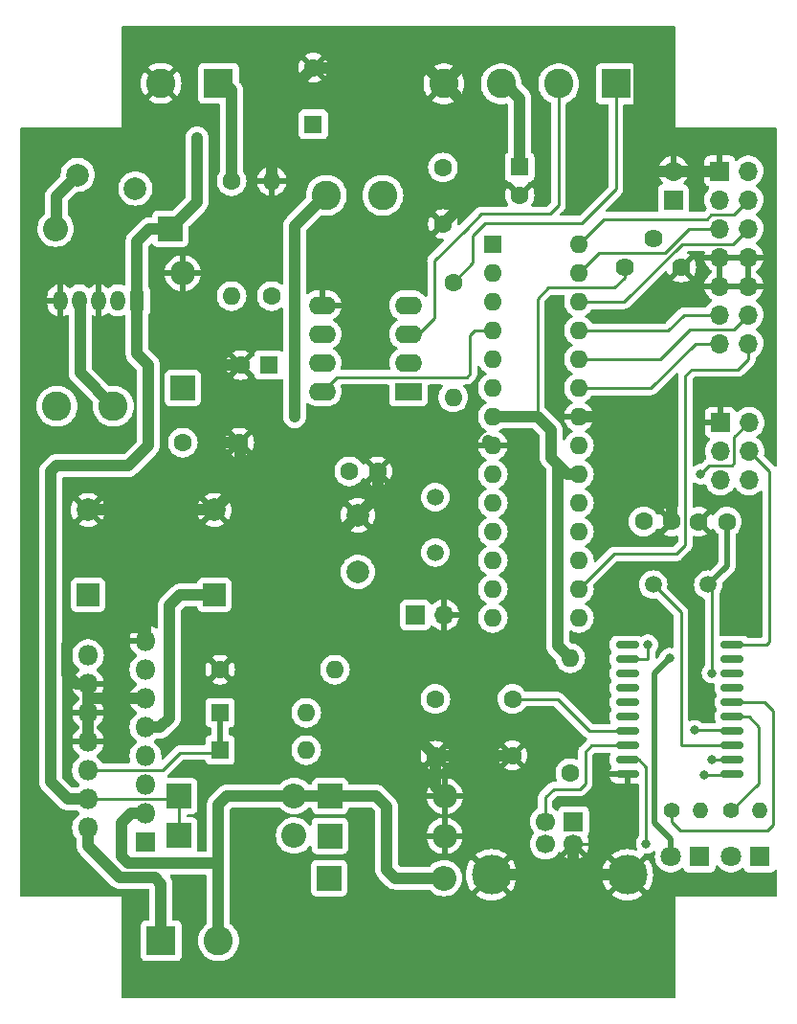
<source format=gbr>
%TF.GenerationSoftware,KiCad,Pcbnew,7.0.9*%
%TF.CreationDate,2023-12-16T09:33:54+01:00*%
%TF.ProjectId,Mutteruhr,4d757474-6572-4756-9872-2e6b69636164,rev?*%
%TF.SameCoordinates,Original*%
%TF.FileFunction,Copper,L1,Top*%
%TF.FilePolarity,Positive*%
%FSLAX46Y46*%
G04 Gerber Fmt 4.6, Leading zero omitted, Abs format (unit mm)*
G04 Created by KiCad (PCBNEW 7.0.9) date 2023-12-16 09:33:54*
%MOMM*%
%LPD*%
G01*
G04 APERTURE LIST*
G04 Aperture macros list*
%AMRoundRect*
0 Rectangle with rounded corners*
0 $1 Rounding radius*
0 $2 $3 $4 $5 $6 $7 $8 $9 X,Y pos of 4 corners*
0 Add a 4 corners polygon primitive as box body*
4,1,4,$2,$3,$4,$5,$6,$7,$8,$9,$2,$3,0*
0 Add four circle primitives for the rounded corners*
1,1,$1+$1,$2,$3*
1,1,$1+$1,$4,$5*
1,1,$1+$1,$6,$7*
1,1,$1+$1,$8,$9*
0 Add four rect primitives between the rounded corners*
20,1,$1+$1,$2,$3,$4,$5,0*
20,1,$1+$1,$4,$5,$6,$7,0*
20,1,$1+$1,$6,$7,$8,$9,0*
20,1,$1+$1,$8,$9,$2,$3,0*%
G04 Aperture macros list end*
%TA.AperFunction,ComponentPad*%
%ADD10R,1.275000X1.800000*%
%TD*%
%TA.AperFunction,ComponentPad*%
%ADD11O,1.275000X1.800000*%
%TD*%
%TA.AperFunction,ComponentPad*%
%ADD12R,1.600000X1.600000*%
%TD*%
%TA.AperFunction,ComponentPad*%
%ADD13O,1.600000X1.600000*%
%TD*%
%TA.AperFunction,SMDPad,CuDef*%
%ADD14RoundRect,0.150000X0.875000X0.150000X-0.875000X0.150000X-0.875000X-0.150000X0.875000X-0.150000X0*%
%TD*%
%TA.AperFunction,ComponentPad*%
%ADD15R,1.800000X1.800000*%
%TD*%
%TA.AperFunction,ComponentPad*%
%ADD16O,1.800000X1.800000*%
%TD*%
%TA.AperFunction,ComponentPad*%
%ADD17C,1.600000*%
%TD*%
%TA.AperFunction,ComponentPad*%
%ADD18R,2.000000X2.000000*%
%TD*%
%TA.AperFunction,ComponentPad*%
%ADD19C,2.000000*%
%TD*%
%TA.AperFunction,ComponentPad*%
%ADD20C,1.800000*%
%TD*%
%TA.AperFunction,ComponentPad*%
%ADD21R,1.700000X1.700000*%
%TD*%
%TA.AperFunction,ComponentPad*%
%ADD22O,1.700000X1.700000*%
%TD*%
%TA.AperFunction,ComponentPad*%
%ADD23C,2.600000*%
%TD*%
%TA.AperFunction,ComponentPad*%
%ADD24R,2.400000X1.600000*%
%TD*%
%TA.AperFunction,ComponentPad*%
%ADD25O,2.400000X1.600000*%
%TD*%
%TA.AperFunction,ComponentPad*%
%ADD26C,1.500000*%
%TD*%
%TA.AperFunction,ComponentPad*%
%ADD27C,1.620000*%
%TD*%
%TA.AperFunction,ComponentPad*%
%ADD28C,1.700000*%
%TD*%
%TA.AperFunction,ComponentPad*%
%ADD29C,3.500000*%
%TD*%
%TA.AperFunction,ComponentPad*%
%ADD30C,2.010000*%
%TD*%
%TA.AperFunction,ComponentPad*%
%ADD31R,2.600000X2.600000*%
%TD*%
%TA.AperFunction,ComponentPad*%
%ADD32R,2.200000X2.200000*%
%TD*%
%TA.AperFunction,ComponentPad*%
%ADD33O,2.200000X2.200000*%
%TD*%
%TA.AperFunction,ComponentPad*%
%ADD34C,1.400000*%
%TD*%
%TA.AperFunction,ComponentPad*%
%ADD35O,1.400000X1.400000*%
%TD*%
%TA.AperFunction,ViaPad*%
%ADD36C,0.800000*%
%TD*%
%TA.AperFunction,Conductor*%
%ADD37C,1.000000*%
%TD*%
%TA.AperFunction,Conductor*%
%ADD38C,0.250000*%
%TD*%
%TA.AperFunction,Conductor*%
%ADD39C,0.500000*%
%TD*%
G04 APERTURE END LIST*
D10*
%TO.P,U1,1*%
%TO.N,+24V*%
X163850000Y-42300000D03*
D11*
%TO.P,U1,2*%
%TO.N,Net-(D2-Pad1)*%
X162150000Y-42300000D03*
%TO.P,U1,3*%
%TO.N,GND*%
X160450000Y-42300000D03*
%TO.P,U1,4*%
%TO.N,+5V*%
X158750000Y-42300000D03*
%TO.P,U1,5*%
%TO.N,GND*%
X157050000Y-42300000D03*
%TD*%
D12*
%TO.P,U2,1*%
%TO.N,Net-(U2-Pad1)*%
X195326000Y-37338000D03*
D13*
%TO.P,U2,2*%
%TO.N,/RxD*%
X195326000Y-39878000D03*
%TO.P,U2,3*%
%TO.N,/TxD*%
X195326000Y-42418000D03*
%TO.P,U2,4*%
%TO.N,Net-(U2-Pad4)*%
X195326000Y-44958000D03*
%TO.P,U2,5*%
%TO.N,/Spannungsausfallerkennung*%
X195326000Y-47498000D03*
%TO.P,U2,6*%
%TO.N,Net-(U2-Pad6)*%
X195326000Y-50038000D03*
%TO.P,U2,7*%
%TO.N,+5V*%
X195326000Y-52578000D03*
%TO.P,U2,8*%
%TO.N,GND*%
X195326000Y-55118000D03*
%TO.P,U2,9*%
%TO.N,Net-(C6-Pad1)*%
X195326000Y-57658000D03*
%TO.P,U2,10*%
%TO.N,Net-(C5-Pad1)*%
X195326000Y-60198000D03*
%TO.P,U2,11*%
%TO.N,/1Hz*%
X195326000Y-62738000D03*
%TO.P,U2,12*%
%TO.N,/Ausgang_A*%
X195326000Y-65278000D03*
%TO.P,U2,13*%
%TO.N,/Ausgang_B*%
X195326000Y-67818000D03*
%TO.P,U2,14*%
%TO.N,Net-(U2-Pad14)*%
X195326000Y-70358000D03*
%TO.P,U2,15*%
%TO.N,Net-(U2-Pad15)*%
X202946000Y-70358000D03*
%TO.P,U2,16*%
%TO.N,/D7*%
X202946000Y-67818000D03*
%TO.P,U2,17*%
%TO.N,Net-(U2-Pad17)*%
X202946000Y-65278000D03*
%TO.P,U2,18*%
%TO.N,Net-(U2-Pad18)*%
X202946000Y-62738000D03*
%TO.P,U2,19*%
%TO.N,Net-(U2-Pad19)*%
X202946000Y-60198000D03*
%TO.P,U2,20*%
%TO.N,+5V*%
X202946000Y-57658000D03*
%TO.P,U2,21*%
%TO.N,Net-(U2-Pad21)*%
X202946000Y-55118000D03*
%TO.P,U2,22*%
%TO.N,GND*%
X202946000Y-52578000D03*
%TO.P,U2,23*%
%TO.N,/D6*%
X202946000Y-50038000D03*
%TO.P,U2,24*%
%TO.N,/D5*%
X202946000Y-47498000D03*
%TO.P,U2,25*%
%TO.N,/D4*%
X202946000Y-44958000D03*
%TO.P,U2,26*%
%TO.N,/E*%
X202946000Y-42418000D03*
%TO.P,U2,27*%
%TO.N,/RW*%
X202946000Y-39878000D03*
%TO.P,U2,28*%
%TO.N,/RS*%
X202946000Y-37338000D03*
%TD*%
D14*
%TO.P,U4,1*%
%TO.N,Net-(C11-Pad1)*%
X216524100Y-84188300D03*
%TO.P,U4,2*%
%TO.N,Net-(C8-Pad1)*%
X216524100Y-82918300D03*
%TO.P,U4,3*%
%TO.N,Net-(C7-Pad1)*%
X216524100Y-81648300D03*
%TO.P,U4,4*%
%TO.N,Net-(R3-Pad1)*%
X216524100Y-80378300D03*
%TO.P,U4,5*%
%TO.N,Net-(R5-Pad1)*%
X216524100Y-79108300D03*
%TO.P,U4,6*%
%TO.N,Net-(R4-Pad1)*%
X216524100Y-77838300D03*
%TO.P,U4,7*%
%TO.N,Net-(U4-Pad7)*%
X216524100Y-76568300D03*
%TO.P,U4,8*%
%TO.N,Net-(U4-Pad8)*%
X216524100Y-75298300D03*
%TO.P,U4,9*%
%TO.N,Net-(U4-Pad9)*%
X216524100Y-74028300D03*
%TO.P,U4,10*%
%TO.N,/RxD*%
X216524100Y-72758300D03*
%TO.P,U4,11*%
%TO.N,Net-(U4-Pad11)*%
X207224100Y-72758300D03*
%TO.P,U4,12*%
%TO.N,/TxD*%
X207224100Y-74028300D03*
%TO.P,U4,13*%
%TO.N,Net-(U4-Pad13)*%
X207224100Y-75298300D03*
%TO.P,U4,14*%
%TO.N,Net-(U4-Pad14)*%
X207224100Y-76568300D03*
%TO.P,U4,15*%
%TO.N,Net-(U4-Pad15)*%
X207224100Y-77838300D03*
%TO.P,U4,16*%
%TO.N,Net-(U4-Pad16)*%
X207224100Y-79108300D03*
%TO.P,U4,17*%
%TO.N,Net-(C9-Pad2)*%
X207224100Y-80378300D03*
%TO.P,U4,18*%
%TO.N,Net-(J4-Pad2)*%
X207224100Y-81648300D03*
%TO.P,U4,19*%
%TO.N,Net-(J4-Pad3)*%
X207224100Y-82918300D03*
%TO.P,U4,20*%
%TO.N,GND*%
X207224100Y-84188300D03*
%TD*%
D15*
%TO.P,U5,1*%
%TO.N,GND*%
X164592000Y-90170000D03*
D16*
%TO.P,U5,2*%
%TO.N,Net-(D4-Pad2)*%
X159512000Y-88900000D03*
%TO.P,U5,3*%
%TO.N,Net-(D3-Pad2)*%
X164592000Y-87630000D03*
%TO.P,U5,4*%
%TO.N,+24V*%
X159512000Y-86360000D03*
%TO.P,U5,5*%
%TO.N,/Ausgang_A*%
X164592000Y-85090000D03*
%TO.P,U5,6*%
%TO.N,Net-(D10-Pad1)*%
X159512000Y-83820000D03*
%TO.P,U5,7*%
%TO.N,/Ausgang_B*%
X164592000Y-82550000D03*
%TO.P,U5,8*%
%TO.N,GND*%
X159512000Y-81280000D03*
%TO.P,U5,9*%
%TO.N,+5V*%
X164592000Y-80010000D03*
%TO.P,U5,10*%
%TO.N,GND*%
X159512000Y-78740000D03*
%TO.P,U5,11*%
X164592000Y-77470000D03*
%TO.P,U5,12*%
X159512000Y-76200000D03*
%TO.P,U5,13*%
%TO.N,Net-(U5-Pad13)*%
X164592000Y-74930000D03*
%TO.P,U5,14*%
%TO.N,Net-(U5-Pad14)*%
X159512000Y-73660000D03*
%TO.P,U5,15*%
%TO.N,GND*%
X164592000Y-72390000D03*
%TD*%
D12*
%TO.P,D11,1*%
%TO.N,Net-(D10-Pad1)*%
X171196000Y-78740000D03*
D13*
%TO.P,D11,2*%
%TO.N,/Ausgang_B*%
X178816000Y-78740000D03*
%TD*%
D12*
%TO.P,C1,1*%
%TO.N,+24V*%
X179438300Y-26733500D03*
D17*
%TO.P,C1,2*%
%TO.N,GND*%
X179438300Y-21733500D03*
%TD*%
D18*
%TO.P,C3,1*%
%TO.N,+5V*%
X159512000Y-68326000D03*
D19*
%TO.P,C3,2*%
%TO.N,GND*%
X159512000Y-60826000D03*
%TD*%
%TO.P,C5,1*%
%TO.N,Net-(C5-Pad1)*%
X183388000Y-66294000D03*
%TO.P,C5,2*%
%TO.N,GND*%
X183388000Y-61294000D03*
%TD*%
D17*
%TO.P,C7,1*%
%TO.N,Net-(C7-Pad1)*%
X208675600Y-61836300D03*
%TO.P,C7,2*%
%TO.N,GND*%
X211175600Y-61836300D03*
%TD*%
%TO.P,C8,1*%
%TO.N,Net-(C8-Pad1)*%
X216039700Y-61861700D03*
%TO.P,C8,2*%
%TO.N,GND*%
X213539700Y-61861700D03*
%TD*%
D18*
%TO.P,C10,1*%
%TO.N,+5V*%
X170688000Y-68326000D03*
D19*
%TO.P,C10,2*%
%TO.N,GND*%
X170688000Y-60826000D03*
%TD*%
D12*
%TO.P,C13,1*%
%TO.N,/5V-DCF*%
X197700900Y-30492700D03*
D17*
%TO.P,C13,2*%
%TO.N,GND*%
X197700900Y-32992700D03*
%TD*%
D15*
%TO.P,D8,1*%
%TO.N,Net-(D8-Pad1)*%
X218948000Y-91452700D03*
D20*
%TO.P,D8,2*%
%TO.N,+5V*%
X216408000Y-91452700D03*
%TD*%
D15*
%TO.P,D9,1*%
%TO.N,Net-(D9-Pad1)*%
X213614000Y-91452700D03*
D20*
%TO.P,D9,2*%
%TO.N,+5V*%
X211074000Y-91452700D03*
%TD*%
D21*
%TO.P,J3,1*%
%TO.N,GND*%
X215460000Y-53086000D03*
D22*
%TO.P,J3,2*%
%TO.N,+5V*%
X218000000Y-53086000D03*
%TO.P,J3,3*%
%TO.N,/TxD*%
X215460000Y-55626000D03*
%TO.P,J3,4*%
%TO.N,/RxD*%
X218000000Y-55626000D03*
%TO.P,J3,5*%
%TO.N,Net-(J3-Pad5)*%
X215460000Y-58166000D03*
%TO.P,J3,6*%
%TO.N,Net-(J3-Pad6)*%
X218000000Y-58166000D03*
%TD*%
D21*
%TO.P,J7,1*%
%TO.N,/1Hz*%
X188468000Y-70104000D03*
D22*
%TO.P,J7,2*%
%TO.N,GND*%
X191008000Y-70104000D03*
%TD*%
D23*
%TO.P,L1,1*%
%TO.N,Net-(D2-Pad1)*%
X156750000Y-51650000D03*
%TO.P,L1,2*%
%TO.N,+5V*%
X161750000Y-51650000D03*
%TD*%
%TO.P,L2,1*%
%TO.N,+5V*%
X180594000Y-33007300D03*
%TO.P,L2,2*%
%TO.N,/5V-DCF*%
X185594000Y-33007300D03*
%TD*%
D17*
%TO.P,R2,1*%
%TO.N,/Spannungsausfallerkennung*%
X175768000Y-41910000D03*
D13*
%TO.P,R2,2*%
%TO.N,GND*%
X175768000Y-31750000D03*
%TD*%
D17*
%TO.P,R6,1*%
%TO.N,/Data-*%
X191820800Y-40690800D03*
D13*
%TO.P,R6,2*%
%TO.N,Net-(R6-Pad2)*%
X191820800Y-50850800D03*
%TD*%
D17*
%TO.P,R7,1*%
%TO.N,GND*%
X171196000Y-74930000D03*
D13*
%TO.P,R7,2*%
%TO.N,Net-(D10-Pad1)*%
X181356000Y-74930000D03*
%TD*%
D24*
%TO.P,U3,1*%
%TO.N,Net-(U3-Pad1)*%
X187858400Y-50355500D03*
D25*
%TO.P,U3,2*%
%TO.N,Net-(R6-Pad2)*%
X187858400Y-47815500D03*
%TO.P,U3,3*%
%TO.N,/Data+*%
X187858400Y-45275500D03*
%TO.P,U3,4*%
%TO.N,Net-(U3-Pad4)*%
X187858400Y-42735500D03*
%TO.P,U3,5*%
%TO.N,GND*%
X180238400Y-42735500D03*
%TO.P,U3,6*%
%TO.N,Net-(U3-Pad6)*%
X180238400Y-45275500D03*
%TO.P,U3,7*%
%TO.N,Net-(U3-Pad7)*%
X180238400Y-47815500D03*
%TO.P,U3,8*%
%TO.N,Net-(U2-Pad4)*%
X180238400Y-50355500D03*
%TD*%
D26*
%TO.P,Y2,1*%
%TO.N,Net-(C7-Pad1)*%
X209521400Y-67424300D03*
%TO.P,Y2,2*%
%TO.N,Net-(C8-Pad1)*%
X214401400Y-67424300D03*
%TD*%
D27*
%TO.P,RV1,1*%
%TO.N,+5V*%
X207010000Y-39370000D03*
%TO.P,RV1,2*%
%TO.N,Net-(J6-Pad3)*%
X209510000Y-36870000D03*
%TO.P,RV1,3*%
%TO.N,GND*%
X212010000Y-39370000D03*
%TD*%
D21*
%TO.P,J4,1*%
%TO.N,Net-(C11-Pad1)*%
X202476100Y-88353900D03*
D28*
%TO.P,J4,2*%
%TO.N,Net-(J4-Pad2)*%
X199976100Y-88353900D03*
%TO.P,J4,3*%
%TO.N,Net-(J4-Pad3)*%
X199976100Y-90353900D03*
%TO.P,J4,4*%
%TO.N,GND*%
X202476100Y-90353900D03*
D29*
%TO.P,J4,5*%
X207246100Y-93063900D03*
X195206100Y-93063900D03*
%TD*%
D30*
%TO.P,F1,1*%
%TO.N,Net-(D1-Pad2)*%
X158600000Y-31200000D03*
%TO.P,F1,2*%
%TO.N,Net-(F1-Pad2)*%
X163700000Y-32400000D03*
%TD*%
D31*
%TO.P,J1,1*%
%TO.N,Net-(F1-Pad2)*%
X171043600Y-23101300D03*
D23*
%TO.P,J1,2*%
%TO.N,GND*%
X165963600Y-23101300D03*
%TD*%
D31*
%TO.P,J2,1*%
%TO.N,/Data-*%
X206240000Y-23152100D03*
D23*
%TO.P,J2,2*%
%TO.N,/Data+*%
X201160000Y-23152100D03*
%TO.P,J2,3*%
%TO.N,/5V-DCF*%
X196080000Y-23152100D03*
%TO.P,J2,4*%
%TO.N,GND*%
X191000000Y-23152100D03*
%TD*%
D32*
%TO.P,D1,1*%
%TO.N,+24V*%
X166800000Y-35950000D03*
D33*
%TO.P,D1,2*%
%TO.N,Net-(D1-Pad2)*%
X156640000Y-35950000D03*
%TD*%
D17*
%TO.P,R1,1*%
%TO.N,Net-(F1-Pad2)*%
X172212000Y-31750000D03*
D13*
%TO.P,R1,2*%
%TO.N,/Spannungsausfallerkennung*%
X172212000Y-41910000D03*
%TD*%
D26*
%TO.P,Y1,1*%
%TO.N,Net-(C6-Pad1)*%
X190246000Y-59690000D03*
%TO.P,Y1,2*%
%TO.N,Net-(C5-Pad1)*%
X190246000Y-64570000D03*
%TD*%
D32*
%TO.P,D2,1*%
%TO.N,Net-(D2-Pad1)*%
X167894000Y-50038000D03*
D33*
%TO.P,D2,2*%
%TO.N,GND*%
X167894000Y-39878000D03*
%TD*%
D31*
%TO.P,J5,1*%
%TO.N,Net-(D4-Pad2)*%
X165976300Y-98900000D03*
D23*
%TO.P,J5,2*%
%TO.N,Net-(D3-Pad2)*%
X171056300Y-98900000D03*
%TD*%
D32*
%TO.P,D4,1*%
%TO.N,+24V*%
X167589200Y-89598500D03*
D33*
%TO.P,D4,2*%
%TO.N,Net-(D4-Pad2)*%
X177749200Y-89598500D03*
%TD*%
D32*
%TO.P,D7,1*%
%TO.N,Net-(D4-Pad2)*%
X180835300Y-93357700D03*
D33*
%TO.P,D7,2*%
%TO.N,Net-(D3-Pad2)*%
X190995300Y-93357700D03*
%TD*%
D32*
%TO.P,D5,1*%
%TO.N,Net-(D4-Pad2)*%
X180898800Y-89623900D03*
D33*
%TO.P,D5,2*%
%TO.N,GND*%
X191058800Y-89623900D03*
%TD*%
D32*
%TO.P,D3,1*%
%TO.N,+24V*%
X167589200Y-86093300D03*
D33*
%TO.P,D3,2*%
%TO.N,Net-(D3-Pad2)*%
X177749200Y-86093300D03*
%TD*%
D12*
%TO.P,D10,1*%
%TO.N,Net-(D10-Pad1)*%
X171196000Y-82042000D03*
D13*
%TO.P,D10,2*%
%TO.N,/Ausgang_A*%
X178816000Y-82042000D03*
%TD*%
D12*
%TO.P,C4,1*%
%TO.N,/Spannungsausfallerkennung*%
X175514000Y-48006000D03*
D17*
%TO.P,C4,2*%
%TO.N,GND*%
X173014000Y-48006000D03*
%TD*%
%TO.P,C6,1*%
%TO.N,Net-(C6-Pad1)*%
X182626000Y-57404000D03*
%TO.P,C6,2*%
%TO.N,GND*%
X185126000Y-57404000D03*
%TD*%
D21*
%TO.P,J6,1*%
%TO.N,GND*%
X215410000Y-30860000D03*
D22*
%TO.P,J6,2*%
%TO.N,+5V*%
X217950000Y-30860000D03*
%TO.P,J6,3*%
%TO.N,Net-(J6-Pad3)*%
X215410000Y-33400000D03*
%TO.P,J6,4*%
%TO.N,/RS*%
X217950000Y-33400000D03*
%TO.P,J6,5*%
%TO.N,/RW*%
X215410000Y-35940000D03*
%TO.P,J6,6*%
%TO.N,/E*%
X217950000Y-35940000D03*
%TO.P,J6,7*%
%TO.N,GND*%
X215410000Y-38480000D03*
%TO.P,J6,8*%
X217950000Y-38480000D03*
%TO.P,J6,9*%
X215410000Y-41020000D03*
%TO.P,J6,10*%
X217950000Y-41020000D03*
%TO.P,J6,11*%
%TO.N,/D4*%
X215410000Y-43560000D03*
%TO.P,J6,12*%
%TO.N,/D5*%
X217950000Y-43560000D03*
%TO.P,J6,13*%
%TO.N,/D6*%
X215410000Y-46100000D03*
%TO.P,J6,14*%
%TO.N,/D7*%
X217950000Y-46100000D03*
%TD*%
D17*
%TO.P,R3,1*%
%TO.N,Net-(R3-Pad1)*%
X202184000Y-84074000D03*
D13*
%TO.P,R3,2*%
%TO.N,+5V*%
X202184000Y-73914000D03*
%TD*%
D32*
%TO.P,D6,1*%
%TO.N,Net-(D3-Pad2)*%
X180924200Y-86106000D03*
D33*
%TO.P,D6,2*%
%TO.N,GND*%
X191084200Y-86106000D03*
%TD*%
D34*
%TO.P,R4,1*%
%TO.N,Net-(R4-Pad1)*%
X211150200Y-87388700D03*
D35*
%TO.P,R4,2*%
%TO.N,Net-(D9-Pad1)*%
X213690200Y-87388700D03*
%TD*%
D34*
%TO.P,R5,1*%
%TO.N,Net-(R5-Pad1)*%
X216446100Y-87388700D03*
D35*
%TO.P,R5,2*%
%TO.N,Net-(D8-Pad1)*%
X218986100Y-87388700D03*
%TD*%
D17*
%TO.P,C2,1*%
%TO.N,+5V*%
X167894000Y-54864000D03*
%TO.P,C2,2*%
%TO.N,GND*%
X172894000Y-54864000D03*
%TD*%
%TO.P,C9,1*%
%TO.N,GND*%
X197065900Y-82524600D03*
%TO.P,C9,2*%
%TO.N,Net-(C9-Pad2)*%
X197065900Y-77524600D03*
%TD*%
%TO.P,C11,1*%
%TO.N,Net-(C11-Pad1)*%
X190246000Y-77533500D03*
%TO.P,C11,2*%
%TO.N,GND*%
X190246000Y-82533500D03*
%TD*%
%TO.P,C12,1*%
%TO.N,/5V-DCF*%
X190919100Y-30556200D03*
%TO.P,C12,2*%
%TO.N,GND*%
X190919100Y-35556200D03*
%TD*%
D21*
%TO.P,J8,1*%
%TO.N,+5V*%
X211300000Y-33400000D03*
D22*
%TO.P,J8,2*%
%TO.N,GND*%
X211300000Y-30860000D03*
%TD*%
D36*
%TO.N,+24V*%
X169164000Y-27940000D03*
%TO.N,GND*%
X188468000Y-72644000D03*
X180848000Y-72644000D03*
X170180000Y-39878000D03*
X206413100Y-52578000D03*
%TO.N,+5V*%
X177800000Y-52578000D03*
X213715600Y-57658000D03*
X210986000Y-73914000D03*
%TO.N,/TxD*%
X209054700Y-72720200D03*
%TO.N,Net-(C11-Pad1)*%
X214000000Y-84200000D03*
%TO.N,Net-(C8-Pad1)*%
X214731600Y-75234800D03*
X214731600Y-82918300D03*
%TO.N,Net-(R3-Pad1)*%
X213169500Y-80302100D03*
%TO.N,Net-(J4-Pad3)*%
X208900000Y-90300000D03*
%TD*%
D37*
%TO.N,+24V*%
X169164000Y-27940000D02*
X169164000Y-33586000D01*
X156718000Y-56896000D02*
X156210000Y-57404000D01*
X163068000Y-56896000D02*
X156718000Y-56896000D01*
X169164000Y-27940000D02*
X169164000Y-27940000D01*
X164846000Y-48006000D02*
X164846000Y-55118000D01*
D38*
X167322500Y-86360000D02*
X167589200Y-86093300D01*
D37*
X163850000Y-47010000D02*
X164846000Y-48006000D01*
X163850000Y-42300000D02*
X163850000Y-47010000D01*
X157721300Y-86360000D02*
X159512000Y-86360000D01*
D38*
X167589200Y-86093300D02*
X167589200Y-89598500D01*
D37*
X169164000Y-33586000D02*
X166800000Y-35950000D01*
X166800000Y-35950000D02*
X164964000Y-35950000D01*
D38*
X159512000Y-86360000D02*
X167322500Y-86360000D01*
D37*
X164846000Y-55118000D02*
X163068000Y-56896000D01*
X156210000Y-84848700D02*
X157721300Y-86360000D01*
X164964000Y-35950000D02*
X163850000Y-37064000D01*
X156210000Y-57404000D02*
X156210000Y-84848700D01*
X163850000Y-37064000D02*
X163850000Y-42300000D01*
%TO.N,Net-(D1-Pad2)*%
X158600000Y-31200000D02*
X156718000Y-33082000D01*
X156718000Y-33082000D02*
X156718000Y-35872000D01*
X156718000Y-35872000D02*
X156640000Y-35950000D01*
%TO.N,GND*%
X180848000Y-72644000D02*
X180848000Y-72644000D01*
X206413100Y-52578000D02*
X206413100Y-53786900D01*
X159766000Y-77470000D02*
X159512000Y-77724000D01*
X195206100Y-93063900D02*
X202136100Y-93063900D01*
X193404500Y-33070800D02*
X193404500Y-25742000D01*
D38*
X205511700Y-84188300D02*
X207224100Y-84188300D01*
D37*
X164592000Y-77470000D02*
X159766000Y-77470000D01*
X191000000Y-23152100D02*
X193497200Y-25649300D01*
X170688000Y-60826000D02*
X172974000Y-58540000D01*
X173014000Y-48006000D02*
X170434000Y-48006000D01*
D38*
X202476100Y-90353900D02*
X204046100Y-90353900D01*
D37*
X188468000Y-80899000D02*
X188611500Y-80899000D01*
X164712000Y-60826000D02*
X170688000Y-60826000D01*
D38*
X205000000Y-89400000D02*
X205000000Y-84700000D01*
D37*
X164592000Y-71234300D02*
X164592000Y-60946000D01*
X189581400Y-21733500D02*
X191000000Y-23152100D01*
X185126000Y-59556000D02*
X183388000Y-61294000D01*
X193768600Y-20383500D02*
X207708500Y-20383500D01*
X158496000Y-76200000D02*
X157657800Y-75361800D01*
X190246000Y-85267800D02*
X191084200Y-86106000D01*
X157657800Y-72720200D02*
X159143700Y-71234300D01*
X179438300Y-21733500D02*
X189581400Y-21733500D01*
X159512000Y-77724000D02*
X159512000Y-81280000D01*
X206400000Y-53800000D02*
X206400000Y-57700000D01*
X197057000Y-82533500D02*
X197065900Y-82524600D01*
D38*
X205000000Y-84700000D02*
X205511700Y-84188300D01*
D37*
X159512000Y-76200000D02*
X159512000Y-77724000D01*
X211175600Y-59775600D02*
X211175600Y-61836300D01*
X208240001Y-20915001D02*
X208240001Y-29970101D01*
X191000000Y-23152100D02*
X193768600Y-20383500D01*
X211300000Y-30860000D02*
X215410000Y-30860000D01*
X202476100Y-90353900D02*
X202476100Y-92723900D01*
X185126000Y-57404000D02*
X185126000Y-59556000D01*
X202476100Y-92723900D02*
X202136100Y-93063900D01*
X164592000Y-72390000D02*
X164592000Y-71234300D01*
X172974000Y-58540000D02*
X172974000Y-54944000D01*
X202946000Y-52578000D02*
X206413100Y-52578000D01*
X171196000Y-54864000D02*
X170434000Y-54102000D01*
X170434000Y-48006000D02*
X170434000Y-40132000D01*
X172894000Y-54864000D02*
X171196000Y-54864000D01*
X211300000Y-30860000D02*
X209129900Y-30860000D01*
X183388000Y-61294000D02*
X180848000Y-63834000D01*
X188611500Y-80899000D02*
X190246000Y-82533500D01*
X164592000Y-60946000D02*
X164712000Y-60826000D01*
X180848000Y-63834000D02*
X180848000Y-72644000D01*
X190246000Y-82533500D02*
X197057000Y-82533500D01*
X194898000Y-54690000D02*
X195326000Y-55118000D01*
X206400000Y-57700000D02*
X207800000Y-59100000D01*
X159512000Y-60826000D02*
X164712000Y-60826000D01*
X172974000Y-54944000D02*
X172894000Y-54864000D01*
X206413100Y-52578000D02*
X206413100Y-52578000D01*
X159143700Y-71234300D02*
X164592000Y-71234300D01*
X207708500Y-20383500D02*
X208240001Y-20915001D01*
X157657800Y-75361800D02*
X157657800Y-72720200D01*
X159512000Y-76200000D02*
X158496000Y-76200000D01*
X188468000Y-72644000D02*
X188468000Y-80899000D01*
D38*
X204046100Y-90353900D02*
X205000000Y-89400000D01*
D37*
X170434000Y-54102000D02*
X170434000Y-48006000D01*
X190919100Y-35556200D02*
X193404500Y-33070800D01*
X207800000Y-59100000D02*
X210500000Y-59100000D01*
X210500000Y-59100000D02*
X211175600Y-59775600D01*
X175768000Y-31750000D02*
X175768000Y-25403800D01*
X170434000Y-40132000D02*
X170180000Y-39878000D01*
X202136100Y-93063900D02*
X207246100Y-93063900D01*
X209129900Y-30860000D02*
X208240001Y-29970101D01*
X190246000Y-82533500D02*
X190246000Y-85267800D01*
X206413100Y-53786900D02*
X206400000Y-53800000D01*
X193404500Y-25742000D02*
X193497200Y-25649300D01*
X175768000Y-25403800D02*
X179438300Y-21733500D01*
%TO.N,Net-(D3-Pad2)*%
X171792900Y-86093300D02*
X173380400Y-86093300D01*
X185940700Y-87045800D02*
X185940700Y-92608400D01*
X173380400Y-86093300D02*
X177749200Y-86093300D01*
X171056300Y-91948000D02*
X171056300Y-86829900D01*
X185940700Y-92608400D02*
X186690000Y-93357700D01*
X170942000Y-92062300D02*
X171056300Y-91948000D01*
X163106100Y-92062300D02*
X170942000Y-92062300D01*
X185000900Y-86106000D02*
X185940700Y-87045800D01*
X177749200Y-86093300D02*
X180911500Y-86093300D01*
X171056300Y-98900000D02*
X171056300Y-91948000D01*
X180924200Y-86106000D02*
X185000900Y-86106000D01*
X186690000Y-93357700D02*
X190995300Y-93357700D01*
X163319208Y-87630000D02*
X162458400Y-88490808D01*
X164592000Y-87630000D02*
X163319208Y-87630000D01*
X171056300Y-86829900D02*
X171792900Y-86093300D01*
X180911500Y-86093300D02*
X180924200Y-86106000D01*
X162458400Y-88490808D02*
X162458400Y-91414600D01*
X162458400Y-91414600D02*
X163106100Y-92062300D01*
%TO.N,Net-(D4-Pad2)*%
X159512000Y-90512900D02*
X162318700Y-93319600D01*
X165976300Y-93878400D02*
X165976300Y-98900000D01*
X162318700Y-93319600D02*
X165417500Y-93319600D01*
X165417500Y-93319600D02*
X165976300Y-93878400D01*
X159512000Y-88900000D02*
X159512000Y-90512900D01*
D38*
%TO.N,Net-(U2-Pad4)*%
X193742000Y-44958000D02*
X195326000Y-44958000D01*
X193300000Y-45400000D02*
X193742000Y-44958000D01*
X181493900Y-49100000D02*
X193000000Y-49100000D01*
X180238400Y-50355500D02*
X180394500Y-50355500D01*
X193300000Y-48800000D02*
X193300000Y-45400000D01*
X180238400Y-50355500D02*
X181493900Y-49100000D01*
X193000000Y-49100000D02*
X193300000Y-48800000D01*
%TO.N,+5V*%
X199278000Y-52578000D02*
X199278000Y-42123600D01*
D37*
X167665400Y-68326000D02*
X170688000Y-68326000D01*
D38*
X214473600Y-56900000D02*
X213715600Y-57658000D01*
X211048600Y-73976600D02*
X210986000Y-73914000D01*
D37*
X202184000Y-73914000D02*
X201100000Y-72830000D01*
X164592000Y-80010000D02*
X165900100Y-80010000D01*
X177800000Y-52578000D02*
X177800000Y-35700000D01*
D39*
X211074000Y-89928700D02*
X209638900Y-88493600D01*
D37*
X161750000Y-51650000D02*
X158800000Y-48700000D01*
D38*
X216700000Y-54386000D02*
X216700000Y-56650000D01*
D37*
X201100000Y-57000000D02*
X201200000Y-56900000D01*
D39*
X209638900Y-75261100D02*
X210986000Y-73914000D01*
D37*
X177800000Y-35700000D02*
X180492700Y-33007300D01*
X166700200Y-69291200D02*
X167665400Y-68326000D01*
D39*
X211074000Y-91452700D02*
X211074000Y-89928700D01*
D38*
X216450000Y-56900000D02*
X214473600Y-56900000D01*
D37*
X158800000Y-42350000D02*
X158750000Y-42300000D01*
D38*
X200215500Y-41186100D02*
X206108300Y-41186100D01*
D37*
X200500000Y-53800000D02*
X200500000Y-56200000D01*
D39*
X209638900Y-88493600D02*
X209638900Y-75261100D01*
D37*
X199278000Y-52578000D02*
X200500000Y-53800000D01*
X201200000Y-56900000D02*
X201958000Y-57658000D01*
X165900100Y-80010000D02*
X166700200Y-79209900D01*
X166700200Y-79209900D02*
X166700200Y-69291200D01*
X195326000Y-52578000D02*
X199278000Y-52578000D01*
D38*
X216700000Y-56650000D02*
X216450000Y-56900000D01*
X199278000Y-42123600D02*
X200215500Y-41186100D01*
D37*
X180492700Y-33007300D02*
X180594000Y-33007300D01*
X158800000Y-48700000D02*
X158800000Y-42350000D01*
D38*
X207010000Y-40284400D02*
X207010000Y-39370000D01*
D37*
X201100000Y-72830000D02*
X201100000Y-57000000D01*
D38*
X218000000Y-53086000D02*
X216700000Y-54386000D01*
X206108300Y-41186100D02*
X207010000Y-40284400D01*
D37*
X201958000Y-57658000D02*
X202946000Y-57658000D01*
X200500000Y-56200000D02*
X201200000Y-56900000D01*
D38*
%TO.N,Net-(D10-Pad1)*%
X170980100Y-82257900D02*
X171196000Y-82042000D01*
D39*
X171196000Y-78740000D02*
X171196000Y-82042000D01*
D38*
X167678100Y-82257900D02*
X170980100Y-82257900D01*
X159512000Y-83820000D02*
X166116000Y-83820000D01*
X166116000Y-83820000D02*
X167678100Y-82257900D01*
%TO.N,/RxD*%
X216524100Y-72758300D02*
X219557600Y-72758300D01*
X219800000Y-57426000D02*
X218000000Y-55626000D01*
X219557600Y-72758300D02*
X219557600Y-72742400D01*
X219557600Y-72742400D02*
X219800000Y-72500000D01*
X219800000Y-72500000D02*
X219800000Y-57426000D01*
%TO.N,/D7*%
X217950000Y-47480000D02*
X217017600Y-48412400D01*
X202946000Y-67818000D02*
X206057500Y-64706500D01*
X212356700Y-63919100D02*
X212356700Y-48971200D01*
X212915500Y-48412400D02*
X217017600Y-48412400D01*
X212356700Y-48971200D02*
X212915500Y-48412400D01*
X211569300Y-64706500D02*
X212356700Y-63919100D01*
X217950000Y-46100000D02*
X217950000Y-47480000D01*
X206057500Y-64706500D02*
X211569300Y-64706500D01*
%TO.N,/TxD*%
X209042000Y-74028300D02*
X209054700Y-74015600D01*
X209054700Y-74015600D02*
X209054700Y-72720200D01*
X207224100Y-74028300D02*
X209042000Y-74028300D01*
%TO.N,/D6*%
X213259400Y-46100000D02*
X209321400Y-50038000D01*
X215410000Y-46100000D02*
X213259400Y-46100000D01*
X209321400Y-50038000D02*
X202946000Y-50038000D01*
%TO.N,/D5*%
X216660000Y-44850000D02*
X212782200Y-44850000D01*
X217950000Y-43560000D02*
X216660000Y-44850000D01*
X202946000Y-47498000D02*
X210134200Y-47498000D01*
X210134200Y-47498000D02*
X212291100Y-45341100D01*
X212291100Y-45341100D02*
X212407500Y-45224700D01*
X212782200Y-44850000D02*
X212291100Y-45341100D01*
%TO.N,/D4*%
X215410000Y-43560000D02*
X212230700Y-43560000D01*
X210832700Y-44958000D02*
X202946000Y-44958000D01*
X212230700Y-43560000D02*
X210832700Y-44958000D01*
%TO.N,/E*%
X217950000Y-35940000D02*
X216590000Y-37300000D01*
X212050000Y-37300000D02*
X206932000Y-42418000D01*
X216590000Y-37300000D02*
X212050000Y-37300000D01*
X206932000Y-42418000D02*
X202946000Y-42418000D01*
%TO.N,/RW*%
X204698600Y-38125400D02*
X209934402Y-38125400D01*
X212710000Y-35940000D02*
X210524600Y-38125400D01*
X215410000Y-35940000D02*
X212710000Y-35940000D01*
X202946000Y-39878000D02*
X204698600Y-38125400D01*
X209934402Y-38125400D02*
X209947102Y-38138100D01*
X210524600Y-38125400D02*
X209934402Y-38125400D01*
%TO.N,/RS*%
X214247200Y-35102800D02*
X214650000Y-34700000D01*
X205181200Y-35102800D02*
X214247200Y-35102800D01*
X216650000Y-34700000D02*
X217950000Y-33400000D01*
X202946000Y-37338000D02*
X205181200Y-35102800D01*
X214650000Y-34700000D02*
X216650000Y-34700000D01*
%TO.N,Net-(C11-Pad1)*%
X214000000Y-84200000D02*
X216512400Y-84200000D01*
X216512400Y-84200000D02*
X216524100Y-84188300D01*
%TO.N,Net-(C8-Pad1)*%
X214731600Y-82918300D02*
X214731600Y-82918300D01*
X216524100Y-82918300D02*
X214731600Y-82918300D01*
X214731600Y-75234800D02*
X214731600Y-67754500D01*
D39*
X214401400Y-67424300D02*
X216039700Y-65786000D01*
D38*
X214401400Y-67424300D02*
X214401400Y-67995800D01*
X214731600Y-67754500D02*
X214401400Y-67424300D01*
D39*
X216039700Y-65786000D02*
X216039700Y-61861700D01*
D38*
%TO.N,Net-(C7-Pad1)*%
X211975700Y-69878600D02*
X211975700Y-81622900D01*
X211975700Y-81622900D02*
X216498700Y-81622900D01*
X216498700Y-81622900D02*
X216524100Y-81648300D01*
X209521400Y-67424300D02*
X211975700Y-69878600D01*
%TO.N,Net-(R3-Pad1)*%
X216447900Y-80302100D02*
X216524100Y-80378300D01*
X213169500Y-80302100D02*
X216447900Y-80302100D01*
%TO.N,Net-(R5-Pad1)*%
X216446100Y-87388700D02*
X218859100Y-84975700D01*
X218859100Y-84975700D02*
X218859100Y-79971900D01*
X218859100Y-79971900D02*
X217995500Y-79108300D01*
X217995500Y-79108300D02*
X216524100Y-79108300D01*
%TO.N,Net-(R4-Pad1)*%
X211899500Y-89115900D02*
X211150200Y-88366600D01*
X216524100Y-77838300D02*
X219405200Y-77838300D01*
X219646500Y-89115900D02*
X211899500Y-89115900D01*
X211150200Y-88366600D02*
X211150200Y-87388700D01*
X219405200Y-77838300D02*
X220116400Y-78549500D01*
X220116400Y-78549500D02*
X220116400Y-88646000D01*
X220116400Y-88646000D02*
X219646500Y-89115900D01*
%TO.N,Net-(C9-Pad2)*%
X203878300Y-80378300D02*
X207224100Y-80378300D01*
X197091300Y-77550000D02*
X197065900Y-77524600D01*
X201050000Y-77550000D02*
X203878300Y-80378300D01*
X201050000Y-77550000D02*
X197091300Y-77550000D01*
%TO.N,Net-(J4-Pad2)*%
X200700000Y-85500000D02*
X199976100Y-86223900D01*
X203500000Y-85000000D02*
X203000000Y-85500000D01*
X207224100Y-81648300D02*
X204051700Y-81648300D01*
X199976100Y-86223900D02*
X199976100Y-88353900D01*
X204051700Y-81648300D02*
X203500000Y-82200000D01*
X203000000Y-85500000D02*
X200700000Y-85500000D01*
X203500000Y-82200000D02*
X203500000Y-85000000D01*
%TO.N,Net-(J4-Pad3)*%
X208249100Y-82918300D02*
X207224100Y-82918300D01*
X208900000Y-90300000D02*
X208900000Y-83569200D01*
X208900000Y-83569200D02*
X208249100Y-82918300D01*
X207205800Y-82900000D02*
X207224100Y-82918300D01*
D37*
%TO.N,/5V-DCF*%
X197700900Y-24434800D02*
X197700900Y-30492700D01*
X196418200Y-23152100D02*
X197700900Y-24434800D01*
X196080000Y-23152100D02*
X196418200Y-23152100D01*
%TO.N,Net-(F1-Pad2)*%
X171043600Y-23101300D02*
X171601300Y-23101300D01*
X172212000Y-23712000D02*
X172212000Y-31750000D01*
X171601300Y-23101300D02*
X172212000Y-23712000D01*
D38*
%TO.N,/Data-*%
X193560700Y-36588700D02*
X194678300Y-35471100D01*
X191820800Y-40690800D02*
X193560700Y-38950900D01*
X193560700Y-38950900D02*
X193560700Y-36588700D01*
X206240000Y-32443800D02*
X206240000Y-23152100D01*
X194678300Y-35471100D02*
X203212700Y-35471100D01*
X203212700Y-35471100D02*
X206240000Y-32443800D01*
%TO.N,/Data+*%
X192913000Y-36042600D02*
X192925700Y-36042600D01*
X201160000Y-33840800D02*
X201160000Y-23152100D01*
X190157100Y-43853100D02*
X190157100Y-38798500D01*
X194335400Y-34632900D02*
X200367900Y-34632900D01*
X200367900Y-34632900D02*
X201160000Y-33840800D01*
X190157100Y-38798500D02*
X192913000Y-36042600D01*
X187858400Y-45275500D02*
X188734700Y-45275500D01*
X192925700Y-36042600D02*
X194335400Y-34632900D01*
X188734700Y-45275500D02*
X190157100Y-43853100D01*
%TD*%
%TA.AperFunction,Conductor*%
%TO.N,GND*%
G36*
X159766000Y-80846325D02*
G01*
X159654315Y-80795320D01*
X159547763Y-80780000D01*
X159476237Y-80780000D01*
X159369685Y-80795320D01*
X159258000Y-80846325D01*
X159258000Y-79173674D01*
X159369685Y-79224680D01*
X159476237Y-79240000D01*
X159547763Y-79240000D01*
X159654315Y-79224680D01*
X159766000Y-79173674D01*
X159766000Y-80846325D01*
G37*
%TD.AperFunction*%
%TA.AperFunction,Conductor*%
G36*
X159766000Y-78306325D02*
G01*
X159654315Y-78255320D01*
X159547763Y-78240000D01*
X159476237Y-78240000D01*
X159369685Y-78255320D01*
X159258000Y-78306325D01*
X159258000Y-76633674D01*
X159369685Y-76684680D01*
X159476237Y-76700000D01*
X159547763Y-76700000D01*
X159654315Y-76684680D01*
X159766000Y-76633674D01*
X159766000Y-78306325D01*
G37*
%TD.AperFunction*%
%TA.AperFunction,Conductor*%
G36*
X211442121Y-18045502D02*
G01*
X211488614Y-18099158D01*
X211500000Y-18151500D01*
X211500000Y-27000000D01*
X220348500Y-27000000D01*
X220416621Y-27020002D01*
X220463114Y-27073658D01*
X220474500Y-27126000D01*
X220474500Y-56894052D01*
X220454498Y-56962173D01*
X220400842Y-57008666D01*
X220330568Y-57018770D01*
X220268185Y-56991137D01*
X220229118Y-56958818D01*
X220224736Y-56954831D01*
X219349866Y-56079961D01*
X219315840Y-56017649D01*
X219316816Y-55959936D01*
X219344564Y-55850368D01*
X219363156Y-55626000D01*
X219344564Y-55401632D01*
X219305954Y-55249165D01*
X219289297Y-55183387D01*
X219289296Y-55183386D01*
X219289296Y-55183384D01*
X219198860Y-54977209D01*
X219124897Y-54864000D01*
X219075724Y-54788734D01*
X219075720Y-54788729D01*
X218941325Y-54642739D01*
X218923240Y-54623094D01*
X218923239Y-54623093D01*
X218923237Y-54623091D01*
X218811605Y-54536204D01*
X218745576Y-54484811D01*
X218712319Y-54466813D01*
X218661929Y-54416802D01*
X218646576Y-54347485D01*
X218671136Y-54280872D01*
X218712320Y-54245186D01*
X218716099Y-54243141D01*
X218745576Y-54227189D01*
X218923240Y-54088906D01*
X219075722Y-53923268D01*
X219198860Y-53734791D01*
X219289296Y-53528616D01*
X219344564Y-53310368D01*
X219363156Y-53086000D01*
X219344564Y-52861632D01*
X219317612Y-52755202D01*
X219289297Y-52643387D01*
X219289296Y-52643386D01*
X219289296Y-52643384D01*
X219198860Y-52437209D01*
X219124897Y-52324000D01*
X219075724Y-52248734D01*
X219075720Y-52248729D01*
X218923237Y-52083091D01*
X218803679Y-51990035D01*
X218745576Y-51944811D01*
X218547574Y-51837658D01*
X218547572Y-51837657D01*
X218547571Y-51837656D01*
X218334639Y-51764557D01*
X218334630Y-51764555D01*
X218290476Y-51757187D01*
X218112569Y-51727500D01*
X217887431Y-51727500D01*
X217739211Y-51752233D01*
X217665369Y-51764555D01*
X217665360Y-51764557D01*
X217452428Y-51837656D01*
X217452426Y-51837658D01*
X217254426Y-51944810D01*
X217254424Y-51944811D01*
X217076759Y-52083094D01*
X217015374Y-52149775D01*
X216954521Y-52186346D01*
X216883557Y-52184211D01*
X216825012Y-52144049D01*
X216804618Y-52108470D01*
X216760443Y-51990033D01*
X216672904Y-51873095D01*
X216555965Y-51785555D01*
X216419093Y-51734505D01*
X216358597Y-51728000D01*
X215714000Y-51728000D01*
X215714000Y-52652325D01*
X215602315Y-52601320D01*
X215495763Y-52586000D01*
X215424237Y-52586000D01*
X215317685Y-52601320D01*
X215206000Y-52652325D01*
X215206000Y-51728000D01*
X214561402Y-51728000D01*
X214500906Y-51734505D01*
X214364035Y-51785555D01*
X214364034Y-51785555D01*
X214247095Y-51873095D01*
X214159555Y-51990034D01*
X214159555Y-51990035D01*
X214108505Y-52126906D01*
X214102000Y-52187402D01*
X214102000Y-52832000D01*
X215028884Y-52832000D01*
X215000507Y-52876156D01*
X214960000Y-53014111D01*
X214960000Y-53157889D01*
X215000507Y-53295844D01*
X215028884Y-53340000D01*
X214102000Y-53340000D01*
X214102000Y-53984597D01*
X214108505Y-54045093D01*
X214159555Y-54181964D01*
X214159555Y-54181965D01*
X214247095Y-54298904D01*
X214364034Y-54386444D01*
X214479172Y-54429388D01*
X214536008Y-54471935D01*
X214560819Y-54538455D01*
X214545728Y-54607829D01*
X214527841Y-54632782D01*
X214384280Y-54788729D01*
X214384275Y-54788734D01*
X214261141Y-54977206D01*
X214170703Y-55183386D01*
X214170702Y-55183387D01*
X214115437Y-55401624D01*
X214115436Y-55401630D01*
X214115436Y-55401632D01*
X214096844Y-55626000D01*
X214103663Y-55708296D01*
X214115437Y-55850375D01*
X214170702Y-56068612D01*
X214170703Y-56068613D01*
X214170704Y-56068616D01*
X214218463Y-56177497D01*
X214219572Y-56180024D01*
X214228618Y-56250442D01*
X214198157Y-56314572D01*
X214172064Y-56335339D01*
X214172393Y-56335791D01*
X214127809Y-56368181D01*
X214122848Y-56371440D01*
X214082238Y-56395458D01*
X214067911Y-56409784D01*
X214052885Y-56422617D01*
X214036495Y-56434525D01*
X214036493Y-56434527D01*
X214006413Y-56470886D01*
X214002418Y-56475276D01*
X213765101Y-56712595D01*
X213702789Y-56746620D01*
X213676005Y-56749500D01*
X213620113Y-56749500D01*
X213433311Y-56789206D01*
X213258848Y-56866882D01*
X213190260Y-56916714D01*
X213123393Y-56940572D01*
X213054241Y-56924491D01*
X213004761Y-56873577D01*
X212990200Y-56814777D01*
X212990200Y-49285794D01*
X213010202Y-49217673D01*
X213027105Y-49196699D01*
X213140999Y-49082805D01*
X213203311Y-49048779D01*
X213230094Y-49045900D01*
X216933747Y-49045900D01*
X216949588Y-49047649D01*
X216949616Y-49047356D01*
X216957502Y-49048100D01*
X216957509Y-49048102D01*
X217027558Y-49045900D01*
X217057456Y-49045900D01*
X217064418Y-49045019D01*
X217070319Y-49044554D01*
X217117489Y-49043073D01*
X217136947Y-49037419D01*
X217156294Y-49033413D01*
X217176397Y-49030874D01*
X217220279Y-49013499D01*
X217225874Y-49011583D01*
X217254416Y-49003291D01*
X217271191Y-48998419D01*
X217271195Y-48998417D01*
X217288626Y-48988108D01*
X217306380Y-48979409D01*
X217325217Y-48971952D01*
X217363386Y-48944218D01*
X217368344Y-48940962D01*
X217408962Y-48916942D01*
X217423285Y-48902618D01*
X217438324Y-48889774D01*
X217454707Y-48877872D01*
X217484793Y-48841503D01*
X217488761Y-48837141D01*
X218338657Y-47987245D01*
X218351097Y-47977282D01*
X218350908Y-47977054D01*
X218357019Y-47971999D01*
X218404984Y-47920920D01*
X218426128Y-47899777D01*
X218426128Y-47899776D01*
X218426135Y-47899770D01*
X218430445Y-47894212D01*
X218434274Y-47889729D01*
X218466586Y-47855321D01*
X218476346Y-47837565D01*
X218487195Y-47821050D01*
X218499614Y-47805041D01*
X218518363Y-47761710D01*
X218520953Y-47756423D01*
X218543695Y-47715060D01*
X218548733Y-47695434D01*
X218555137Y-47676732D01*
X218563180Y-47658147D01*
X218563179Y-47658147D01*
X218563181Y-47658145D01*
X218570561Y-47611547D01*
X218571762Y-47605740D01*
X218583500Y-47560030D01*
X218583500Y-47539775D01*
X218585051Y-47520063D01*
X218588220Y-47500057D01*
X218584292Y-47458500D01*
X218583780Y-47453080D01*
X218583500Y-47447148D01*
X218583500Y-47376920D01*
X218603502Y-47308799D01*
X218649527Y-47266108D01*
X218695576Y-47241189D01*
X218873240Y-47102906D01*
X219025722Y-46937268D01*
X219148860Y-46748791D01*
X219239296Y-46542616D01*
X219294564Y-46324368D01*
X219313156Y-46100000D01*
X219294564Y-45875632D01*
X219258098Y-45731632D01*
X219239297Y-45657387D01*
X219239296Y-45657386D01*
X219239296Y-45657384D01*
X219148860Y-45451209D01*
X219142140Y-45440924D01*
X219025724Y-45262734D01*
X219025720Y-45262729D01*
X218895237Y-45120989D01*
X218873240Y-45097094D01*
X218873239Y-45097093D01*
X218873237Y-45097091D01*
X218780196Y-45024674D01*
X218695576Y-44958811D01*
X218694077Y-44958000D01*
X218662320Y-44940814D01*
X218611929Y-44890802D01*
X218596576Y-44821485D01*
X218621136Y-44754872D01*
X218662320Y-44719186D01*
X218695576Y-44701189D01*
X218873240Y-44562906D01*
X219025722Y-44397268D01*
X219148860Y-44208791D01*
X219239296Y-44002616D01*
X219294564Y-43784368D01*
X219313156Y-43560000D01*
X219294564Y-43335632D01*
X219287871Y-43309201D01*
X219239297Y-43117387D01*
X219239296Y-43117386D01*
X219239296Y-43117384D01*
X219148860Y-42911209D01*
X219142140Y-42900924D01*
X219025724Y-42722734D01*
X219025720Y-42722729D01*
X218873237Y-42557091D01*
X218776118Y-42481500D01*
X218695576Y-42418811D01*
X218661792Y-42400528D01*
X218611402Y-42350516D01*
X218596050Y-42281199D01*
X218620610Y-42214586D01*
X218661793Y-42178901D01*
X218695300Y-42160767D01*
X218695301Y-42160767D01*
X218872902Y-42022534D01*
X219025325Y-41856958D01*
X219148419Y-41668548D01*
X219238820Y-41462456D01*
X219238823Y-41462449D01*
X219286544Y-41274000D01*
X218381116Y-41274000D01*
X218409493Y-41229844D01*
X218450000Y-41091889D01*
X218450000Y-40948111D01*
X218409493Y-40810156D01*
X218381116Y-40766000D01*
X219286544Y-40766000D01*
X219286544Y-40765999D01*
X219238823Y-40577550D01*
X219238820Y-40577543D01*
X219148419Y-40371451D01*
X219025325Y-40183041D01*
X218872902Y-40017465D01*
X218695301Y-39879232D01*
X218695300Y-39879231D01*
X218661267Y-39860814D01*
X218610876Y-39810801D01*
X218595524Y-39741484D01*
X218620085Y-39674871D01*
X218661267Y-39639186D01*
X218695300Y-39620768D01*
X218695301Y-39620767D01*
X218872902Y-39482534D01*
X219025325Y-39316958D01*
X219148419Y-39128548D01*
X219238820Y-38922456D01*
X219238823Y-38922449D01*
X219286544Y-38734000D01*
X218381116Y-38734000D01*
X218409493Y-38689844D01*
X218450000Y-38551889D01*
X218450000Y-38408111D01*
X218409493Y-38270156D01*
X218381116Y-38226000D01*
X219286544Y-38226000D01*
X219286544Y-38225999D01*
X219238823Y-38037550D01*
X219238820Y-38037543D01*
X219148419Y-37831451D01*
X219025325Y-37643041D01*
X218872902Y-37477465D01*
X218695301Y-37339232D01*
X218695300Y-37339231D01*
X218661791Y-37321097D01*
X218611401Y-37271083D01*
X218596050Y-37201766D01*
X218620612Y-37135153D01*
X218661790Y-37099472D01*
X218695576Y-37081189D01*
X218873240Y-36942906D01*
X219025722Y-36777268D01*
X219148860Y-36588791D01*
X219239296Y-36382616D01*
X219294564Y-36164368D01*
X219313156Y-35940000D01*
X219294564Y-35715632D01*
X219285882Y-35681348D01*
X219239297Y-35497387D01*
X219239296Y-35497386D01*
X219239296Y-35497384D01*
X219148860Y-35291209D01*
X219111113Y-35233433D01*
X219025724Y-35102734D01*
X219025720Y-35102729D01*
X218873237Y-34937091D01*
X218791382Y-34873381D01*
X218695576Y-34798811D01*
X218662319Y-34780813D01*
X218611929Y-34730802D01*
X218596576Y-34661485D01*
X218621136Y-34594872D01*
X218662320Y-34559186D01*
X218695576Y-34541189D01*
X218873240Y-34402906D01*
X219025722Y-34237268D01*
X219148860Y-34048791D01*
X219239296Y-33842616D01*
X219294564Y-33624368D01*
X219313156Y-33400000D01*
X219294564Y-33175632D01*
X219266168Y-33063497D01*
X219239297Y-32957387D01*
X219239296Y-32957386D01*
X219239296Y-32957384D01*
X219148860Y-32751209D01*
X219132088Y-32725537D01*
X219025724Y-32562734D01*
X219025720Y-32562729D01*
X218888733Y-32413924D01*
X218873240Y-32397094D01*
X218873239Y-32397093D01*
X218873237Y-32397091D01*
X218714467Y-32273515D01*
X218695576Y-32258811D01*
X218662319Y-32240813D01*
X218611929Y-32190802D01*
X218596576Y-32121485D01*
X218621136Y-32054872D01*
X218662320Y-32019186D01*
X218695576Y-32001189D01*
X218873240Y-31862906D01*
X219025722Y-31697268D01*
X219148860Y-31508791D01*
X219239296Y-31302616D01*
X219294564Y-31084368D01*
X219313156Y-30860000D01*
X219294564Y-30635632D01*
X219264317Y-30516188D01*
X219239297Y-30417387D01*
X219239296Y-30417386D01*
X219239296Y-30417384D01*
X219148860Y-30211209D01*
X219093507Y-30126485D01*
X219025724Y-30022734D01*
X219025720Y-30022729D01*
X218896600Y-29882470D01*
X218873240Y-29857094D01*
X218873239Y-29857093D01*
X218873237Y-29857091D01*
X218753679Y-29764035D01*
X218695576Y-29718811D01*
X218497574Y-29611658D01*
X218497572Y-29611657D01*
X218497571Y-29611656D01*
X218284639Y-29538557D01*
X218284630Y-29538555D01*
X218207029Y-29525606D01*
X218062569Y-29501500D01*
X217837431Y-29501500D01*
X217692971Y-29525606D01*
X217615369Y-29538555D01*
X217615360Y-29538557D01*
X217402428Y-29611656D01*
X217402426Y-29611658D01*
X217217195Y-29711900D01*
X217204426Y-29718810D01*
X217204424Y-29718811D01*
X217026759Y-29857094D01*
X216965374Y-29923775D01*
X216904521Y-29960346D01*
X216833557Y-29958211D01*
X216775012Y-29918049D01*
X216754618Y-29882470D01*
X216710443Y-29764033D01*
X216622904Y-29647095D01*
X216505965Y-29559555D01*
X216369093Y-29508505D01*
X216308597Y-29502000D01*
X215664000Y-29502000D01*
X215664000Y-30426325D01*
X215552315Y-30375320D01*
X215445763Y-30360000D01*
X215374237Y-30360000D01*
X215267685Y-30375320D01*
X215156000Y-30426325D01*
X215156000Y-29502000D01*
X214511402Y-29502000D01*
X214450906Y-29508505D01*
X214314035Y-29559555D01*
X214314034Y-29559555D01*
X214197095Y-29647095D01*
X214109555Y-29764034D01*
X214109555Y-29764035D01*
X214058505Y-29900906D01*
X214052000Y-29961402D01*
X214052000Y-30606000D01*
X214978884Y-30606000D01*
X214950507Y-30650156D01*
X214910000Y-30788111D01*
X214910000Y-30931889D01*
X214950507Y-31069844D01*
X214978884Y-31114000D01*
X214052000Y-31114000D01*
X214052000Y-31758597D01*
X214058505Y-31819093D01*
X214109555Y-31955964D01*
X214109555Y-31955965D01*
X214197095Y-32072904D01*
X214314034Y-32160444D01*
X214429172Y-32203388D01*
X214486008Y-32245935D01*
X214510819Y-32312455D01*
X214495728Y-32381829D01*
X214477841Y-32406782D01*
X214334280Y-32562729D01*
X214334275Y-32562734D01*
X214211141Y-32751206D01*
X214120703Y-32957386D01*
X214120702Y-32957387D01*
X214065437Y-33175624D01*
X214065436Y-33175630D01*
X214065436Y-33175632D01*
X214046844Y-33400000D01*
X214062256Y-33585996D01*
X214065437Y-33624375D01*
X214120702Y-33842612D01*
X214120703Y-33842613D01*
X214120704Y-33842616D01*
X214210302Y-34046881D01*
X214211141Y-34048793D01*
X214229229Y-34076479D01*
X214249742Y-34144448D01*
X214230252Y-34212717D01*
X214217554Y-34228098D01*
X214217945Y-34228422D01*
X214182822Y-34270875D01*
X214178827Y-34275266D01*
X214021700Y-34432395D01*
X213959388Y-34466420D01*
X213932604Y-34469300D01*
X212780425Y-34469300D01*
X212712304Y-34449298D01*
X212665811Y-34395642D01*
X212655147Y-34329833D01*
X212658500Y-34298640D01*
X212658500Y-32501367D01*
X212658499Y-32501350D01*
X212651990Y-32440803D01*
X212651988Y-32440795D01*
X212611278Y-32331650D01*
X212600889Y-32303796D01*
X212600888Y-32303794D01*
X212600887Y-32303792D01*
X212513261Y-32186738D01*
X212396207Y-32099112D01*
X212396204Y-32099111D01*
X212280686Y-32056024D01*
X212223851Y-32013477D01*
X212199041Y-31946957D01*
X212214133Y-31877583D01*
X212232019Y-31852632D01*
X212375323Y-31696961D01*
X212498419Y-31508548D01*
X212588820Y-31302456D01*
X212588823Y-31302449D01*
X212636544Y-31114000D01*
X211731116Y-31114000D01*
X211759493Y-31069844D01*
X211800000Y-30931889D01*
X211800000Y-30788111D01*
X211759493Y-30650156D01*
X211731116Y-30606000D01*
X212636544Y-30606000D01*
X212636544Y-30605999D01*
X212588823Y-30417550D01*
X212588820Y-30417543D01*
X212498419Y-30211451D01*
X212375325Y-30023041D01*
X212222902Y-29857465D01*
X212045301Y-29719232D01*
X212045300Y-29719231D01*
X211847371Y-29612117D01*
X211847369Y-29612116D01*
X211634512Y-29539043D01*
X211634501Y-29539040D01*
X211554000Y-29525606D01*
X211554000Y-30426325D01*
X211442315Y-30375320D01*
X211335763Y-30360000D01*
X211264237Y-30360000D01*
X211157685Y-30375320D01*
X211046000Y-30426325D01*
X211046000Y-29525607D01*
X211045999Y-29525606D01*
X210965498Y-29539040D01*
X210965487Y-29539043D01*
X210752630Y-29612116D01*
X210752628Y-29612117D01*
X210554699Y-29719231D01*
X210554698Y-29719232D01*
X210377097Y-29857465D01*
X210224674Y-30023041D01*
X210101580Y-30211451D01*
X210011179Y-30417543D01*
X210011176Y-30417550D01*
X209963455Y-30605999D01*
X209963456Y-30606000D01*
X210868884Y-30606000D01*
X210840507Y-30650156D01*
X210800000Y-30788111D01*
X210800000Y-30931889D01*
X210840507Y-31069844D01*
X210868884Y-31114000D01*
X209963455Y-31114000D01*
X210011176Y-31302449D01*
X210011179Y-31302456D01*
X210101580Y-31508548D01*
X210224674Y-31696958D01*
X210367981Y-31852632D01*
X210399401Y-31916297D01*
X210391414Y-31986843D01*
X210346555Y-32041872D01*
X210319313Y-32056024D01*
X210203795Y-32099111D01*
X210203792Y-32099112D01*
X210086738Y-32186738D01*
X209999112Y-32303792D01*
X209999110Y-32303797D01*
X209948011Y-32440795D01*
X209948009Y-32440803D01*
X209941500Y-32501350D01*
X209941500Y-34298640D01*
X209944853Y-34329833D01*
X209932247Y-34399701D01*
X209883868Y-34451663D01*
X209819575Y-34469300D01*
X205414593Y-34469300D01*
X205346472Y-34449298D01*
X205299979Y-34395642D01*
X205289875Y-34325368D01*
X205319369Y-34260788D01*
X205325498Y-34254205D01*
X205964403Y-33615300D01*
X206628657Y-32951045D01*
X206641092Y-32941084D01*
X206640905Y-32940857D01*
X206647009Y-32935805D01*
X206647018Y-32935800D01*
X206694999Y-32884704D01*
X206716135Y-32863569D01*
X206720437Y-32858021D01*
X206724267Y-32853535D01*
X206756586Y-32819121D01*
X206766339Y-32801378D01*
X206777193Y-32784851D01*
X206789614Y-32768841D01*
X206808359Y-32725519D01*
X206810958Y-32720215D01*
X206833695Y-32678860D01*
X206838733Y-32659234D01*
X206845137Y-32640532D01*
X206853180Y-32621947D01*
X206853179Y-32621947D01*
X206853181Y-32621945D01*
X206860561Y-32575347D01*
X206861762Y-32569540D01*
X206873500Y-32523830D01*
X206873500Y-32503575D01*
X206875051Y-32483863D01*
X206878220Y-32463857D01*
X206874853Y-32428233D01*
X206873780Y-32416880D01*
X206873500Y-32410948D01*
X206873500Y-25086600D01*
X206893502Y-25018479D01*
X206947158Y-24971986D01*
X206999500Y-24960600D01*
X207588632Y-24960600D01*
X207588638Y-24960600D01*
X207588645Y-24960599D01*
X207588649Y-24960599D01*
X207649196Y-24954090D01*
X207649199Y-24954089D01*
X207649201Y-24954089D01*
X207786204Y-24902989D01*
X207831726Y-24868912D01*
X207903261Y-24815361D01*
X207990887Y-24698307D01*
X207990887Y-24698306D01*
X207990889Y-24698304D01*
X208041989Y-24561301D01*
X208043414Y-24548053D01*
X208048499Y-24500749D01*
X208048500Y-24500732D01*
X208048500Y-21803467D01*
X208048499Y-21803450D01*
X208041990Y-21742903D01*
X208041988Y-21742895D01*
X207990889Y-21605897D01*
X207990887Y-21605892D01*
X207903261Y-21488838D01*
X207786207Y-21401212D01*
X207786202Y-21401210D01*
X207649204Y-21350111D01*
X207649196Y-21350109D01*
X207588649Y-21343600D01*
X207588638Y-21343600D01*
X204891362Y-21343600D01*
X204891350Y-21343600D01*
X204830803Y-21350109D01*
X204830795Y-21350111D01*
X204693797Y-21401210D01*
X204693792Y-21401212D01*
X204576738Y-21488838D01*
X204489112Y-21605892D01*
X204489110Y-21605897D01*
X204438011Y-21742895D01*
X204438009Y-21742903D01*
X204431500Y-21803450D01*
X204431500Y-24500749D01*
X204438009Y-24561296D01*
X204438011Y-24561304D01*
X204489110Y-24698302D01*
X204489112Y-24698307D01*
X204576738Y-24815361D01*
X204693792Y-24902987D01*
X204693794Y-24902988D01*
X204693796Y-24902989D01*
X204738629Y-24919711D01*
X204830795Y-24954088D01*
X204830803Y-24954090D01*
X204891350Y-24960599D01*
X204891355Y-24960599D01*
X204891362Y-24960600D01*
X205480500Y-24960600D01*
X205548621Y-24980602D01*
X205595114Y-25034258D01*
X205606500Y-25086600D01*
X205606500Y-32129205D01*
X205586498Y-32197326D01*
X205569595Y-32218300D01*
X202987200Y-34800695D01*
X202924888Y-34834721D01*
X202898105Y-34837600D01*
X201363295Y-34837600D01*
X201295174Y-34817598D01*
X201248681Y-34763942D01*
X201238577Y-34693668D01*
X201268071Y-34629088D01*
X201274199Y-34622505D01*
X201477590Y-34419113D01*
X201548659Y-34348043D01*
X201561093Y-34338084D01*
X201560905Y-34337857D01*
X201567009Y-34332805D01*
X201567018Y-34332800D01*
X201614999Y-34281704D01*
X201636135Y-34260569D01*
X201640437Y-34255021D01*
X201644267Y-34250535D01*
X201676586Y-34216121D01*
X201686345Y-34198367D01*
X201697204Y-34181838D01*
X201708382Y-34167428D01*
X201709614Y-34165840D01*
X201728354Y-34122532D01*
X201730965Y-34117204D01*
X201753695Y-34075860D01*
X201758733Y-34056235D01*
X201765138Y-34037530D01*
X201767147Y-34032888D01*
X201773181Y-34018945D01*
X201780561Y-33972347D01*
X201781762Y-33966540D01*
X201793500Y-33920830D01*
X201793500Y-33900575D01*
X201795051Y-33880863D01*
X201798220Y-33860857D01*
X201795629Y-33833451D01*
X201793780Y-33813880D01*
X201793500Y-33807948D01*
X201793500Y-24933477D01*
X201813502Y-24865356D01*
X201864831Y-24819955D01*
X201929038Y-24789035D01*
X202066786Y-24722699D01*
X202290743Y-24570007D01*
X202489442Y-24385642D01*
X202658443Y-24173721D01*
X202730748Y-24048484D01*
X202793969Y-23938983D01*
X202793971Y-23938979D01*
X202892999Y-23686659D01*
X202953315Y-23422399D01*
X202973571Y-23152100D01*
X202953315Y-22881801D01*
X202892999Y-22617541D01*
X202793971Y-22365221D01*
X202793970Y-22365220D01*
X202793969Y-22365216D01*
X202658445Y-22130482D01*
X202649021Y-22118665D01*
X202489442Y-21918558D01*
X202489441Y-21918557D01*
X202489438Y-21918553D01*
X202300126Y-21742899D01*
X202290743Y-21734193D01*
X202289725Y-21733499D01*
X202102568Y-21605897D01*
X202066786Y-21581501D01*
X202066783Y-21581500D01*
X202066781Y-21581498D01*
X202066780Y-21581497D01*
X201822581Y-21463897D01*
X201822563Y-21463890D01*
X201563568Y-21384001D01*
X201563560Y-21383999D01*
X201563558Y-21383999D01*
X201295528Y-21343600D01*
X201024472Y-21343600D01*
X200756442Y-21383999D01*
X200756440Y-21383999D01*
X200756431Y-21384001D01*
X200497436Y-21463890D01*
X200497423Y-21463895D01*
X200253212Y-21581502D01*
X200253205Y-21581506D01*
X200029263Y-21734188D01*
X200029251Y-21734198D01*
X199830561Y-21918553D01*
X199661554Y-22130482D01*
X199526030Y-22365216D01*
X199526027Y-22365224D01*
X199427002Y-22617537D01*
X199427001Y-22617539D01*
X199366685Y-22881797D01*
X199346429Y-23152100D01*
X199366685Y-23422402D01*
X199427001Y-23686660D01*
X199427002Y-23686662D01*
X199526027Y-23938975D01*
X199526030Y-23938983D01*
X199661554Y-24173717D01*
X199661556Y-24173720D01*
X199661557Y-24173721D01*
X199713453Y-24238797D01*
X199830561Y-24385646D01*
X199965128Y-24510504D01*
X200029257Y-24570007D01*
X200029263Y-24570011D01*
X200253205Y-24722693D01*
X200253212Y-24722697D01*
X200253215Y-24722699D01*
X200455171Y-24819956D01*
X200507866Y-24867533D01*
X200526500Y-24933477D01*
X200526500Y-33526205D01*
X200506498Y-33594326D01*
X200489595Y-33615300D01*
X200142400Y-33962495D01*
X200080088Y-33996521D01*
X200053305Y-33999400D01*
X198834818Y-33999400D01*
X198766697Y-33979398D01*
X198720204Y-33925742D01*
X198710100Y-33855468D01*
X198731605Y-33801129D01*
X198837987Y-33649198D01*
X198934711Y-33441773D01*
X198934713Y-33441768D01*
X198993948Y-33220702D01*
X199013895Y-32992700D01*
X198993948Y-32764697D01*
X198934713Y-32543631D01*
X198934711Y-32543626D01*
X198837986Y-32336198D01*
X198788000Y-32264810D01*
X198787997Y-32264810D01*
X198099626Y-32953180D01*
X198086065Y-32867552D01*
X198028541Y-32754655D01*
X197938945Y-32665059D01*
X197826048Y-32607535D01*
X197740417Y-32593972D01*
X198440469Y-31893918D01*
X198445609Y-31868349D01*
X198495008Y-31817357D01*
X198546269Y-31802367D01*
X198546183Y-31801561D01*
X198610096Y-31794690D01*
X198610099Y-31794689D01*
X198610101Y-31794689D01*
X198747104Y-31743589D01*
X198808982Y-31697268D01*
X198864161Y-31655961D01*
X198951787Y-31538907D01*
X198951787Y-31538906D01*
X198951789Y-31538904D01*
X199002889Y-31401901D01*
X199003040Y-31400502D01*
X199009399Y-31341349D01*
X199009400Y-31341332D01*
X199009400Y-29644067D01*
X199009399Y-29644050D01*
X199002890Y-29583503D01*
X199002888Y-29583495D01*
X198951789Y-29446497D01*
X198951787Y-29446492D01*
X198864162Y-29329440D01*
X198759890Y-29251382D01*
X198717344Y-29194546D01*
X198709400Y-29150514D01*
X198709400Y-24487443D01*
X198709704Y-24481264D01*
X198714280Y-24434802D01*
X198714280Y-24434795D01*
X198694810Y-24237107D01*
X198694809Y-24237105D01*
X198694809Y-24237099D01*
X198637579Y-24048442D01*
X198637220Y-24047145D01*
X198637141Y-24046997D01*
X198637141Y-24046996D01*
X198543495Y-23871796D01*
X198417468Y-23718232D01*
X198381363Y-23688601D01*
X198376793Y-23684459D01*
X197930476Y-23238142D01*
X197896450Y-23175830D01*
X197894400Y-23156766D01*
X197893923Y-23156802D01*
X197893571Y-23152099D01*
X197873315Y-22881801D01*
X197812999Y-22617541D01*
X197713971Y-22365221D01*
X197713970Y-22365220D01*
X197713969Y-22365216D01*
X197578445Y-22130482D01*
X197569021Y-22118665D01*
X197409442Y-21918558D01*
X197409441Y-21918557D01*
X197409438Y-21918553D01*
X197220126Y-21742899D01*
X197210743Y-21734193D01*
X197209725Y-21733499D01*
X197022568Y-21605897D01*
X196986786Y-21581501D01*
X196986783Y-21581500D01*
X196986781Y-21581498D01*
X196986780Y-21581497D01*
X196742581Y-21463897D01*
X196742563Y-21463890D01*
X196483568Y-21384001D01*
X196483560Y-21383999D01*
X196483558Y-21383999D01*
X196215528Y-21343600D01*
X195944472Y-21343600D01*
X195676442Y-21383999D01*
X195676440Y-21383999D01*
X195676431Y-21384001D01*
X195417436Y-21463890D01*
X195417423Y-21463895D01*
X195173212Y-21581502D01*
X195173205Y-21581506D01*
X194949263Y-21734188D01*
X194949251Y-21734198D01*
X194750561Y-21918553D01*
X194581554Y-22130482D01*
X194446030Y-22365216D01*
X194446027Y-22365224D01*
X194347002Y-22617537D01*
X194347001Y-22617539D01*
X194286685Y-22881797D01*
X194266429Y-23152100D01*
X194286685Y-23422402D01*
X194347001Y-23686660D01*
X194347002Y-23686662D01*
X194446027Y-23938975D01*
X194446030Y-23938983D01*
X194581554Y-24173717D01*
X194581556Y-24173720D01*
X194581557Y-24173721D01*
X194633453Y-24238797D01*
X194750561Y-24385646D01*
X194885128Y-24510504D01*
X194949257Y-24570007D01*
X194949263Y-24570011D01*
X195173205Y-24722693D01*
X195173212Y-24722697D01*
X195173215Y-24722699D01*
X195310963Y-24789035D01*
X195417423Y-24840304D01*
X195417436Y-24840309D01*
X195676431Y-24920198D01*
X195676433Y-24920198D01*
X195676442Y-24920201D01*
X195944472Y-24960600D01*
X195944476Y-24960600D01*
X196215524Y-24960600D01*
X196215528Y-24960600D01*
X196483558Y-24920201D01*
X196529262Y-24906102D01*
X196600249Y-24905137D01*
X196660492Y-24942704D01*
X196690862Y-25006877D01*
X196692400Y-25026505D01*
X196692400Y-29150514D01*
X196672398Y-29218635D01*
X196641910Y-29251382D01*
X196537637Y-29329440D01*
X196450012Y-29446492D01*
X196450010Y-29446497D01*
X196398911Y-29583495D01*
X196398909Y-29583503D01*
X196392400Y-29644050D01*
X196392400Y-31341349D01*
X196398909Y-31401896D01*
X196398911Y-31401904D01*
X196450010Y-31538902D01*
X196450012Y-31538907D01*
X196537638Y-31655961D01*
X196654692Y-31743587D01*
X196654694Y-31743588D01*
X196654696Y-31743589D01*
X196694934Y-31758597D01*
X196791695Y-31794688D01*
X196791703Y-31794690D01*
X196855617Y-31801561D01*
X196855504Y-31802606D01*
X196918335Y-31824759D01*
X196961900Y-31880818D01*
X196964216Y-31896807D01*
X197661381Y-32593972D01*
X197575752Y-32607535D01*
X197462855Y-32665059D01*
X197373259Y-32754655D01*
X197315735Y-32867552D01*
X197302172Y-32953182D01*
X196613800Y-32264809D01*
X196563813Y-32336200D01*
X196467088Y-32543626D01*
X196467086Y-32543631D01*
X196407851Y-32764697D01*
X196387904Y-32992700D01*
X196407851Y-33220702D01*
X196467086Y-33441768D01*
X196467088Y-33441773D01*
X196563812Y-33649198D01*
X196670195Y-33801129D01*
X196692883Y-33868403D01*
X196675598Y-33937264D01*
X196623828Y-33985848D01*
X196566982Y-33999400D01*
X194419253Y-33999400D01*
X194403411Y-33997650D01*
X194403384Y-33997944D01*
X194395491Y-33997197D01*
X194325428Y-33999400D01*
X194295544Y-33999400D01*
X194295540Y-33999400D01*
X194295529Y-33999401D01*
X194288590Y-34000277D01*
X194282677Y-34000743D01*
X194235514Y-34002225D01*
X194235507Y-34002227D01*
X194216049Y-34007879D01*
X194196704Y-34011885D01*
X194176606Y-34014425D01*
X194176597Y-34014427D01*
X194132731Y-34031794D01*
X194127116Y-34033717D01*
X194081808Y-34046881D01*
X194064364Y-34057197D01*
X194046618Y-34065890D01*
X194027782Y-34073348D01*
X193989609Y-34101081D01*
X193984648Y-34104340D01*
X193944038Y-34128358D01*
X193929711Y-34142684D01*
X193914685Y-34155517D01*
X193898295Y-34167425D01*
X193898293Y-34167427D01*
X193868208Y-34203792D01*
X193864212Y-34208183D01*
X192563973Y-35508420D01*
X192539020Y-35527777D01*
X192521635Y-35538058D01*
X192507306Y-35552387D01*
X192492282Y-35565219D01*
X192475893Y-35577127D01*
X192475891Y-35577129D01*
X192452896Y-35604925D01*
X192394062Y-35644662D01*
X192323083Y-35646283D01*
X192262497Y-35609272D01*
X192231537Y-35545382D01*
X192230292Y-35535589D01*
X192212148Y-35328197D01*
X192152913Y-35107131D01*
X192152911Y-35107126D01*
X192056186Y-34899698D01*
X192006200Y-34828310D01*
X192006198Y-34828310D01*
X191317827Y-35516682D01*
X191304265Y-35431052D01*
X191246741Y-35318155D01*
X191157145Y-35228559D01*
X191044248Y-35171035D01*
X190958617Y-35157472D01*
X191646988Y-34469099D01*
X191646988Y-34469098D01*
X191575601Y-34419113D01*
X191368173Y-34322388D01*
X191368168Y-34322386D01*
X191147100Y-34263151D01*
X191147104Y-34263151D01*
X190919100Y-34243204D01*
X190691097Y-34263151D01*
X190470031Y-34322386D01*
X190470026Y-34322388D01*
X190262600Y-34419113D01*
X190191209Y-34469100D01*
X190879581Y-35157472D01*
X190793952Y-35171035D01*
X190681055Y-35228559D01*
X190591459Y-35318155D01*
X190533935Y-35431052D01*
X190520372Y-35516681D01*
X189832000Y-34828309D01*
X189782013Y-34899700D01*
X189685288Y-35107126D01*
X189685286Y-35107131D01*
X189626051Y-35328197D01*
X189606104Y-35556200D01*
X189626051Y-35784202D01*
X189685286Y-36005268D01*
X189685288Y-36005273D01*
X189782013Y-36212701D01*
X189831999Y-36284088D01*
X190520372Y-35595716D01*
X190533935Y-35681348D01*
X190591459Y-35794245D01*
X190681055Y-35883841D01*
X190793952Y-35941365D01*
X190879582Y-35954927D01*
X190191210Y-36643298D01*
X190191210Y-36643300D01*
X190262598Y-36693286D01*
X190470026Y-36790011D01*
X190470031Y-36790013D01*
X190691099Y-36849248D01*
X190691095Y-36849248D01*
X190899483Y-36867479D01*
X190965602Y-36893342D01*
X191007241Y-36950846D01*
X191011182Y-37021733D01*
X190977597Y-37082095D01*
X189768436Y-38291257D01*
X189756001Y-38301221D01*
X189756189Y-38301448D01*
X189750080Y-38306501D01*
X189702116Y-38357578D01*
X189680966Y-38378727D01*
X189676660Y-38384277D01*
X189672814Y-38388779D01*
X189640517Y-38423174D01*
X189640511Y-38423183D01*
X189630751Y-38440935D01*
X189619903Y-38457450D01*
X189607486Y-38473458D01*
X189588745Y-38516764D01*
X189586134Y-38522094D01*
X189563405Y-38563439D01*
X189563403Y-38563444D01*
X189558367Y-38583059D01*
X189551964Y-38601762D01*
X189543919Y-38620352D01*
X189536537Y-38666956D01*
X189535333Y-38672768D01*
X189523600Y-38718468D01*
X189523600Y-38738723D01*
X189522049Y-38758433D01*
X189518880Y-38778442D01*
X189518880Y-38778443D01*
X189523320Y-38825417D01*
X189523600Y-38831350D01*
X189523600Y-41861471D01*
X189503598Y-41929592D01*
X189449942Y-41976085D01*
X189379668Y-41986189D01*
X189315088Y-41956695D01*
X189294387Y-41933743D01*
X189283199Y-41917765D01*
X189264598Y-41891200D01*
X189102700Y-41729302D01*
X189090899Y-41721039D01*
X188915149Y-41597977D01*
X188707646Y-41501217D01*
X188707640Y-41501215D01*
X188593790Y-41470709D01*
X188486487Y-41441957D01*
X188315527Y-41427000D01*
X187401273Y-41427000D01*
X187230313Y-41441957D01*
X187009159Y-41501215D01*
X187009153Y-41501217D01*
X186801650Y-41597977D01*
X186614103Y-41729299D01*
X186614097Y-41729304D01*
X186452204Y-41891197D01*
X186452199Y-41891203D01*
X186320877Y-42078750D01*
X186224117Y-42286253D01*
X186224115Y-42286259D01*
X186188815Y-42418000D01*
X186164857Y-42507413D01*
X186144902Y-42735500D01*
X186164857Y-42963587D01*
X186187348Y-43047523D01*
X186224115Y-43184740D01*
X186224117Y-43184746D01*
X186320877Y-43392249D01*
X186445179Y-43569771D01*
X186452202Y-43579800D01*
X186614100Y-43741698D01*
X186801651Y-43873023D01*
X186836759Y-43889394D01*
X186840857Y-43891305D01*
X186894142Y-43938222D01*
X186913603Y-44006499D01*
X186893061Y-44074459D01*
X186840857Y-44119695D01*
X186801650Y-44137977D01*
X186614103Y-44269299D01*
X186614097Y-44269304D01*
X186452204Y-44431197D01*
X186452199Y-44431203D01*
X186320877Y-44618750D01*
X186224117Y-44826253D01*
X186224115Y-44826259D01*
X186166191Y-45042435D01*
X186164857Y-45047413D01*
X186144902Y-45275500D01*
X186154039Y-45379942D01*
X186164857Y-45503586D01*
X186224115Y-45724740D01*
X186224117Y-45724746D01*
X186294476Y-45875632D01*
X186320877Y-45932249D01*
X186452202Y-46119800D01*
X186614100Y-46281698D01*
X186801651Y-46413023D01*
X186836759Y-46429394D01*
X186840857Y-46431305D01*
X186894142Y-46478222D01*
X186913603Y-46546499D01*
X186893061Y-46614459D01*
X186840857Y-46659695D01*
X186801650Y-46677977D01*
X186614103Y-46809299D01*
X186614097Y-46809304D01*
X186452204Y-46971197D01*
X186452199Y-46971203D01*
X186320877Y-47158750D01*
X186224117Y-47366253D01*
X186224116Y-47366257D01*
X186164857Y-47587413D01*
X186144902Y-47815500D01*
X186164857Y-48043587D01*
X186169706Y-48061684D01*
X186224115Y-48264740D01*
X186224119Y-48264750D01*
X186234611Y-48287251D01*
X186245272Y-48357442D01*
X186216292Y-48422255D01*
X186156872Y-48461111D01*
X186120416Y-48466500D01*
X181976384Y-48466500D01*
X181908263Y-48446498D01*
X181861770Y-48392842D01*
X181851666Y-48322568D01*
X181862189Y-48287251D01*
X181867700Y-48275432D01*
X181872684Y-48264743D01*
X181931943Y-48043587D01*
X181951898Y-47815500D01*
X181931943Y-47587413D01*
X181872684Y-47366257D01*
X181775923Y-47158751D01*
X181644598Y-46971200D01*
X181482700Y-46809302D01*
X181477744Y-46805832D01*
X181403809Y-46754062D01*
X181295149Y-46677977D01*
X181255943Y-46659695D01*
X181202658Y-46612779D01*
X181183196Y-46544502D01*
X181203737Y-46476542D01*
X181255943Y-46431305D01*
X181258397Y-46430160D01*
X181295149Y-46413023D01*
X181482700Y-46281698D01*
X181644598Y-46119800D01*
X181775923Y-45932249D01*
X181872684Y-45724743D01*
X181931943Y-45503587D01*
X181951898Y-45275500D01*
X181931943Y-45047413D01*
X181872684Y-44826257D01*
X181775923Y-44618751D01*
X181644598Y-44431200D01*
X181482700Y-44269302D01*
X181479902Y-44267343D01*
X181295149Y-44137977D01*
X181255351Y-44119419D01*
X181202066Y-44072502D01*
X181182605Y-44004225D01*
X181203147Y-43936265D01*
X181255351Y-43891029D01*
X181294898Y-43872587D01*
X181482374Y-43741315D01*
X181482380Y-43741310D01*
X181644210Y-43579480D01*
X181644215Y-43579474D01*
X181775487Y-43391998D01*
X181872211Y-43184573D01*
X181872213Y-43184568D01*
X181924482Y-42989500D01*
X180550086Y-42989500D01*
X180566041Y-42973545D01*
X180623565Y-42860648D01*
X180643386Y-42735500D01*
X180623565Y-42610352D01*
X180566041Y-42497455D01*
X180550086Y-42481500D01*
X181924482Y-42481500D01*
X181872213Y-42286431D01*
X181872211Y-42286426D01*
X181775487Y-42079001D01*
X181644215Y-41891525D01*
X181644210Y-41891519D01*
X181482380Y-41729689D01*
X181482374Y-41729684D01*
X181294898Y-41598412D01*
X181087473Y-41501688D01*
X181087468Y-41501686D01*
X180866400Y-41442451D01*
X180866403Y-41442451D01*
X180695504Y-41427500D01*
X180492400Y-41427500D01*
X180492400Y-42423814D01*
X180476445Y-42407859D01*
X180363548Y-42350335D01*
X180269881Y-42335500D01*
X180206919Y-42335500D01*
X180113252Y-42350335D01*
X180000355Y-42407859D01*
X179984400Y-42423814D01*
X179984400Y-41427500D01*
X179781296Y-41427500D01*
X179610397Y-41442451D01*
X179389331Y-41501686D01*
X179389326Y-41501688D01*
X179181898Y-41598413D01*
X179006770Y-41721039D01*
X178939496Y-41743727D01*
X178870636Y-41726442D01*
X178822052Y-41674672D01*
X178808500Y-41617826D01*
X178808500Y-36169923D01*
X178828502Y-36101802D01*
X178845400Y-36080833D01*
X180111044Y-34815188D01*
X180173354Y-34781165D01*
X180218911Y-34779692D01*
X180458472Y-34815800D01*
X180458477Y-34815800D01*
X180729524Y-34815800D01*
X180729528Y-34815800D01*
X180997558Y-34775401D01*
X181027831Y-34766063D01*
X181256563Y-34695509D01*
X181256565Y-34695507D01*
X181256572Y-34695506D01*
X181256577Y-34695503D01*
X181256581Y-34695502D01*
X181500780Y-34577902D01*
X181500780Y-34577901D01*
X181500786Y-34577899D01*
X181724743Y-34425207D01*
X181909040Y-34254205D01*
X181923438Y-34240846D01*
X181923438Y-34240844D01*
X181923442Y-34240842D01*
X182092443Y-34028921D01*
X182216597Y-33813880D01*
X182227969Y-33794183D01*
X182227971Y-33794179D01*
X182326999Y-33541859D01*
X182387315Y-33277599D01*
X182407571Y-33007300D01*
X183780429Y-33007300D01*
X183800685Y-33277602D01*
X183861001Y-33541860D01*
X183861002Y-33541862D01*
X183960027Y-33794175D01*
X183960030Y-33794183D01*
X184095554Y-34028917D01*
X184095556Y-34028920D01*
X184095557Y-34028921D01*
X184117343Y-34056240D01*
X184264561Y-34240846D01*
X184369360Y-34338084D01*
X184463257Y-34425207D01*
X184463263Y-34425211D01*
X184687205Y-34577893D01*
X184687212Y-34577897D01*
X184687215Y-34577899D01*
X184793510Y-34629088D01*
X184931423Y-34695504D01*
X184931436Y-34695509D01*
X185190431Y-34775398D01*
X185190433Y-34775398D01*
X185190442Y-34775401D01*
X185458472Y-34815800D01*
X185458476Y-34815800D01*
X185729524Y-34815800D01*
X185729528Y-34815800D01*
X185997558Y-34775401D01*
X186027831Y-34766063D01*
X186256563Y-34695509D01*
X186256565Y-34695507D01*
X186256572Y-34695506D01*
X186256577Y-34695503D01*
X186256581Y-34695502D01*
X186500780Y-34577902D01*
X186500780Y-34577901D01*
X186500786Y-34577899D01*
X186724743Y-34425207D01*
X186909040Y-34254205D01*
X186923438Y-34240846D01*
X186923438Y-34240844D01*
X186923442Y-34240842D01*
X187092443Y-34028921D01*
X187216597Y-33813880D01*
X187227969Y-33794183D01*
X187227971Y-33794179D01*
X187326999Y-33541859D01*
X187387315Y-33277599D01*
X187407571Y-33007300D01*
X187387315Y-32737001D01*
X187326999Y-32472741D01*
X187227971Y-32220421D01*
X187227970Y-32220420D01*
X187227969Y-32220416D01*
X187092445Y-31985682D01*
X187086388Y-31978087D01*
X186923442Y-31773758D01*
X186923441Y-31773757D01*
X186923438Y-31773753D01*
X186724748Y-31589398D01*
X186724742Y-31589392D01*
X186587761Y-31496000D01*
X186500786Y-31436701D01*
X186500783Y-31436700D01*
X186500781Y-31436698D01*
X186500780Y-31436697D01*
X186256581Y-31319097D01*
X186256563Y-31319090D01*
X185997568Y-31239201D01*
X185997560Y-31239199D01*
X185997558Y-31239199D01*
X185729528Y-31198800D01*
X185458472Y-31198800D01*
X185190442Y-31239199D01*
X185190440Y-31239199D01*
X185190431Y-31239201D01*
X184931436Y-31319090D01*
X184931423Y-31319095D01*
X184687212Y-31436702D01*
X184687205Y-31436706D01*
X184463263Y-31589388D01*
X184463251Y-31589398D01*
X184264561Y-31773753D01*
X184095554Y-31985682D01*
X183960030Y-32220416D01*
X183960027Y-32220424D01*
X183861002Y-32472737D01*
X183861001Y-32472739D01*
X183800685Y-32736997D01*
X183780429Y-33007300D01*
X182407571Y-33007300D01*
X182387315Y-32737001D01*
X182326999Y-32472741D01*
X182227971Y-32220421D01*
X182227970Y-32220420D01*
X182227969Y-32220416D01*
X182092445Y-31985682D01*
X182086388Y-31978087D01*
X181923442Y-31773758D01*
X181923441Y-31773757D01*
X181923438Y-31773753D01*
X181724748Y-31589398D01*
X181724742Y-31589392D01*
X181587761Y-31496000D01*
X181500786Y-31436701D01*
X181500783Y-31436700D01*
X181500781Y-31436698D01*
X181500780Y-31436697D01*
X181256581Y-31319097D01*
X181256563Y-31319090D01*
X180997568Y-31239201D01*
X180997560Y-31239199D01*
X180997558Y-31239199D01*
X180729528Y-31198800D01*
X180458472Y-31198800D01*
X180190442Y-31239199D01*
X180190440Y-31239199D01*
X180190431Y-31239201D01*
X179931436Y-31319090D01*
X179931423Y-31319095D01*
X179687212Y-31436702D01*
X179687205Y-31436706D01*
X179463263Y-31589388D01*
X179463251Y-31589398D01*
X179264561Y-31773753D01*
X179095554Y-31985682D01*
X178960030Y-32220416D01*
X178960027Y-32220424D01*
X178861002Y-32472737D01*
X178861001Y-32472739D01*
X178800685Y-32736997D01*
X178780429Y-33007301D01*
X178796050Y-33215757D01*
X178781194Y-33285181D01*
X178759497Y-33314267D01*
X177124115Y-34949650D01*
X177119532Y-34953803D01*
X177083433Y-34983430D01*
X176957405Y-35136995D01*
X176873648Y-35293695D01*
X176863759Y-35312194D01*
X176863758Y-35312196D01*
X176806091Y-35502295D01*
X176806089Y-35502307D01*
X176786620Y-35699995D01*
X176786620Y-35700002D01*
X176791196Y-35746464D01*
X176791500Y-35752643D01*
X176791500Y-40787235D01*
X176771498Y-40855356D01*
X176717842Y-40901849D01*
X176647568Y-40911953D01*
X176593229Y-40890448D01*
X176424749Y-40772477D01*
X176217246Y-40675717D01*
X176217240Y-40675715D01*
X176058863Y-40633278D01*
X175996087Y-40616457D01*
X175768000Y-40596502D01*
X175539913Y-40616457D01*
X175318759Y-40675715D01*
X175318753Y-40675717D01*
X175111250Y-40772477D01*
X174923703Y-40903799D01*
X174923697Y-40903804D01*
X174761804Y-41065697D01*
X174761799Y-41065703D01*
X174630477Y-41253250D01*
X174533717Y-41460753D01*
X174533715Y-41460759D01*
X174490531Y-41621925D01*
X174474457Y-41681913D01*
X174454502Y-41910000D01*
X174474457Y-42138087D01*
X174501378Y-42238556D01*
X174533715Y-42359240D01*
X174533717Y-42359246D01*
X174630477Y-42566749D01*
X174686029Y-42646086D01*
X174761802Y-42754300D01*
X174923700Y-42916198D01*
X175111251Y-43047523D01*
X175318757Y-43144284D01*
X175539913Y-43203543D01*
X175768000Y-43223498D01*
X175996087Y-43203543D01*
X176217243Y-43144284D01*
X176424749Y-43047523D01*
X176593230Y-42929550D01*
X176660503Y-42906863D01*
X176729363Y-42924148D01*
X176777948Y-42975917D01*
X176791500Y-43032764D01*
X176791500Y-46676540D01*
X176771498Y-46744661D01*
X176717842Y-46791154D01*
X176647568Y-46801258D01*
X176589992Y-46777409D01*
X176560206Y-46755112D01*
X176560202Y-46755110D01*
X176423204Y-46704011D01*
X176423196Y-46704009D01*
X176362649Y-46697500D01*
X176362638Y-46697500D01*
X174665362Y-46697500D01*
X174665350Y-46697500D01*
X174604803Y-46704009D01*
X174604795Y-46704011D01*
X174467797Y-46755110D01*
X174467792Y-46755112D01*
X174350738Y-46842738D01*
X174263112Y-46959792D01*
X174263110Y-46959797D01*
X174212011Y-47096795D01*
X174212009Y-47096803D01*
X174205139Y-47160717D01*
X174204103Y-47160605D01*
X174181912Y-47223474D01*
X174125837Y-47267018D01*
X174109882Y-47269326D01*
X173412727Y-47966481D01*
X173399165Y-47880852D01*
X173341641Y-47767955D01*
X173252045Y-47678359D01*
X173139148Y-47620835D01*
X173053517Y-47607272D01*
X173741888Y-46918899D01*
X173741888Y-46918898D01*
X173670501Y-46868913D01*
X173463073Y-46772188D01*
X173463068Y-46772186D01*
X173242000Y-46712951D01*
X173242004Y-46712951D01*
X173014000Y-46693004D01*
X172785997Y-46712951D01*
X172564931Y-46772186D01*
X172564926Y-46772188D01*
X172357500Y-46868913D01*
X172286109Y-46918900D01*
X172974481Y-47607272D01*
X172888852Y-47620835D01*
X172775955Y-47678359D01*
X172686359Y-47767955D01*
X172628835Y-47880852D01*
X172615272Y-47966481D01*
X171926900Y-47278109D01*
X171876913Y-47349500D01*
X171780188Y-47556926D01*
X171780186Y-47556931D01*
X171720951Y-47777997D01*
X171701004Y-48006000D01*
X171720951Y-48234002D01*
X171780186Y-48455068D01*
X171780188Y-48455073D01*
X171876913Y-48662501D01*
X171926899Y-48733888D01*
X172615272Y-48045516D01*
X172628835Y-48131148D01*
X172686359Y-48244045D01*
X172775955Y-48333641D01*
X172888852Y-48391165D01*
X172974482Y-48404727D01*
X172286110Y-49093098D01*
X172286110Y-49093100D01*
X172357498Y-49143086D01*
X172564926Y-49239811D01*
X172564931Y-49239813D01*
X172785999Y-49299048D01*
X172785995Y-49299048D01*
X173014000Y-49318995D01*
X173242002Y-49299048D01*
X173463068Y-49239813D01*
X173463073Y-49239811D01*
X173670497Y-49143088D01*
X173741888Y-49093099D01*
X173741888Y-49093097D01*
X173053518Y-48404727D01*
X173139148Y-48391165D01*
X173252045Y-48333641D01*
X173341641Y-48244045D01*
X173399165Y-48131148D01*
X173412727Y-48045518D01*
X174112776Y-48745567D01*
X174138346Y-48750705D01*
X174189340Y-48800103D01*
X174204341Y-48851368D01*
X174205139Y-48851283D01*
X174212009Y-48915196D01*
X174212011Y-48915204D01*
X174263110Y-49052202D01*
X174263112Y-49052207D01*
X174350738Y-49169261D01*
X174467792Y-49256887D01*
X174467794Y-49256888D01*
X174467796Y-49256889D01*
X174516549Y-49275073D01*
X174604795Y-49307988D01*
X174604803Y-49307990D01*
X174665350Y-49314499D01*
X174665355Y-49314499D01*
X174665362Y-49314500D01*
X174665368Y-49314500D01*
X176362632Y-49314500D01*
X176362638Y-49314500D01*
X176362645Y-49314499D01*
X176362649Y-49314499D01*
X176423196Y-49307990D01*
X176423199Y-49307989D01*
X176423201Y-49307989D01*
X176425199Y-49307244D01*
X176442045Y-49300960D01*
X176560204Y-49256889D01*
X176589991Y-49234590D01*
X176656510Y-49209780D01*
X176725885Y-49224871D01*
X176776087Y-49275073D01*
X176791500Y-49335459D01*
X176791500Y-52627553D01*
X176806090Y-52775694D01*
X176806091Y-52775700D01*
X176806092Y-52775701D01*
X176863759Y-52965804D01*
X176957405Y-53141004D01*
X177083432Y-53294568D01*
X177236996Y-53420595D01*
X177412196Y-53514241D01*
X177602299Y-53571908D01*
X177602303Y-53571908D01*
X177602305Y-53571909D01*
X177799997Y-53591380D01*
X177800000Y-53591380D01*
X177800003Y-53591380D01*
X177997694Y-53571909D01*
X177997695Y-53571908D01*
X177997701Y-53571908D01*
X178187804Y-53514241D01*
X178363004Y-53420595D01*
X178516568Y-53294568D01*
X178642595Y-53141004D01*
X178736241Y-52965804D01*
X178793908Y-52775701D01*
X178808500Y-52627547D01*
X178808500Y-51473783D01*
X178828502Y-51405662D01*
X178882158Y-51359169D01*
X178952432Y-51349065D01*
X179006769Y-51370569D01*
X179181651Y-51493023D01*
X179389157Y-51589784D01*
X179610313Y-51649043D01*
X179781273Y-51664000D01*
X179781274Y-51664000D01*
X180695526Y-51664000D01*
X180695527Y-51664000D01*
X180866487Y-51649043D01*
X181087643Y-51589784D01*
X181295149Y-51493023D01*
X181482700Y-51361698D01*
X181644598Y-51199800D01*
X181775923Y-51012249D01*
X181872684Y-50804743D01*
X181931943Y-50583587D01*
X181951898Y-50355500D01*
X181931943Y-50127413D01*
X181872684Y-49906257D01*
X181872681Y-49906252D01*
X181872681Y-49906249D01*
X181871353Y-49902599D01*
X181866847Y-49831746D01*
X181901362Y-49769704D01*
X181963941Y-49736172D01*
X181989752Y-49733500D01*
X186023900Y-49733500D01*
X186092021Y-49753502D01*
X186138514Y-49807158D01*
X186149900Y-49859500D01*
X186149900Y-51204149D01*
X186156409Y-51264696D01*
X186156411Y-51264704D01*
X186207510Y-51401702D01*
X186207512Y-51401707D01*
X186295138Y-51518761D01*
X186412192Y-51606387D01*
X186412194Y-51606388D01*
X186412196Y-51606389D01*
X186471275Y-51628424D01*
X186549195Y-51657488D01*
X186549203Y-51657490D01*
X186609750Y-51663999D01*
X186609755Y-51663999D01*
X186609762Y-51664000D01*
X186609768Y-51664000D01*
X189107032Y-51664000D01*
X189107038Y-51664000D01*
X189107045Y-51663999D01*
X189107049Y-51663999D01*
X189167596Y-51657490D01*
X189167599Y-51657489D01*
X189167601Y-51657489D01*
X189304604Y-51606389D01*
X189326789Y-51589782D01*
X189421661Y-51518761D01*
X189509287Y-51401707D01*
X189509287Y-51401706D01*
X189509289Y-51401704D01*
X189560389Y-51264701D01*
X189562271Y-51247201D01*
X189566899Y-51204149D01*
X189566900Y-51204132D01*
X189566900Y-49859500D01*
X189586902Y-49791379D01*
X189640558Y-49744886D01*
X189692900Y-49733500D01*
X190783412Y-49733500D01*
X190851533Y-49753502D01*
X190898026Y-49807158D01*
X190908130Y-49877432D01*
X190878636Y-49942012D01*
X190872507Y-49948595D01*
X190814604Y-50006497D01*
X190814599Y-50006503D01*
X190683277Y-50194050D01*
X190586517Y-50401553D01*
X190586515Y-50401559D01*
X190548739Y-50542541D01*
X190527257Y-50622713D01*
X190507302Y-50850800D01*
X190527257Y-51078887D01*
X190553151Y-51175523D01*
X190586515Y-51300040D01*
X190586517Y-51300046D01*
X190683277Y-51507549D01*
X190783022Y-51650000D01*
X190814602Y-51695100D01*
X190976500Y-51856998D01*
X191164051Y-51988323D01*
X191371557Y-52085084D01*
X191592713Y-52144343D01*
X191820800Y-52164298D01*
X192048887Y-52144343D01*
X192270043Y-52085084D01*
X192477549Y-51988323D01*
X192665100Y-51856998D01*
X192826998Y-51695100D01*
X192958323Y-51507549D01*
X193055084Y-51300043D01*
X193114343Y-51078887D01*
X193134298Y-50850800D01*
X193114343Y-50622713D01*
X193055084Y-50401557D01*
X192958323Y-50194051D01*
X192826998Y-50006500D01*
X192769093Y-49948595D01*
X192735067Y-49886283D01*
X192740132Y-49815468D01*
X192782679Y-49758632D01*
X192849199Y-49733821D01*
X192858188Y-49733500D01*
X192916147Y-49733500D01*
X192931988Y-49735249D01*
X192932016Y-49734956D01*
X192939902Y-49735700D01*
X192939909Y-49735702D01*
X193009958Y-49733500D01*
X193039856Y-49733500D01*
X193046818Y-49732619D01*
X193052719Y-49732154D01*
X193099889Y-49730673D01*
X193119347Y-49725019D01*
X193138694Y-49721013D01*
X193158797Y-49718474D01*
X193202679Y-49701099D01*
X193208274Y-49699183D01*
X193236816Y-49690891D01*
X193253591Y-49686019D01*
X193253595Y-49686017D01*
X193271026Y-49675708D01*
X193288780Y-49667009D01*
X193307617Y-49659552D01*
X193345786Y-49631818D01*
X193350744Y-49628562D01*
X193391362Y-49604542D01*
X193405685Y-49590218D01*
X193420724Y-49577374D01*
X193437107Y-49565472D01*
X193467188Y-49529108D01*
X193471165Y-49524737D01*
X193688663Y-49307240D01*
X193701097Y-49297281D01*
X193700909Y-49297054D01*
X193707014Y-49292003D01*
X193707015Y-49292001D01*
X193707018Y-49292000D01*
X193754984Y-49240920D01*
X193776135Y-49219770D01*
X193780445Y-49214212D01*
X193784274Y-49209729D01*
X193816586Y-49175321D01*
X193826346Y-49157565D01*
X193837195Y-49141050D01*
X193849614Y-49125041D01*
X193868363Y-49081710D01*
X193870953Y-49076423D01*
X193893695Y-49035060D01*
X193898733Y-49015434D01*
X193905137Y-48996732D01*
X193913180Y-48978147D01*
X193913179Y-48978147D01*
X193913181Y-48978145D01*
X193920561Y-48931547D01*
X193921762Y-48925740D01*
X193933500Y-48880030D01*
X193933500Y-48859775D01*
X193935051Y-48840063D01*
X193938220Y-48820057D01*
X193935629Y-48792651D01*
X193933780Y-48773080D01*
X193933500Y-48767148D01*
X193933500Y-48176298D01*
X193953502Y-48108177D01*
X194007158Y-48061684D01*
X194077432Y-48051580D01*
X194142012Y-48081074D01*
X194173695Y-48123049D01*
X194188477Y-48154749D01*
X194223774Y-48205158D01*
X194318541Y-48340500D01*
X194319802Y-48342300D01*
X194481700Y-48504198D01*
X194669251Y-48635523D01*
X194694625Y-48647355D01*
X194708457Y-48653805D01*
X194761742Y-48700722D01*
X194781203Y-48768999D01*
X194760661Y-48836959D01*
X194708457Y-48882195D01*
X194669250Y-48900477D01*
X194481703Y-49031799D01*
X194481697Y-49031804D01*
X194319804Y-49193697D01*
X194319799Y-49193703D01*
X194188477Y-49381250D01*
X194091717Y-49588753D01*
X194091715Y-49588759D01*
X194053267Y-49732248D01*
X194032457Y-49809913D01*
X194012502Y-50038000D01*
X194029482Y-50232088D01*
X194032457Y-50266086D01*
X194091715Y-50487240D01*
X194091717Y-50487246D01*
X194146629Y-50605005D01*
X194188477Y-50694749D01*
X194319802Y-50882300D01*
X194481700Y-51044198D01*
X194669251Y-51175523D01*
X194693111Y-51186649D01*
X194708457Y-51193805D01*
X194761742Y-51240722D01*
X194781203Y-51308999D01*
X194760661Y-51376959D01*
X194708457Y-51422195D01*
X194669250Y-51440477D01*
X194481703Y-51571799D01*
X194481697Y-51571804D01*
X194319804Y-51733697D01*
X194319799Y-51733703D01*
X194188477Y-51921250D01*
X194091717Y-52128753D01*
X194091715Y-52128759D01*
X194039400Y-52324000D01*
X194032457Y-52349913D01*
X194012502Y-52578000D01*
X194032457Y-52806087D01*
X194047338Y-52861624D01*
X194091715Y-53027240D01*
X194091717Y-53027246D01*
X194188477Y-53234749D01*
X194312723Y-53412191D01*
X194319802Y-53422300D01*
X194481700Y-53584198D01*
X194669251Y-53715523D01*
X194709045Y-53734079D01*
X194709047Y-53734080D01*
X194762332Y-53780996D01*
X194781794Y-53849273D01*
X194761253Y-53917233D01*
X194709051Y-53962468D01*
X194669504Y-53980910D01*
X194482025Y-54112184D01*
X194482019Y-54112189D01*
X194320189Y-54274019D01*
X194320184Y-54274025D01*
X194188912Y-54461501D01*
X194092188Y-54668926D01*
X194092186Y-54668931D01*
X194039917Y-54864000D01*
X195014314Y-54864000D01*
X194998359Y-54879955D01*
X194940835Y-54992852D01*
X194921014Y-55118000D01*
X194940835Y-55243148D01*
X194998359Y-55356045D01*
X195014314Y-55372000D01*
X194039918Y-55372000D01*
X194092186Y-55567068D01*
X194092188Y-55567073D01*
X194188912Y-55774498D01*
X194320184Y-55961974D01*
X194320189Y-55961980D01*
X194482019Y-56123810D01*
X194482025Y-56123815D01*
X194669503Y-56255089D01*
X194709049Y-56273530D01*
X194762334Y-56320447D01*
X194781794Y-56388724D01*
X194761252Y-56456684D01*
X194709049Y-56501918D01*
X194669252Y-56520475D01*
X194481703Y-56651799D01*
X194481697Y-56651804D01*
X194319804Y-56813697D01*
X194319799Y-56813703D01*
X194188477Y-57001250D01*
X194091717Y-57208753D01*
X194091715Y-57208759D01*
X194049724Y-57365472D01*
X194032457Y-57429913D01*
X194012502Y-57658000D01*
X194032457Y-57886087D01*
X194040442Y-57915886D01*
X194091715Y-58107240D01*
X194091717Y-58107246D01*
X194188477Y-58314749D01*
X194311959Y-58491100D01*
X194319802Y-58502300D01*
X194481700Y-58664198D01*
X194669251Y-58795523D01*
X194703926Y-58811692D01*
X194708457Y-58813805D01*
X194761742Y-58860722D01*
X194781203Y-58928999D01*
X194760661Y-58996959D01*
X194708457Y-59042195D01*
X194669250Y-59060477D01*
X194481703Y-59191799D01*
X194481697Y-59191804D01*
X194319804Y-59353697D01*
X194319799Y-59353703D01*
X194188477Y-59541250D01*
X194091717Y-59748753D01*
X194091715Y-59748759D01*
X194048679Y-59909371D01*
X194032457Y-59969913D01*
X194012502Y-60198000D01*
X194032457Y-60426087D01*
X194052808Y-60502038D01*
X194091715Y-60647240D01*
X194091717Y-60647246D01*
X194188477Y-60854749D01*
X194284583Y-60992003D01*
X194319802Y-61042300D01*
X194481700Y-61204198D01*
X194669251Y-61335523D01*
X194704359Y-61351894D01*
X194708457Y-61353805D01*
X194761742Y-61400722D01*
X194781203Y-61468999D01*
X194760661Y-61536959D01*
X194708457Y-61582195D01*
X194669250Y-61600477D01*
X194481703Y-61731799D01*
X194481697Y-61731804D01*
X194319804Y-61893697D01*
X194319799Y-61893703D01*
X194188477Y-62081250D01*
X194091717Y-62288753D01*
X194091715Y-62288759D01*
X194036976Y-62493049D01*
X194032457Y-62509913D01*
X194012502Y-62738000D01*
X194032457Y-62966087D01*
X194041219Y-62998788D01*
X194091715Y-63187240D01*
X194091717Y-63187246D01*
X194188477Y-63394749D01*
X194245330Y-63475944D01*
X194319802Y-63582300D01*
X194481700Y-63744198D01*
X194669251Y-63875523D01*
X194692251Y-63886248D01*
X194708457Y-63893805D01*
X194761742Y-63940722D01*
X194781203Y-64008999D01*
X194760661Y-64076959D01*
X194708457Y-64122195D01*
X194669250Y-64140477D01*
X194481703Y-64271799D01*
X194481697Y-64271804D01*
X194319804Y-64433697D01*
X194319799Y-64433703D01*
X194188477Y-64621250D01*
X194091717Y-64828753D01*
X194091715Y-64828759D01*
X194084712Y-64854895D01*
X194032457Y-65049913D01*
X194012502Y-65278000D01*
X194032457Y-65506087D01*
X194040940Y-65537745D01*
X194091715Y-65727240D01*
X194091717Y-65727246D01*
X194188477Y-65934749D01*
X194262378Y-66040291D01*
X194319802Y-66122300D01*
X194481700Y-66284198D01*
X194669251Y-66415523D01*
X194704359Y-66431894D01*
X194708457Y-66433805D01*
X194761742Y-66480722D01*
X194781203Y-66548999D01*
X194760661Y-66616959D01*
X194708457Y-66662195D01*
X194669250Y-66680477D01*
X194481703Y-66811799D01*
X194481697Y-66811804D01*
X194319804Y-66973697D01*
X194319799Y-66973703D01*
X194188477Y-67161250D01*
X194091717Y-67368753D01*
X194091716Y-67368757D01*
X194032457Y-67589913D01*
X194012502Y-67818000D01*
X194032457Y-68046086D01*
X194091715Y-68267240D01*
X194091717Y-68267246D01*
X194188477Y-68474749D01*
X194237669Y-68545003D01*
X194319802Y-68662300D01*
X194481700Y-68824198D01*
X194669251Y-68955523D01*
X194704359Y-68971894D01*
X194708457Y-68973805D01*
X194761742Y-69020722D01*
X194781203Y-69088999D01*
X194760661Y-69156959D01*
X194708457Y-69202195D01*
X194669250Y-69220477D01*
X194481703Y-69351799D01*
X194481697Y-69351804D01*
X194319804Y-69513697D01*
X194319799Y-69513703D01*
X194188477Y-69701250D01*
X194091717Y-69908753D01*
X194091715Y-69908759D01*
X194081057Y-69948537D01*
X194032457Y-70129913D01*
X194012502Y-70358000D01*
X194032457Y-70586087D01*
X194091716Y-70807243D01*
X194188477Y-71014749D01*
X194319802Y-71202300D01*
X194481700Y-71364198D01*
X194669251Y-71495523D01*
X194876757Y-71592284D01*
X195097913Y-71651543D01*
X195326000Y-71671498D01*
X195554087Y-71651543D01*
X195775243Y-71592284D01*
X195982749Y-71495523D01*
X196170300Y-71364198D01*
X196332198Y-71202300D01*
X196463523Y-71014749D01*
X196560284Y-70807243D01*
X196619543Y-70586087D01*
X196639498Y-70358000D01*
X196619543Y-70129913D01*
X196560284Y-69908757D01*
X196463523Y-69701251D01*
X196332198Y-69513700D01*
X196170300Y-69351802D01*
X196158933Y-69343843D01*
X196049249Y-69267041D01*
X195982749Y-69220477D01*
X195943543Y-69202195D01*
X195890258Y-69155279D01*
X195870796Y-69087002D01*
X195891337Y-69019042D01*
X195943543Y-68973805D01*
X195945997Y-68972660D01*
X195982749Y-68955523D01*
X196170300Y-68824198D01*
X196332198Y-68662300D01*
X196463523Y-68474749D01*
X196560284Y-68267243D01*
X196619543Y-68046087D01*
X196639498Y-67818000D01*
X196619543Y-67589913D01*
X196560284Y-67368757D01*
X196463523Y-67161251D01*
X196332198Y-66973700D01*
X196170300Y-66811802D01*
X196142942Y-66792646D01*
X196098593Y-66761592D01*
X195982749Y-66680477D01*
X195943543Y-66662195D01*
X195890258Y-66615279D01*
X195870796Y-66547002D01*
X195891337Y-66479042D01*
X195943543Y-66433805D01*
X195945997Y-66432660D01*
X195982749Y-66415523D01*
X196170300Y-66284198D01*
X196332198Y-66122300D01*
X196463523Y-65934749D01*
X196560284Y-65727243D01*
X196619543Y-65506087D01*
X196639498Y-65278000D01*
X196619543Y-65049913D01*
X196560284Y-64828757D01*
X196463523Y-64621251D01*
X196332198Y-64433700D01*
X196170300Y-64271802D01*
X196164844Y-64267982D01*
X196002290Y-64154160D01*
X195982749Y-64140477D01*
X195977265Y-64137920D01*
X195943543Y-64122195D01*
X195890258Y-64075279D01*
X195870796Y-64007002D01*
X195891337Y-63939042D01*
X195943543Y-63893805D01*
X195953367Y-63889224D01*
X195982749Y-63875523D01*
X196170300Y-63744198D01*
X196332198Y-63582300D01*
X196463523Y-63394749D01*
X196560284Y-63187243D01*
X196619543Y-62966087D01*
X196639498Y-62738000D01*
X196619543Y-62509913D01*
X196560284Y-62288757D01*
X196463523Y-62081251D01*
X196332198Y-61893700D01*
X196170300Y-61731802D01*
X196151948Y-61718952D01*
X196030072Y-61633613D01*
X195982749Y-61600477D01*
X195943543Y-61582195D01*
X195890258Y-61535279D01*
X195870796Y-61467002D01*
X195891337Y-61399042D01*
X195943543Y-61353805D01*
X195945997Y-61352660D01*
X195982749Y-61335523D01*
X196170300Y-61204198D01*
X196332198Y-61042300D01*
X196463523Y-60854749D01*
X196560284Y-60647243D01*
X196619543Y-60426087D01*
X196639498Y-60198000D01*
X196619543Y-59969913D01*
X196560284Y-59748757D01*
X196463523Y-59541251D01*
X196332198Y-59353700D01*
X196170300Y-59191802D01*
X195982749Y-59060477D01*
X195943543Y-59042195D01*
X195890258Y-58995279D01*
X195870796Y-58927002D01*
X195891337Y-58859042D01*
X195943543Y-58813805D01*
X195948074Y-58811692D01*
X195982749Y-58795523D01*
X196170300Y-58664198D01*
X196332198Y-58502300D01*
X196463523Y-58314749D01*
X196560284Y-58107243D01*
X196619543Y-57886087D01*
X196639498Y-57658000D01*
X196619543Y-57429913D01*
X196560284Y-57208757D01*
X196463523Y-57001251D01*
X196332198Y-56813700D01*
X196170300Y-56651802D01*
X195982749Y-56520477D01*
X195942951Y-56501919D01*
X195889666Y-56455002D01*
X195870205Y-56386725D01*
X195890747Y-56318765D01*
X195942951Y-56273529D01*
X195982498Y-56255087D01*
X196169974Y-56123815D01*
X196169980Y-56123810D01*
X196331810Y-55961980D01*
X196331815Y-55961974D01*
X196463087Y-55774498D01*
X196559811Y-55567073D01*
X196559813Y-55567068D01*
X196612082Y-55372000D01*
X195637686Y-55372000D01*
X195653641Y-55356045D01*
X195711165Y-55243148D01*
X195730986Y-55118000D01*
X195711165Y-54992852D01*
X195653641Y-54879955D01*
X195637686Y-54864000D01*
X196612082Y-54864000D01*
X196559813Y-54668931D01*
X196559811Y-54668926D01*
X196463087Y-54461501D01*
X196331815Y-54274025D01*
X196331810Y-54274019D01*
X196169980Y-54112189D01*
X196169974Y-54112184D01*
X195982497Y-53980911D01*
X195942949Y-53962469D01*
X195889665Y-53915551D01*
X195870205Y-53847273D01*
X195890748Y-53779314D01*
X195942950Y-53734081D01*
X195982749Y-53715523D01*
X196070448Y-53654115D01*
X196134470Y-53609287D01*
X196201743Y-53586599D01*
X196206740Y-53586500D01*
X198808076Y-53586500D01*
X198876197Y-53606502D01*
X198897171Y-53623405D01*
X199454595Y-54180829D01*
X199488621Y-54243141D01*
X199491500Y-54269924D01*
X199491500Y-56147355D01*
X199491196Y-56153534D01*
X199486620Y-56199996D01*
X199486620Y-56200004D01*
X199506089Y-56397692D01*
X199506091Y-56397704D01*
X199563758Y-56587803D01*
X199563759Y-56587805D01*
X199657405Y-56763004D01*
X199764953Y-56894052D01*
X199783432Y-56916568D01*
X199819531Y-56946194D01*
X199824100Y-56950334D01*
X199943536Y-57069770D01*
X200054595Y-57180829D01*
X200088621Y-57243141D01*
X200091500Y-57269924D01*
X200091500Y-72777355D01*
X200091196Y-72783534D01*
X200086620Y-72829996D01*
X200086620Y-72830004D01*
X200106089Y-73027692D01*
X200106091Y-73027704D01*
X200138222Y-73133621D01*
X200156378Y-73193473D01*
X200158690Y-73201096D01*
X200163760Y-73217806D01*
X200257405Y-73393004D01*
X200383431Y-73546567D01*
X200419521Y-73576185D01*
X200424106Y-73580340D01*
X200848882Y-74005117D01*
X200882908Y-74067429D01*
X200885306Y-74083218D01*
X200888429Y-74118907D01*
X200890457Y-74142086D01*
X200949715Y-74363240D01*
X200949717Y-74363246D01*
X201046477Y-74570749D01*
X201166033Y-74741493D01*
X201177802Y-74758300D01*
X201339700Y-74920198D01*
X201527251Y-75051523D01*
X201734757Y-75148284D01*
X201955913Y-75207543D01*
X202184000Y-75227498D01*
X202412087Y-75207543D01*
X202633243Y-75148284D01*
X202840749Y-75051523D01*
X203028300Y-74920198D01*
X203190198Y-74758300D01*
X203321523Y-74570749D01*
X203418284Y-74363243D01*
X203477543Y-74142087D01*
X203497498Y-73914000D01*
X203477543Y-73685913D01*
X203418284Y-73464757D01*
X203321523Y-73257251D01*
X203190198Y-73069700D01*
X203028300Y-72907802D01*
X203024752Y-72905318D01*
X202840749Y-72776477D01*
X202633246Y-72679717D01*
X202633240Y-72679715D01*
X202412083Y-72620456D01*
X202412078Y-72620455D01*
X202353227Y-72615306D01*
X202287110Y-72589442D01*
X202275116Y-72578881D01*
X202145405Y-72449170D01*
X202111379Y-72386858D01*
X202108500Y-72360075D01*
X202108500Y-71609018D01*
X202128502Y-71540897D01*
X202182158Y-71494404D01*
X202252432Y-71484300D01*
X202287750Y-71494823D01*
X202289250Y-71495522D01*
X202289251Y-71495523D01*
X202496757Y-71592284D01*
X202717913Y-71651543D01*
X202946000Y-71671498D01*
X203174087Y-71651543D01*
X203395243Y-71592284D01*
X203602749Y-71495523D01*
X203790300Y-71364198D01*
X203952198Y-71202300D01*
X204083523Y-71014749D01*
X204180284Y-70807243D01*
X204239543Y-70586087D01*
X204259498Y-70358000D01*
X204239543Y-70129913D01*
X204180284Y-69908757D01*
X204083523Y-69701251D01*
X203952198Y-69513700D01*
X203790300Y-69351802D01*
X203778933Y-69343843D01*
X203669249Y-69267041D01*
X203602749Y-69220477D01*
X203563543Y-69202195D01*
X203510258Y-69155279D01*
X203490796Y-69087002D01*
X203511337Y-69019042D01*
X203563543Y-68973805D01*
X203565997Y-68972660D01*
X203602749Y-68955523D01*
X203790300Y-68824198D01*
X203952198Y-68662300D01*
X204083523Y-68474749D01*
X204180284Y-68267243D01*
X204239543Y-68046087D01*
X204259498Y-67818000D01*
X204239543Y-67589913D01*
X204222540Y-67526457D01*
X204224229Y-67455481D01*
X204255149Y-67404753D01*
X206282999Y-65376905D01*
X206345311Y-65342879D01*
X206372094Y-65340000D01*
X211485447Y-65340000D01*
X211501288Y-65341749D01*
X211501316Y-65341456D01*
X211509202Y-65342200D01*
X211509209Y-65342202D01*
X211579258Y-65340000D01*
X211609156Y-65340000D01*
X211616118Y-65339119D01*
X211622019Y-65338654D01*
X211669189Y-65337173D01*
X211688647Y-65331519D01*
X211707994Y-65327513D01*
X211728097Y-65324974D01*
X211771979Y-65307599D01*
X211777574Y-65305683D01*
X211806116Y-65297391D01*
X211822891Y-65292519D01*
X211822895Y-65292517D01*
X211840326Y-65282208D01*
X211858080Y-65273509D01*
X211876917Y-65266052D01*
X211915086Y-65238318D01*
X211920044Y-65235062D01*
X211960662Y-65211042D01*
X211974985Y-65196718D01*
X211990024Y-65183874D01*
X212006407Y-65171972D01*
X212036493Y-65135603D01*
X212040461Y-65131241D01*
X212745357Y-64426345D01*
X212757797Y-64416382D01*
X212757608Y-64416154D01*
X212763719Y-64411099D01*
X212811684Y-64360020D01*
X212832828Y-64338877D01*
X212832828Y-64338876D01*
X212832835Y-64338870D01*
X212837145Y-64333312D01*
X212840974Y-64328829D01*
X212873286Y-64294421D01*
X212883046Y-64276665D01*
X212893895Y-64260150D01*
X212906314Y-64244141D01*
X212925063Y-64200810D01*
X212927653Y-64195523D01*
X212950395Y-64154160D01*
X212955433Y-64134534D01*
X212961837Y-64115832D01*
X212969880Y-64097247D01*
X212969879Y-64097247D01*
X212969881Y-64097245D01*
X212977261Y-64050647D01*
X212978462Y-64044840D01*
X212990200Y-63999130D01*
X212990200Y-63978875D01*
X212991751Y-63959163D01*
X212994920Y-63939157D01*
X212992329Y-63911751D01*
X212990480Y-63892180D01*
X212990200Y-63886248D01*
X212990200Y-63232809D01*
X213010202Y-63164688D01*
X213063858Y-63118195D01*
X213134132Y-63108091D01*
X213148812Y-63111103D01*
X213311691Y-63154747D01*
X213311695Y-63154748D01*
X213539700Y-63174695D01*
X213767702Y-63154748D01*
X213988768Y-63095513D01*
X213988773Y-63095511D01*
X214196197Y-62998788D01*
X214267588Y-62948799D01*
X214267588Y-62948797D01*
X213579218Y-62260427D01*
X213664848Y-62246865D01*
X213777745Y-62189341D01*
X213867341Y-62099745D01*
X213924865Y-61986848D01*
X213938427Y-61901218D01*
X214626797Y-62589588D01*
X214626799Y-62589588D01*
X214676788Y-62518196D01*
X214679541Y-62513430D01*
X214681429Y-62514520D01*
X214722084Y-62468294D01*
X214790351Y-62448794D01*
X214858322Y-62469297D01*
X214897689Y-62514687D01*
X214899426Y-62513685D01*
X214902174Y-62518446D01*
X215015718Y-62680602D01*
X215033502Y-62706000D01*
X215195400Y-62867898D01*
X215227470Y-62890353D01*
X215271799Y-62945810D01*
X215281200Y-62993567D01*
X215281200Y-65419627D01*
X215261198Y-65487748D01*
X215244295Y-65508723D01*
X214618235Y-66134782D01*
X214555923Y-66168807D01*
X214518160Y-66171207D01*
X214401400Y-66160993D01*
X214182029Y-66180185D01*
X213969326Y-66237179D01*
X213969320Y-66237181D01*
X213769746Y-66330244D01*
X213589365Y-66456548D01*
X213589359Y-66456553D01*
X213433653Y-66612259D01*
X213433648Y-66612265D01*
X213307344Y-66792646D01*
X213214281Y-66992220D01*
X213214279Y-66992226D01*
X213168989Y-67161250D01*
X213157285Y-67204929D01*
X213138093Y-67424300D01*
X213157285Y-67643671D01*
X213157784Y-67645532D01*
X213214279Y-67856373D01*
X213214281Y-67856379D01*
X213302743Y-68046087D01*
X213307344Y-68055954D01*
X213414913Y-68209577D01*
X213433651Y-68236338D01*
X213433654Y-68236342D01*
X213589357Y-68392045D01*
X213589361Y-68392048D01*
X213589362Y-68392049D01*
X213769746Y-68518356D01*
X213969324Y-68611420D01*
X213969327Y-68611420D01*
X213969330Y-68611422D01*
X213990435Y-68617076D01*
X214004709Y-68620901D01*
X214065332Y-68657851D01*
X214096355Y-68721711D01*
X214098100Y-68742608D01*
X214098100Y-74532274D01*
X214078098Y-74600395D01*
X214065737Y-74616584D01*
X213992557Y-74697859D01*
X213897076Y-74863238D01*
X213897073Y-74863244D01*
X213890102Y-74884699D01*
X213838057Y-75044872D01*
X213818096Y-75234800D01*
X213838057Y-75424727D01*
X213867325Y-75514802D01*
X213897073Y-75606356D01*
X213897076Y-75606361D01*
X213992558Y-75771741D01*
X213992565Y-75771751D01*
X214120344Y-75913664D01*
X214151362Y-75936200D01*
X214274848Y-76025918D01*
X214449312Y-76103594D01*
X214636113Y-76143300D01*
X214827087Y-76143300D01*
X214851563Y-76138097D01*
X214922352Y-76143497D01*
X214978986Y-76186311D01*
X215003482Y-76252948D01*
X214998760Y-76296491D01*
X214993538Y-76314464D01*
X214993537Y-76314470D01*
X214990600Y-76351794D01*
X214990600Y-76784806D01*
X214993537Y-76822129D01*
X215039956Y-76981905D01*
X215124643Y-77125102D01*
X215125398Y-77126075D01*
X215125752Y-77126976D01*
X215128682Y-77131931D01*
X215127882Y-77132403D01*
X215151344Y-77192161D01*
X215137442Y-77261783D01*
X215125398Y-77280525D01*
X215124643Y-77281497D01*
X215039956Y-77424694D01*
X214993537Y-77584470D01*
X214990600Y-77621794D01*
X214990600Y-78054806D01*
X214993537Y-78092129D01*
X215039956Y-78251905D01*
X215124643Y-78395102D01*
X215125398Y-78396075D01*
X215125752Y-78396976D01*
X215128682Y-78401931D01*
X215127882Y-78402403D01*
X215151344Y-78462161D01*
X215137442Y-78531783D01*
X215125398Y-78550525D01*
X215124643Y-78551497D01*
X215039956Y-78694694D01*
X214993537Y-78854470D01*
X214990600Y-78891794D01*
X214990600Y-79324806D01*
X214993537Y-79362129D01*
X214993538Y-79362132D01*
X215035756Y-79507448D01*
X215035553Y-79578444D01*
X214996999Y-79638060D01*
X214932334Y-79667368D01*
X214914759Y-79668600D01*
X213877700Y-79668600D01*
X213809579Y-79648598D01*
X213784063Y-79626910D01*
X213780752Y-79623233D01*
X213626252Y-79510982D01*
X213451788Y-79433306D01*
X213264987Y-79393600D01*
X213074013Y-79393600D01*
X212887209Y-79433306D01*
X212786448Y-79478168D01*
X212716081Y-79487602D01*
X212651784Y-79457495D01*
X212613971Y-79397406D01*
X212609200Y-79363061D01*
X212609200Y-69962449D01*
X212610949Y-69946612D01*
X212610655Y-69946585D01*
X212611401Y-69938692D01*
X212609200Y-69868659D01*
X212609200Y-69838751D01*
X212609200Y-69838744D01*
X212608320Y-69831785D01*
X212607855Y-69825880D01*
X212606373Y-69778710D01*
X212600722Y-69759263D01*
X212596712Y-69739900D01*
X212594174Y-69719803D01*
X212576799Y-69675920D01*
X212574879Y-69670311D01*
X212572332Y-69661543D01*
X212561718Y-69625007D01*
X212551405Y-69607569D01*
X212542710Y-69589822D01*
X212535252Y-69570983D01*
X212507521Y-69532815D01*
X212504262Y-69527855D01*
X212495891Y-69513700D01*
X212480242Y-69487237D01*
X212480241Y-69487235D01*
X212465918Y-69472912D01*
X212453077Y-69457879D01*
X212441171Y-69441492D01*
X212429119Y-69431522D01*
X212404808Y-69411410D01*
X212400436Y-69407431D01*
X210789727Y-67796722D01*
X210755701Y-67734410D01*
X210757115Y-67675015D01*
X210765515Y-67643671D01*
X210784707Y-67424300D01*
X210765515Y-67204929D01*
X210708520Y-66992224D01*
X210615456Y-66792647D01*
X210489149Y-66612262D01*
X210333438Y-66456551D01*
X210153054Y-66330244D01*
X210153050Y-66330242D01*
X209953479Y-66237181D01*
X209953473Y-66237179D01*
X209835769Y-66205640D01*
X209740771Y-66180185D01*
X209521400Y-66160993D01*
X209302029Y-66180185D01*
X209089326Y-66237179D01*
X209089320Y-66237181D01*
X208889746Y-66330244D01*
X208709365Y-66456548D01*
X208709359Y-66456553D01*
X208553653Y-66612259D01*
X208553648Y-66612265D01*
X208427344Y-66792646D01*
X208334281Y-66992220D01*
X208334279Y-66992226D01*
X208288989Y-67161250D01*
X208277285Y-67204929D01*
X208258093Y-67424300D01*
X208277285Y-67643671D01*
X208277784Y-67645532D01*
X208334279Y-67856373D01*
X208334281Y-67856379D01*
X208422743Y-68046087D01*
X208427344Y-68055954D01*
X208534913Y-68209577D01*
X208553651Y-68236338D01*
X208553654Y-68236342D01*
X208709357Y-68392045D01*
X208709361Y-68392048D01*
X208709362Y-68392049D01*
X208889746Y-68518356D01*
X209089324Y-68611420D01*
X209302029Y-68668415D01*
X209521400Y-68687607D01*
X209740771Y-68668415D01*
X209772114Y-68660016D01*
X209843088Y-68661702D01*
X209893822Y-68692626D01*
X211305295Y-70104099D01*
X211339321Y-70166411D01*
X211342200Y-70193194D01*
X211342200Y-72905318D01*
X211322198Y-72973439D01*
X211268542Y-73019932D01*
X211198268Y-73030036D01*
X211190004Y-73028565D01*
X211081489Y-73005500D01*
X211081487Y-73005500D01*
X210890513Y-73005500D01*
X210703711Y-73045206D01*
X210529247Y-73122882D01*
X210374744Y-73235135D01*
X210246965Y-73377048D01*
X210246958Y-73377058D01*
X210151476Y-73542438D01*
X210151472Y-73542445D01*
X210096612Y-73711285D01*
X210065875Y-73761443D01*
X209903293Y-73924024D01*
X209840984Y-73958048D01*
X209770168Y-73952984D01*
X209713332Y-73910437D01*
X209688521Y-73843917D01*
X209688200Y-73834928D01*
X209688200Y-73422724D01*
X209708202Y-73354603D01*
X209720558Y-73338420D01*
X209793740Y-73257144D01*
X209889227Y-73091756D01*
X209948242Y-72910128D01*
X209968204Y-72720200D01*
X209948242Y-72530272D01*
X209889227Y-72348644D01*
X209793740Y-72183256D01*
X209793738Y-72183254D01*
X209793734Y-72183248D01*
X209665955Y-72041335D01*
X209511452Y-71929082D01*
X209336988Y-71851406D01*
X209150187Y-71811700D01*
X208959213Y-71811700D01*
X208772411Y-71851406D01*
X208597948Y-71929082D01*
X208506176Y-71995758D01*
X208439309Y-72019616D01*
X208370157Y-72003535D01*
X208367979Y-72002276D01*
X208362703Y-71999156D01*
X208362702Y-71999155D01*
X208362701Y-71999155D01*
X208245303Y-71965048D01*
X208202929Y-71952737D01*
X208165606Y-71949800D01*
X208165602Y-71949800D01*
X206282598Y-71949800D01*
X206282594Y-71949800D01*
X206245270Y-71952737D01*
X206085494Y-71999156D01*
X205942296Y-72083844D01*
X205942289Y-72083849D01*
X205824649Y-72201489D01*
X205824644Y-72201496D01*
X205739956Y-72344694D01*
X205693537Y-72504470D01*
X205690600Y-72541794D01*
X205690600Y-72974806D01*
X205693537Y-73012129D01*
X205739956Y-73171905D01*
X205824643Y-73315102D01*
X205825398Y-73316075D01*
X205825752Y-73316976D01*
X205828682Y-73321931D01*
X205827882Y-73322403D01*
X205851344Y-73382161D01*
X205837442Y-73451783D01*
X205825398Y-73470525D01*
X205824643Y-73471497D01*
X205739956Y-73614694D01*
X205693537Y-73774470D01*
X205690600Y-73811794D01*
X205690600Y-74244806D01*
X205693537Y-74282129D01*
X205739956Y-74441905D01*
X205824643Y-74585102D01*
X205825398Y-74586075D01*
X205825752Y-74586976D01*
X205828682Y-74591931D01*
X205827882Y-74592403D01*
X205851344Y-74652161D01*
X205837442Y-74721783D01*
X205825398Y-74740525D01*
X205824643Y-74741497D01*
X205739956Y-74884694D01*
X205693537Y-75044470D01*
X205690600Y-75081794D01*
X205690600Y-75514806D01*
X205693537Y-75552129D01*
X205739956Y-75711905D01*
X205824643Y-75855102D01*
X205825398Y-75856075D01*
X205825752Y-75856976D01*
X205828682Y-75861931D01*
X205827882Y-75862403D01*
X205851344Y-75922161D01*
X205837442Y-75991783D01*
X205825398Y-76010525D01*
X205824643Y-76011497D01*
X205739956Y-76154694D01*
X205693537Y-76314470D01*
X205690600Y-76351794D01*
X205690600Y-76784806D01*
X205693537Y-76822129D01*
X205739956Y-76981905D01*
X205824643Y-77125102D01*
X205825398Y-77126075D01*
X205825752Y-77126976D01*
X205828682Y-77131931D01*
X205827882Y-77132403D01*
X205851344Y-77192161D01*
X205837442Y-77261783D01*
X205825398Y-77280525D01*
X205824643Y-77281497D01*
X205739956Y-77424694D01*
X205693537Y-77584470D01*
X205690600Y-77621794D01*
X205690600Y-78054806D01*
X205693537Y-78092129D01*
X205739956Y-78251905D01*
X205824643Y-78395102D01*
X205825398Y-78396075D01*
X205825752Y-78396976D01*
X205828682Y-78401931D01*
X205827882Y-78402403D01*
X205851344Y-78462161D01*
X205837442Y-78531783D01*
X205825398Y-78550525D01*
X205824643Y-78551497D01*
X205739956Y-78694694D01*
X205693537Y-78854470D01*
X205690600Y-78891794D01*
X205690600Y-79324806D01*
X205693537Y-79362129D01*
X205739955Y-79521902D01*
X205759329Y-79554661D01*
X205776788Y-79623478D01*
X205754271Y-79690809D01*
X205698926Y-79735278D01*
X205650875Y-79744800D01*
X204192895Y-79744800D01*
X204124774Y-79724798D01*
X204103800Y-79707895D01*
X201557244Y-77161339D01*
X201547279Y-77148901D01*
X201547052Y-77149090D01*
X201542001Y-77142984D01*
X201542000Y-77142982D01*
X201530734Y-77132403D01*
X201490921Y-77095016D01*
X201469777Y-77073871D01*
X201469772Y-77073866D01*
X201464225Y-77069563D01*
X201459717Y-77065712D01*
X201425325Y-77033417D01*
X201425319Y-77033413D01*
X201407563Y-77023651D01*
X201391047Y-77012802D01*
X201375041Y-77000386D01*
X201340225Y-76985320D01*
X201331740Y-76981648D01*
X201326408Y-76979036D01*
X201285061Y-76956305D01*
X201265436Y-76951266D01*
X201246736Y-76944864D01*
X201228145Y-76936819D01*
X201228143Y-76936818D01*
X201228142Y-76936818D01*
X201181542Y-76929437D01*
X201175729Y-76928233D01*
X201130030Y-76916500D01*
X201109776Y-76916500D01*
X201090066Y-76914949D01*
X201070057Y-76911780D01*
X201070056Y-76911780D01*
X201023083Y-76916220D01*
X201017150Y-76916500D01*
X198303079Y-76916500D01*
X198234958Y-76896498D01*
X198199866Y-76862771D01*
X198072100Y-76680303D01*
X198072095Y-76680297D01*
X197910202Y-76518404D01*
X197910196Y-76518399D01*
X197722649Y-76387077D01*
X197515146Y-76290317D01*
X197515140Y-76290315D01*
X197421671Y-76265270D01*
X197293987Y-76231057D01*
X197065900Y-76211102D01*
X196837813Y-76231057D01*
X196616659Y-76290315D01*
X196616653Y-76290317D01*
X196409150Y-76387077D01*
X196221603Y-76518399D01*
X196221597Y-76518404D01*
X196059704Y-76680297D01*
X196059699Y-76680303D01*
X195928377Y-76867850D01*
X195831617Y-77075353D01*
X195831615Y-77075359D01*
X195787649Y-77239444D01*
X195772357Y-77296513D01*
X195752402Y-77524600D01*
X195772357Y-77752687D01*
X195804387Y-77872223D01*
X195831615Y-77973840D01*
X195831617Y-77973846D01*
X195928377Y-78181349D01*
X196008591Y-78295907D01*
X196059702Y-78368900D01*
X196221600Y-78530798D01*
X196409151Y-78662123D01*
X196616657Y-78758884D01*
X196837813Y-78818143D01*
X197065900Y-78838098D01*
X197293987Y-78818143D01*
X197515143Y-78758884D01*
X197722649Y-78662123D01*
X197910200Y-78530798D01*
X198072098Y-78368900D01*
X198164295Y-78237228D01*
X198219752Y-78192901D01*
X198267508Y-78183500D01*
X200735406Y-78183500D01*
X200803527Y-78203502D01*
X200824501Y-78220405D01*
X203371053Y-80766957D01*
X203381020Y-80779397D01*
X203381247Y-80779210D01*
X203386299Y-80785317D01*
X203437395Y-80833299D01*
X203458525Y-80854430D01*
X203464068Y-80858730D01*
X203468581Y-80862585D01*
X203502979Y-80894886D01*
X203502980Y-80894886D01*
X203502982Y-80894888D01*
X203520729Y-80904644D01*
X203537259Y-80915502D01*
X203553259Y-80927913D01*
X203596556Y-80946648D01*
X203601876Y-80949254D01*
X203618044Y-80958143D01*
X203668103Y-81008485D01*
X203682998Y-81077902D01*
X203658000Y-81144351D01*
X203646545Y-81157549D01*
X203646119Y-81157976D01*
X203630983Y-81170919D01*
X203614593Y-81182827D01*
X203584513Y-81219186D01*
X203580517Y-81223577D01*
X203111333Y-81692760D01*
X203098901Y-81702720D01*
X203099089Y-81702947D01*
X203092982Y-81707999D01*
X203045015Y-81759079D01*
X203023866Y-81780227D01*
X203019560Y-81785777D01*
X203015714Y-81790279D01*
X202983417Y-81824674D01*
X202983411Y-81824683D01*
X202973651Y-81842435D01*
X202962803Y-81858950D01*
X202950386Y-81874958D01*
X202931645Y-81918264D01*
X202929034Y-81923594D01*
X202906305Y-81964939D01*
X202906303Y-81964944D01*
X202901267Y-81984559D01*
X202894864Y-82003262D01*
X202886819Y-82021852D01*
X202879437Y-82068456D01*
X202878233Y-82074268D01*
X202866500Y-82119968D01*
X202866500Y-82140223D01*
X202864949Y-82159933D01*
X202861780Y-82179942D01*
X202861780Y-82179943D01*
X202866220Y-82226917D01*
X202866500Y-82232850D01*
X202866500Y-82750704D01*
X202846498Y-82818825D01*
X202792842Y-82865318D01*
X202722568Y-82875422D01*
X202687252Y-82864899D01*
X202633255Y-82839720D01*
X202633240Y-82839715D01*
X202539771Y-82814670D01*
X202412087Y-82780457D01*
X202184000Y-82760502D01*
X201955913Y-82780457D01*
X201734759Y-82839715D01*
X201734753Y-82839717D01*
X201527250Y-82936477D01*
X201339703Y-83067799D01*
X201339697Y-83067804D01*
X201177804Y-83229697D01*
X201177799Y-83229703D01*
X201046477Y-83417250D01*
X200949717Y-83624753D01*
X200949715Y-83624759D01*
X200908957Y-83776871D01*
X200890457Y-83845913D01*
X200870502Y-84074000D01*
X200890457Y-84302087D01*
X200903315Y-84350072D01*
X200949715Y-84523240D01*
X200949719Y-84523250D01*
X201026193Y-84687251D01*
X201036854Y-84757442D01*
X201007874Y-84822255D01*
X200948454Y-84861111D01*
X200911998Y-84866500D01*
X200783853Y-84866500D01*
X200768011Y-84864750D01*
X200767984Y-84865044D01*
X200760092Y-84864298D01*
X200760091Y-84864298D01*
X200690042Y-84866500D01*
X200660144Y-84866500D01*
X200660140Y-84866500D01*
X200660130Y-84866501D01*
X200653179Y-84867379D01*
X200647267Y-84867844D01*
X200600112Y-84869326D01*
X200600110Y-84869327D01*
X200580655Y-84874978D01*
X200561302Y-84878986D01*
X200541210Y-84881524D01*
X200541202Y-84881526D01*
X200497336Y-84898893D01*
X200491721Y-84900816D01*
X200446407Y-84913982D01*
X200446402Y-84913984D01*
X200428963Y-84924297D01*
X200411218Y-84932990D01*
X200392380Y-84940449D01*
X200370278Y-84956507D01*
X200354212Y-84968180D01*
X200349261Y-84971433D01*
X200308640Y-84995455D01*
X200294307Y-85009787D01*
X200279281Y-85022620D01*
X200262895Y-85034526D01*
X200262894Y-85034526D01*
X200232818Y-85070880D01*
X200228823Y-85075271D01*
X199587436Y-85716657D01*
X199575001Y-85726621D01*
X199575189Y-85726848D01*
X199569080Y-85731901D01*
X199521116Y-85782978D01*
X199499966Y-85804127D01*
X199495660Y-85809677D01*
X199491814Y-85814179D01*
X199459517Y-85848574D01*
X199459511Y-85848583D01*
X199449751Y-85866335D01*
X199438903Y-85882850D01*
X199426486Y-85898858D01*
X199407745Y-85942164D01*
X199405134Y-85947494D01*
X199382405Y-85988839D01*
X199382403Y-85988844D01*
X199377367Y-86008459D01*
X199370964Y-86027162D01*
X199362919Y-86045752D01*
X199355537Y-86092356D01*
X199354333Y-86098168D01*
X199342600Y-86143868D01*
X199342600Y-86164123D01*
X199341049Y-86183833D01*
X199337880Y-86203842D01*
X199337880Y-86203843D01*
X199342320Y-86250817D01*
X199342600Y-86256750D01*
X199342600Y-87076978D01*
X199322598Y-87145099D01*
X199276571Y-87187791D01*
X199230526Y-87212710D01*
X199230524Y-87212711D01*
X199052862Y-87350991D01*
X198900379Y-87516629D01*
X198900375Y-87516634D01*
X198777241Y-87705106D01*
X198686803Y-87911286D01*
X198686802Y-87911287D01*
X198631537Y-88129524D01*
X198631536Y-88129530D01*
X198631536Y-88129532D01*
X198612944Y-88353900D01*
X198625287Y-88502861D01*
X198631537Y-88578275D01*
X198686802Y-88796512D01*
X198686803Y-88796513D01*
X198686804Y-88796516D01*
X198723888Y-88881060D01*
X198777241Y-89002693D01*
X198895566Y-89183804D01*
X198900378Y-89191168D01*
X198902293Y-89193248D01*
X198971625Y-89268563D01*
X199003045Y-89332228D01*
X198995058Y-89402774D01*
X198971625Y-89439237D01*
X198900375Y-89516635D01*
X198777241Y-89705106D01*
X198686803Y-89911286D01*
X198686802Y-89911287D01*
X198631537Y-90129524D01*
X198631536Y-90129530D01*
X198631536Y-90129532D01*
X198612944Y-90353900D01*
X198631260Y-90574940D01*
X198631537Y-90578275D01*
X198686802Y-90796512D01*
X198686803Y-90796513D01*
X198686804Y-90796516D01*
X198774685Y-90996866D01*
X198777241Y-91002693D01*
X198900375Y-91191165D01*
X198900379Y-91191170D01*
X199052862Y-91356808D01*
X199107431Y-91399281D01*
X199230524Y-91495089D01*
X199428526Y-91602242D01*
X199428527Y-91602242D01*
X199428528Y-91602243D01*
X199540327Y-91640623D01*
X199641465Y-91675344D01*
X199863531Y-91712400D01*
X199863535Y-91712400D01*
X200088665Y-91712400D01*
X200088669Y-91712400D01*
X200310735Y-91675344D01*
X200523674Y-91602242D01*
X200721676Y-91495089D01*
X200899340Y-91356806D01*
X201051822Y-91191168D01*
X201054999Y-91186306D01*
X201116840Y-91091650D01*
X201120916Y-91085410D01*
X201174919Y-91039323D01*
X201245267Y-91029747D01*
X201309624Y-91059724D01*
X201331882Y-91085410D01*
X201353021Y-91117766D01*
X201353023Y-91117766D01*
X202021926Y-90448862D01*
X202022567Y-90457416D01*
X202073228Y-90586498D01*
X202159686Y-90694913D01*
X202274259Y-90773027D01*
X202382725Y-90806484D01*
X201710410Y-91478798D01*
X201730794Y-91494663D01*
X201730796Y-91494665D01*
X201928732Y-91601783D01*
X202141583Y-91674855D01*
X202141590Y-91674857D01*
X202363577Y-91711900D01*
X202588623Y-91711900D01*
X202810609Y-91674857D01*
X202810616Y-91674855D01*
X203023469Y-91601783D01*
X203023471Y-91601782D01*
X203221398Y-91494668D01*
X203221402Y-91494666D01*
X203241789Y-91478798D01*
X202568204Y-90805213D01*
X202613219Y-90798429D01*
X202738154Y-90738263D01*
X202839805Y-90643945D01*
X202909139Y-90523855D01*
X202927001Y-90445592D01*
X203599176Y-91117767D01*
X203599177Y-91117766D01*
X203674519Y-91002451D01*
X203764920Y-90796356D01*
X203764923Y-90796349D01*
X203820167Y-90578192D01*
X203838753Y-90353900D01*
X203820167Y-90129607D01*
X203764923Y-89911450D01*
X203764920Y-89911443D01*
X203672425Y-89700576D01*
X203674075Y-89699851D01*
X203660890Y-89638157D01*
X203685668Y-89572093D01*
X203689358Y-89567162D01*
X203689361Y-89567161D01*
X203776989Y-89450104D01*
X203828089Y-89313101D01*
X203834600Y-89252538D01*
X203834600Y-87455262D01*
X203834272Y-87452207D01*
X203828090Y-87394703D01*
X203828088Y-87394695D01*
X203798436Y-87315196D01*
X203776989Y-87257696D01*
X203776988Y-87257694D01*
X203776987Y-87257692D01*
X203689361Y-87140638D01*
X203572307Y-87053012D01*
X203572302Y-87053010D01*
X203435304Y-87001911D01*
X203435296Y-87001909D01*
X203374749Y-86995400D01*
X203374738Y-86995400D01*
X201577462Y-86995400D01*
X201577450Y-86995400D01*
X201516903Y-87001909D01*
X201516895Y-87001911D01*
X201379897Y-87053010D01*
X201379892Y-87053012D01*
X201262838Y-87140638D01*
X201175212Y-87257692D01*
X201175211Y-87257695D01*
X201142634Y-87345036D01*
X201100087Y-87401871D01*
X201033566Y-87426681D01*
X200964192Y-87411589D01*
X200931880Y-87386341D01*
X200899340Y-87350994D01*
X200899339Y-87350993D01*
X200899337Y-87350991D01*
X200779472Y-87257696D01*
X200721676Y-87212711D01*
X200693720Y-87197581D01*
X200675629Y-87187791D01*
X200625239Y-87137777D01*
X200609600Y-87076978D01*
X200609600Y-86538494D01*
X200629602Y-86470373D01*
X200646505Y-86449399D01*
X200925499Y-86170405D01*
X200987811Y-86136379D01*
X201014594Y-86133500D01*
X202916147Y-86133500D01*
X202931988Y-86135249D01*
X202932016Y-86134956D01*
X202939902Y-86135700D01*
X202939909Y-86135702D01*
X203009958Y-86133500D01*
X203039856Y-86133500D01*
X203046818Y-86132619D01*
X203052719Y-86132154D01*
X203099889Y-86130673D01*
X203119347Y-86125019D01*
X203138694Y-86121013D01*
X203158797Y-86118474D01*
X203202679Y-86101099D01*
X203208274Y-86099183D01*
X203236816Y-86090891D01*
X203253591Y-86086019D01*
X203253595Y-86086017D01*
X203271026Y-86075708D01*
X203288780Y-86067009D01*
X203307617Y-86059552D01*
X203345786Y-86031818D01*
X203350744Y-86028562D01*
X203391362Y-86004542D01*
X203405685Y-85990218D01*
X203420724Y-85977374D01*
X203427960Y-85972117D01*
X203437107Y-85965472D01*
X203467188Y-85929108D01*
X203471166Y-85924736D01*
X203888663Y-85507240D01*
X203901097Y-85497281D01*
X203900909Y-85497054D01*
X203907014Y-85492003D01*
X203907015Y-85492001D01*
X203907018Y-85492000D01*
X203954984Y-85440920D01*
X203976135Y-85419770D01*
X203980445Y-85414212D01*
X203984274Y-85409729D01*
X204016586Y-85375321D01*
X204026346Y-85357565D01*
X204037195Y-85341050D01*
X204049614Y-85325041D01*
X204068363Y-85281710D01*
X204070953Y-85276423D01*
X204093695Y-85235060D01*
X204098733Y-85215434D01*
X204105137Y-85196732D01*
X204113180Y-85178147D01*
X204113179Y-85178147D01*
X204113181Y-85178145D01*
X204120561Y-85131547D01*
X204121762Y-85125740D01*
X204133500Y-85080030D01*
X204133500Y-85059775D01*
X204135051Y-85040063D01*
X204138220Y-85020057D01*
X204135629Y-84992651D01*
X204133780Y-84973080D01*
X204133500Y-84967148D01*
X204133500Y-84442300D01*
X205694107Y-84442300D01*
X205740418Y-84601701D01*
X205825048Y-84744801D01*
X205825049Y-84744803D01*
X205942596Y-84862350D01*
X205942598Y-84862351D01*
X206085698Y-84946981D01*
X206245351Y-84993365D01*
X206245349Y-84993365D01*
X206282639Y-84996300D01*
X206282640Y-84996300D01*
X206970100Y-84996299D01*
X206970100Y-84442300D01*
X205694107Y-84442300D01*
X204133500Y-84442300D01*
X204133500Y-82514594D01*
X204153502Y-82446473D01*
X204170405Y-82425499D01*
X204277199Y-82318705D01*
X204339511Y-82284679D01*
X204366294Y-82281800D01*
X205650875Y-82281800D01*
X205718996Y-82301802D01*
X205765489Y-82355458D01*
X205775593Y-82425732D01*
X205759329Y-82471939D01*
X205739955Y-82504697D01*
X205693537Y-82664470D01*
X205690600Y-82701794D01*
X205690600Y-83134806D01*
X205693537Y-83172129D01*
X205739956Y-83331905D01*
X205824644Y-83475103D01*
X205825715Y-83476484D01*
X205826217Y-83477763D01*
X205828682Y-83481931D01*
X205828009Y-83482328D01*
X205851662Y-83542570D01*
X205837762Y-83612192D01*
X205825714Y-83630939D01*
X205825046Y-83631799D01*
X205740418Y-83774898D01*
X205694107Y-83934300D01*
X207352100Y-83934300D01*
X207420221Y-83954302D01*
X207466714Y-84007958D01*
X207478100Y-84060300D01*
X207478100Y-84996299D01*
X208140500Y-84996299D01*
X208208621Y-85016301D01*
X208255114Y-85069957D01*
X208266500Y-85122299D01*
X208266500Y-89597474D01*
X208246498Y-89665595D01*
X208234137Y-89681784D01*
X208160957Y-89763059D01*
X208075194Y-89911606D01*
X208065473Y-89928444D01*
X208058174Y-89950909D01*
X208006457Y-90110072D01*
X207986496Y-90300000D01*
X208006457Y-90489927D01*
X208027882Y-90555865D01*
X208065473Y-90671556D01*
X208088016Y-90710601D01*
X208103412Y-90737268D01*
X208120150Y-90806263D01*
X208096930Y-90873355D01*
X208041123Y-90917242D01*
X207970448Y-90923991D01*
X207953792Y-90919581D01*
X207831775Y-90878162D01*
X207831765Y-90878160D01*
X207541470Y-90820415D01*
X207541456Y-90820413D01*
X207246103Y-90801055D01*
X207246097Y-90801055D01*
X206950743Y-90820413D01*
X206950729Y-90820415D01*
X206660434Y-90878160D01*
X206660424Y-90878162D01*
X206380154Y-90973301D01*
X206380140Y-90973307D01*
X206114680Y-91104217D01*
X205868567Y-91268663D01*
X205868563Y-91268666D01*
X205837404Y-91295992D01*
X205837404Y-91295994D01*
X206619003Y-92077593D01*
X206457882Y-92199266D01*
X206312427Y-92358823D01*
X206262480Y-92439490D01*
X205478194Y-91655204D01*
X205478192Y-91655204D01*
X205450866Y-91686363D01*
X205450863Y-91686367D01*
X205286417Y-91932480D01*
X205155507Y-92197940D01*
X205155501Y-92197954D01*
X205060362Y-92478224D01*
X205060360Y-92478234D01*
X205002615Y-92768529D01*
X205002613Y-92768543D01*
X204983255Y-93063896D01*
X204983255Y-93063903D01*
X205002613Y-93359256D01*
X205002615Y-93359270D01*
X205060360Y-93649565D01*
X205060362Y-93649575D01*
X205155501Y-93929845D01*
X205155507Y-93929859D01*
X205286417Y-94195320D01*
X205450863Y-94441431D01*
X205478192Y-94472594D01*
X206262478Y-93688308D01*
X206312427Y-93768977D01*
X206457882Y-93928534D01*
X206619002Y-94050205D01*
X205837404Y-94831804D01*
X205837404Y-94831806D01*
X205868568Y-94859136D01*
X206114679Y-95023582D01*
X206380140Y-95154492D01*
X206380154Y-95154498D01*
X206660424Y-95249637D01*
X206660434Y-95249639D01*
X206950729Y-95307384D01*
X206950743Y-95307386D01*
X207246097Y-95326745D01*
X207246103Y-95326745D01*
X207541456Y-95307386D01*
X207541470Y-95307384D01*
X207831765Y-95249639D01*
X207831775Y-95249637D01*
X208112045Y-95154498D01*
X208112059Y-95154492D01*
X208377520Y-95023582D01*
X208623634Y-94859134D01*
X208623636Y-94859133D01*
X208654794Y-94831806D01*
X208654794Y-94831804D01*
X207873196Y-94050206D01*
X208034318Y-93928534D01*
X208179773Y-93768977D01*
X208229719Y-93688309D01*
X209014004Y-94472594D01*
X209014006Y-94472594D01*
X209041333Y-94441436D01*
X209041334Y-94441434D01*
X209205782Y-94195320D01*
X209336692Y-93929859D01*
X209336698Y-93929845D01*
X209431837Y-93649575D01*
X209431839Y-93649565D01*
X209489584Y-93359270D01*
X209489586Y-93359256D01*
X209508945Y-93063903D01*
X209508945Y-93063896D01*
X209489586Y-92768543D01*
X209489584Y-92768529D01*
X209431839Y-92478234D01*
X209431837Y-92478224D01*
X209336698Y-92197954D01*
X209336692Y-92197940D01*
X209205782Y-91932480D01*
X209041336Y-91686368D01*
X209014006Y-91655204D01*
X209014004Y-91655204D01*
X208229719Y-92439489D01*
X208179773Y-92358823D01*
X208034318Y-92199266D01*
X207873195Y-92077592D01*
X208670761Y-91280025D01*
X208673887Y-91267928D01*
X208725992Y-91219703D01*
X208795897Y-91207304D01*
X208801083Y-91208140D01*
X208804507Y-91208500D01*
X208804513Y-91208500D01*
X208995487Y-91208500D01*
X209182288Y-91168794D01*
X209356752Y-91091118D01*
X209511162Y-90978931D01*
X209578030Y-90955074D01*
X209647181Y-90971154D01*
X209696661Y-91022068D01*
X209710761Y-91091650D01*
X209707368Y-91111799D01*
X209679949Y-91220072D01*
X209674981Y-91280025D01*
X209660673Y-91452700D01*
X209679081Y-91674855D01*
X209679950Y-91685333D01*
X209737249Y-91911603D01*
X209737252Y-91911610D01*
X209831015Y-92125368D01*
X209958685Y-92320783D01*
X210116774Y-92492513D01*
X210116778Y-92492517D01*
X210172965Y-92536249D01*
X210300983Y-92635890D01*
X210506273Y-92746987D01*
X210727049Y-92822780D01*
X210957288Y-92861200D01*
X210957292Y-92861200D01*
X211190708Y-92861200D01*
X211190712Y-92861200D01*
X211420951Y-92822780D01*
X211641727Y-92746987D01*
X211847017Y-92635890D01*
X212031220Y-92492518D01*
X212031225Y-92492513D01*
X212035054Y-92488989D01*
X212036431Y-92490485D01*
X212089780Y-92458390D01*
X212160745Y-92460490D01*
X212219310Y-92500624D01*
X212239741Y-92536249D01*
X212263111Y-92598904D01*
X212263112Y-92598907D01*
X212350738Y-92715961D01*
X212467792Y-92803587D01*
X212467794Y-92803588D01*
X212467796Y-92803589D01*
X212519243Y-92822778D01*
X212604795Y-92854688D01*
X212604803Y-92854690D01*
X212665350Y-92861199D01*
X212665355Y-92861199D01*
X212665362Y-92861200D01*
X212665368Y-92861200D01*
X214562632Y-92861200D01*
X214562638Y-92861200D01*
X214562645Y-92861199D01*
X214562649Y-92861199D01*
X214623196Y-92854690D01*
X214623199Y-92854689D01*
X214623201Y-92854689D01*
X214760204Y-92803589D01*
X214840184Y-92743717D01*
X214877261Y-92715961D01*
X214964887Y-92598907D01*
X214964887Y-92598906D01*
X214964889Y-92598904D01*
X215015989Y-92461901D01*
X215016367Y-92458390D01*
X215022499Y-92401349D01*
X215022500Y-92401332D01*
X215022500Y-92330459D01*
X215042502Y-92262338D01*
X215096158Y-92215845D01*
X215166432Y-92205741D01*
X215231012Y-92235235D01*
X215253983Y-92261544D01*
X215292685Y-92320783D01*
X215450774Y-92492513D01*
X215450778Y-92492517D01*
X215506965Y-92536249D01*
X215634983Y-92635890D01*
X215840273Y-92746987D01*
X216061049Y-92822780D01*
X216291288Y-92861200D01*
X216291292Y-92861200D01*
X216524708Y-92861200D01*
X216524712Y-92861200D01*
X216754951Y-92822780D01*
X216975727Y-92746987D01*
X217181017Y-92635890D01*
X217365220Y-92492518D01*
X217365225Y-92492513D01*
X217369054Y-92488989D01*
X217370431Y-92490485D01*
X217423780Y-92458390D01*
X217494745Y-92460490D01*
X217553310Y-92500624D01*
X217573741Y-92536249D01*
X217597111Y-92598904D01*
X217597112Y-92598907D01*
X217684738Y-92715961D01*
X217801792Y-92803587D01*
X217801794Y-92803588D01*
X217801796Y-92803589D01*
X217853243Y-92822778D01*
X217938795Y-92854688D01*
X217938803Y-92854690D01*
X217999350Y-92861199D01*
X217999355Y-92861199D01*
X217999362Y-92861200D01*
X217999368Y-92861200D01*
X219896632Y-92861200D01*
X219896638Y-92861200D01*
X219896645Y-92861199D01*
X219896649Y-92861199D01*
X219957196Y-92854690D01*
X219957199Y-92854689D01*
X219957201Y-92854689D01*
X220094204Y-92803589D01*
X220211261Y-92715961D01*
X220247633Y-92667373D01*
X220304467Y-92624829D01*
X220375283Y-92619763D01*
X220437595Y-92653788D01*
X220471620Y-92716100D01*
X220474500Y-92742884D01*
X220474500Y-94874000D01*
X220454498Y-94942121D01*
X220400842Y-94988614D01*
X220348500Y-95000000D01*
X211500000Y-95000000D01*
X211500000Y-103848500D01*
X211479998Y-103916621D01*
X211426342Y-103963114D01*
X211374000Y-103974500D01*
X162626000Y-103974500D01*
X162557879Y-103954498D01*
X162511386Y-103900842D01*
X162500000Y-103848500D01*
X162500000Y-95000000D01*
X153651500Y-95000000D01*
X153583379Y-94979998D01*
X153536886Y-94926342D01*
X153525500Y-94874000D01*
X153525500Y-84848704D01*
X155196620Y-84848704D01*
X155216089Y-85046392D01*
X155216090Y-85046399D01*
X155216091Y-85046401D01*
X155255651Y-85176810D01*
X155273321Y-85235059D01*
X155273759Y-85236504D01*
X155367405Y-85411704D01*
X155480001Y-85548903D01*
X155493432Y-85565268D01*
X155529531Y-85594894D01*
X155534100Y-85599034D01*
X156970959Y-87035893D01*
X156975101Y-87040463D01*
X157004732Y-87076568D01*
X157158296Y-87202595D01*
X157333496Y-87296241D01*
X157374469Y-87308670D01*
X157523599Y-87353909D01*
X157523605Y-87353909D01*
X157523607Y-87353910D01*
X157721296Y-87373380D01*
X157721300Y-87373380D01*
X157721303Y-87373380D01*
X157767765Y-87368804D01*
X157773944Y-87368500D01*
X158471594Y-87368500D01*
X158539715Y-87388502D01*
X158550500Y-87396830D01*
X158550667Y-87396617D01*
X158722766Y-87530568D01*
X158764237Y-87588193D01*
X158767970Y-87659091D01*
X158732780Y-87720753D01*
X158722767Y-87729430D01*
X158554780Y-87860181D01*
X158554774Y-87860186D01*
X158396685Y-88031916D01*
X158269015Y-88227331D01*
X158175252Y-88441089D01*
X158175249Y-88441096D01*
X158117950Y-88667366D01*
X158117949Y-88667372D01*
X158117949Y-88667374D01*
X158098673Y-88900000D01*
X158117514Y-89127379D01*
X158117950Y-89132633D01*
X158175249Y-89358903D01*
X158175252Y-89358910D01*
X158269015Y-89572668D01*
X158396683Y-89768080D01*
X158396688Y-89768085D01*
X158470201Y-89847941D01*
X158501622Y-89911606D01*
X158503500Y-89933279D01*
X158503500Y-90460255D01*
X158503196Y-90466434D01*
X158498620Y-90512896D01*
X158498620Y-90512904D01*
X158518089Y-90710592D01*
X158518091Y-90710601D01*
X158564313Y-90862971D01*
X158568921Y-90878162D01*
X158575758Y-90900703D01*
X158669405Y-91075904D01*
X158792495Y-91225890D01*
X158795432Y-91229468D01*
X158831531Y-91259094D01*
X158836100Y-91263234D01*
X161568359Y-93995493D01*
X161572501Y-94000063D01*
X161602132Y-94036168D01*
X161755696Y-94162195D01*
X161930896Y-94255841D01*
X162120999Y-94313508D01*
X162121003Y-94313508D01*
X162121005Y-94313509D01*
X162318697Y-94332980D01*
X162318700Y-94332980D01*
X162318702Y-94332980D01*
X162365161Y-94328404D01*
X162371341Y-94328100D01*
X164841800Y-94328100D01*
X164909921Y-94348102D01*
X164956414Y-94401758D01*
X164967800Y-94454100D01*
X164967800Y-96965500D01*
X164947798Y-97033621D01*
X164894142Y-97080114D01*
X164841800Y-97091500D01*
X164627650Y-97091500D01*
X164567103Y-97098009D01*
X164567095Y-97098011D01*
X164430097Y-97149110D01*
X164430092Y-97149112D01*
X164313038Y-97236738D01*
X164225412Y-97353792D01*
X164225410Y-97353797D01*
X164174311Y-97490795D01*
X164174309Y-97490803D01*
X164167800Y-97551350D01*
X164167800Y-100248649D01*
X164174309Y-100309196D01*
X164174311Y-100309204D01*
X164225410Y-100446202D01*
X164225412Y-100446207D01*
X164313038Y-100563261D01*
X164430092Y-100650887D01*
X164430094Y-100650888D01*
X164430096Y-100650889D01*
X164476235Y-100668098D01*
X164567095Y-100701988D01*
X164567103Y-100701990D01*
X164627650Y-100708499D01*
X164627655Y-100708499D01*
X164627662Y-100708500D01*
X164627668Y-100708500D01*
X167324932Y-100708500D01*
X167324938Y-100708500D01*
X167324945Y-100708499D01*
X167324949Y-100708499D01*
X167385496Y-100701990D01*
X167385499Y-100701989D01*
X167385501Y-100701989D01*
X167522504Y-100650889D01*
X167606235Y-100588209D01*
X167639561Y-100563261D01*
X167727187Y-100446207D01*
X167727187Y-100446206D01*
X167727189Y-100446204D01*
X167778289Y-100309201D01*
X167782233Y-100272521D01*
X167784799Y-100248649D01*
X167784800Y-100248632D01*
X167784800Y-97551367D01*
X167784799Y-97551350D01*
X167778290Y-97490803D01*
X167778288Y-97490795D01*
X167743955Y-97398748D01*
X167727189Y-97353796D01*
X167727188Y-97353794D01*
X167727187Y-97353792D01*
X167639561Y-97236738D01*
X167522507Y-97149112D01*
X167522502Y-97149110D01*
X167385504Y-97098011D01*
X167385496Y-97098009D01*
X167324949Y-97091500D01*
X167324938Y-97091500D01*
X167110800Y-97091500D01*
X167042679Y-97071498D01*
X166996186Y-97017842D01*
X166984800Y-96965500D01*
X166984800Y-93931051D01*
X166985104Y-93924872D01*
X166989681Y-93878400D01*
X166989681Y-93878398D01*
X166970210Y-93680706D01*
X166970209Y-93680704D01*
X166970209Y-93680700D01*
X166912542Y-93490597D01*
X166839844Y-93354589D01*
X166821143Y-93319601D01*
X166818898Y-93315402D01*
X166818895Y-93315396D01*
X166787164Y-93276731D01*
X166759411Y-93211387D01*
X166771393Y-93141408D01*
X166819305Y-93089016D01*
X166884564Y-93070800D01*
X169921800Y-93070800D01*
X169989921Y-93090802D01*
X170036414Y-93144458D01*
X170047800Y-93196800D01*
X170047800Y-97332156D01*
X170027798Y-97400277D01*
X169992779Y-97436262D01*
X169925557Y-97482092D01*
X169925551Y-97482098D01*
X169726861Y-97666453D01*
X169557854Y-97878382D01*
X169422330Y-98113116D01*
X169422327Y-98113124D01*
X169323302Y-98365437D01*
X169323301Y-98365439D01*
X169262985Y-98629697D01*
X169242729Y-98900000D01*
X169262985Y-99170302D01*
X169323301Y-99434560D01*
X169323302Y-99434562D01*
X169422327Y-99686875D01*
X169422330Y-99686883D01*
X169557854Y-99921617D01*
X169726861Y-100133546D01*
X169850466Y-100248233D01*
X169925557Y-100317907D01*
X169925563Y-100317911D01*
X170149505Y-100470593D01*
X170149512Y-100470597D01*
X170149515Y-100470599D01*
X170216755Y-100502980D01*
X170393723Y-100588204D01*
X170393736Y-100588209D01*
X170652731Y-100668098D01*
X170652733Y-100668098D01*
X170652742Y-100668101D01*
X170920772Y-100708500D01*
X170920776Y-100708500D01*
X171191824Y-100708500D01*
X171191828Y-100708500D01*
X171459858Y-100668101D01*
X171515665Y-100650887D01*
X171718863Y-100588209D01*
X171718865Y-100588207D01*
X171718872Y-100588206D01*
X171718877Y-100588203D01*
X171718881Y-100588202D01*
X171963080Y-100470602D01*
X171963080Y-100470601D01*
X171963086Y-100470599D01*
X172187043Y-100317907D01*
X172385742Y-100133542D01*
X172554743Y-99921621D01*
X172644956Y-99765367D01*
X172690269Y-99686883D01*
X172690271Y-99686879D01*
X172789299Y-99434559D01*
X172849615Y-99170299D01*
X172869871Y-98900000D01*
X172849615Y-98629701D01*
X172789299Y-98365441D01*
X172690271Y-98113121D01*
X172690270Y-98113120D01*
X172690269Y-98113116D01*
X172554745Y-97878382D01*
X172385738Y-97666453D01*
X172196426Y-97490799D01*
X172187043Y-97482093D01*
X172187039Y-97482090D01*
X172119820Y-97436260D01*
X172074805Y-97381359D01*
X172064800Y-97332155D01*
X172064800Y-94506349D01*
X179226800Y-94506349D01*
X179233309Y-94566896D01*
X179233311Y-94566904D01*
X179284410Y-94703902D01*
X179284412Y-94703907D01*
X179372038Y-94820961D01*
X179489092Y-94908587D01*
X179489094Y-94908588D01*
X179489096Y-94908589D01*
X179536693Y-94926342D01*
X179626095Y-94959688D01*
X179626103Y-94959690D01*
X179686650Y-94966199D01*
X179686655Y-94966199D01*
X179686662Y-94966200D01*
X179686668Y-94966200D01*
X181983932Y-94966200D01*
X181983938Y-94966200D01*
X181983945Y-94966199D01*
X181983949Y-94966199D01*
X182044496Y-94959690D01*
X182044499Y-94959689D01*
X182044501Y-94959689D01*
X182181504Y-94908589D01*
X182203391Y-94892205D01*
X182298561Y-94820961D01*
X182386187Y-94703907D01*
X182386187Y-94703906D01*
X182386189Y-94703904D01*
X182437289Y-94566901D01*
X182443800Y-94506338D01*
X182443800Y-92209062D01*
X182442606Y-92197954D01*
X182437290Y-92148503D01*
X182437288Y-92148495D01*
X182386189Y-92011497D01*
X182386187Y-92011492D01*
X182298561Y-91894438D01*
X182181507Y-91806812D01*
X182181502Y-91806810D01*
X182044504Y-91755711D01*
X182044496Y-91755709D01*
X181983949Y-91749200D01*
X181983938Y-91749200D01*
X179686662Y-91749200D01*
X179686650Y-91749200D01*
X179626103Y-91755709D01*
X179626095Y-91755711D01*
X179489097Y-91806810D01*
X179489092Y-91806812D01*
X179372038Y-91894438D01*
X179284412Y-92011492D01*
X179284410Y-92011497D01*
X179233311Y-92148495D01*
X179233309Y-92148503D01*
X179226800Y-92209050D01*
X179226800Y-94506349D01*
X172064800Y-94506349D01*
X172064800Y-92000641D01*
X172065104Y-91994461D01*
X172069680Y-91948001D01*
X172069680Y-91947997D01*
X172065104Y-91901535D01*
X172064800Y-91895356D01*
X172064800Y-89598500D01*
X176135726Y-89598500D01*
X176155591Y-89850903D01*
X176162412Y-89879315D01*
X176214694Y-90097089D01*
X176301432Y-90306492D01*
X176311584Y-90331002D01*
X176443872Y-90546876D01*
X176608302Y-90739398D01*
X176800824Y-90903828D01*
X177016698Y-91036116D01*
X177250609Y-91133005D01*
X177496797Y-91192109D01*
X177749200Y-91211974D01*
X178001603Y-91192109D01*
X178247791Y-91133005D01*
X178481702Y-91036116D01*
X178697576Y-90903828D01*
X178890098Y-90739398D01*
X179054528Y-90546876D01*
X179056866Y-90543061D01*
X179109512Y-90495428D01*
X179179553Y-90483820D01*
X179244751Y-90511921D01*
X179284407Y-90570810D01*
X179290300Y-90608893D01*
X179290300Y-90772549D01*
X179296809Y-90833096D01*
X179296811Y-90833104D01*
X179347910Y-90970102D01*
X179347912Y-90970107D01*
X179435538Y-91087161D01*
X179552592Y-91174787D01*
X179552594Y-91174788D01*
X179552596Y-91174789D01*
X179596515Y-91191170D01*
X179689595Y-91225888D01*
X179689603Y-91225890D01*
X179750150Y-91232399D01*
X179750155Y-91232399D01*
X179750162Y-91232400D01*
X179750168Y-91232400D01*
X182047432Y-91232400D01*
X182047438Y-91232400D01*
X182047445Y-91232399D01*
X182047449Y-91232399D01*
X182107996Y-91225890D01*
X182107999Y-91225889D01*
X182108001Y-91225889D01*
X182123592Y-91220074D01*
X182155587Y-91208140D01*
X182245004Y-91174789D01*
X182253013Y-91168794D01*
X182362061Y-91087161D01*
X182449687Y-90970107D01*
X182449687Y-90970106D01*
X182449689Y-90970104D01*
X182499356Y-90836944D01*
X182500788Y-90833104D01*
X182500790Y-90833096D01*
X182507299Y-90772549D01*
X182507300Y-90772532D01*
X182507300Y-88475267D01*
X182507299Y-88475250D01*
X182500790Y-88414703D01*
X182500788Y-88414695D01*
X182462118Y-88311019D01*
X182449689Y-88277696D01*
X182449688Y-88277694D01*
X182449687Y-88277692D01*
X182362061Y-88160638D01*
X182245007Y-88073012D01*
X182245002Y-88073010D01*
X182108004Y-88021911D01*
X182107996Y-88021909D01*
X182047449Y-88015400D01*
X182047438Y-88015400D01*
X179750162Y-88015400D01*
X179750150Y-88015400D01*
X179689603Y-88021909D01*
X179689595Y-88021911D01*
X179552597Y-88073010D01*
X179552592Y-88073012D01*
X179435538Y-88160638D01*
X179347912Y-88277692D01*
X179347910Y-88277697D01*
X179296811Y-88414695D01*
X179296809Y-88414703D01*
X179290300Y-88475250D01*
X179290300Y-88588106D01*
X179270298Y-88656227D01*
X179216642Y-88702720D01*
X179146368Y-88712824D01*
X179081788Y-88683330D01*
X179056869Y-88653944D01*
X179054529Y-88650126D01*
X179054528Y-88650124D01*
X178890098Y-88457602D01*
X178697576Y-88293172D01*
X178481702Y-88160884D01*
X178481109Y-88160638D01*
X178247789Y-88063994D01*
X178072489Y-88021909D01*
X178001603Y-88004891D01*
X177749200Y-87985026D01*
X177496797Y-88004891D01*
X177250610Y-88063994D01*
X177016699Y-88160883D01*
X176800825Y-88293171D01*
X176608302Y-88457602D01*
X176443871Y-88650125D01*
X176311583Y-88865999D01*
X176214694Y-89099910D01*
X176163512Y-89313104D01*
X176155591Y-89346097D01*
X176135726Y-89598500D01*
X172064800Y-89598500D01*
X172064800Y-87299824D01*
X172084802Y-87231703D01*
X172101705Y-87210729D01*
X172173729Y-87138705D01*
X172236041Y-87104679D01*
X172262824Y-87101800D01*
X173330853Y-87101800D01*
X176437136Y-87101800D01*
X176505257Y-87121802D01*
X176532947Y-87145969D01*
X176608302Y-87234198D01*
X176800824Y-87398628D01*
X177016698Y-87530916D01*
X177250609Y-87627805D01*
X177496797Y-87686909D01*
X177749200Y-87706774D01*
X178001603Y-87686909D01*
X178247791Y-87627805D01*
X178481702Y-87530916D01*
X178697576Y-87398628D01*
X178890098Y-87234198D01*
X178965453Y-87145969D01*
X179024904Y-87107160D01*
X179061264Y-87101800D01*
X179189700Y-87101800D01*
X179257821Y-87121802D01*
X179304314Y-87175458D01*
X179315700Y-87227800D01*
X179315700Y-87254649D01*
X179322209Y-87315196D01*
X179322211Y-87315204D01*
X179373310Y-87452202D01*
X179373312Y-87452207D01*
X179460938Y-87569261D01*
X179577992Y-87656887D01*
X179577994Y-87656888D01*
X179577996Y-87656889D01*
X179637075Y-87678924D01*
X179714995Y-87707988D01*
X179715003Y-87707990D01*
X179775550Y-87714499D01*
X179775555Y-87714499D01*
X179775562Y-87714500D01*
X179775568Y-87714500D01*
X182072832Y-87714500D01*
X182072838Y-87714500D01*
X182072845Y-87714499D01*
X182072849Y-87714499D01*
X182133396Y-87707990D01*
X182133399Y-87707989D01*
X182133401Y-87707989D01*
X182141123Y-87705109D01*
X182167448Y-87695290D01*
X182270404Y-87656889D01*
X182297625Y-87636512D01*
X182387461Y-87569261D01*
X182475087Y-87452207D01*
X182475087Y-87452206D01*
X182475089Y-87452204D01*
X182526189Y-87315201D01*
X182526892Y-87308670D01*
X182532699Y-87254649D01*
X182532700Y-87254632D01*
X182532700Y-87240500D01*
X182552702Y-87172379D01*
X182606358Y-87125886D01*
X182658700Y-87114500D01*
X184530976Y-87114500D01*
X184599097Y-87134502D01*
X184620071Y-87151405D01*
X184895295Y-87426629D01*
X184929321Y-87488941D01*
X184932200Y-87515724D01*
X184932200Y-92555755D01*
X184931896Y-92561934D01*
X184927320Y-92608396D01*
X184927320Y-92608404D01*
X184946789Y-92806092D01*
X184946791Y-92806104D01*
X185004458Y-92996203D01*
X185004459Y-92996205D01*
X185098105Y-93171404D01*
X185219726Y-93319600D01*
X185224132Y-93324968D01*
X185260231Y-93354594D01*
X185264800Y-93358734D01*
X185939659Y-94033593D01*
X185943801Y-94038163D01*
X185973432Y-94074268D01*
X186080571Y-94162195D01*
X186126996Y-94200295D01*
X186302196Y-94293941D01*
X186492299Y-94351608D01*
X186492303Y-94351608D01*
X186492305Y-94351609D01*
X186689997Y-94371080D01*
X186690000Y-94371080D01*
X186690002Y-94371080D01*
X186736461Y-94366504D01*
X186742641Y-94366200D01*
X189683236Y-94366200D01*
X189751357Y-94386202D01*
X189779047Y-94410369D01*
X189854402Y-94498598D01*
X190046924Y-94663028D01*
X190262798Y-94795316D01*
X190496709Y-94892205D01*
X190742897Y-94951309D01*
X190995300Y-94971174D01*
X191247703Y-94951309D01*
X191493891Y-94892205D01*
X191727802Y-94795316D01*
X191943676Y-94663028D01*
X192136198Y-94498598D01*
X192300628Y-94306076D01*
X192432916Y-94090202D01*
X192529805Y-93856291D01*
X192588909Y-93610103D01*
X192608774Y-93357700D01*
X192588909Y-93105297D01*
X192578971Y-93063903D01*
X192943255Y-93063903D01*
X192962613Y-93359256D01*
X192962615Y-93359270D01*
X193020360Y-93649565D01*
X193020362Y-93649575D01*
X193115501Y-93929845D01*
X193115507Y-93929859D01*
X193246417Y-94195320D01*
X193410863Y-94441431D01*
X193438192Y-94472594D01*
X194222478Y-93688308D01*
X194272427Y-93768977D01*
X194417882Y-93928534D01*
X194579002Y-94050205D01*
X193797404Y-94831804D01*
X193797404Y-94831806D01*
X193828568Y-94859136D01*
X194074679Y-95023582D01*
X194340140Y-95154492D01*
X194340154Y-95154498D01*
X194620424Y-95249637D01*
X194620434Y-95249639D01*
X194910729Y-95307384D01*
X194910743Y-95307386D01*
X195206097Y-95326745D01*
X195206103Y-95326745D01*
X195501456Y-95307386D01*
X195501470Y-95307384D01*
X195791765Y-95249639D01*
X195791775Y-95249637D01*
X196072045Y-95154498D01*
X196072059Y-95154492D01*
X196337520Y-95023582D01*
X196583634Y-94859134D01*
X196583636Y-94859133D01*
X196614794Y-94831806D01*
X196614794Y-94831804D01*
X195833196Y-94050206D01*
X195994318Y-93928534D01*
X196139773Y-93768977D01*
X196189719Y-93688309D01*
X196974004Y-94472594D01*
X196974006Y-94472594D01*
X197001333Y-94441436D01*
X197001334Y-94441434D01*
X197165782Y-94195320D01*
X197296692Y-93929859D01*
X197296698Y-93929845D01*
X197391837Y-93649575D01*
X197391839Y-93649565D01*
X197449584Y-93359270D01*
X197449586Y-93359256D01*
X197468945Y-93063903D01*
X197468945Y-93063896D01*
X197449586Y-92768543D01*
X197449584Y-92768529D01*
X197391839Y-92478234D01*
X197391837Y-92478224D01*
X197296698Y-92197954D01*
X197296692Y-92197940D01*
X197165782Y-91932480D01*
X197001336Y-91686368D01*
X196974006Y-91655204D01*
X196974004Y-91655204D01*
X196189719Y-92439489D01*
X196139773Y-92358823D01*
X195994318Y-92199266D01*
X195833195Y-92077592D01*
X196614794Y-91295992D01*
X196583631Y-91268663D01*
X196337520Y-91104217D01*
X196072059Y-90973307D01*
X196072045Y-90973301D01*
X195791775Y-90878162D01*
X195791765Y-90878160D01*
X195501470Y-90820415D01*
X195501456Y-90820413D01*
X195206103Y-90801055D01*
X195206097Y-90801055D01*
X194910743Y-90820413D01*
X194910729Y-90820415D01*
X194620434Y-90878160D01*
X194620424Y-90878162D01*
X194340154Y-90973301D01*
X194340140Y-90973307D01*
X194074680Y-91104217D01*
X193828567Y-91268663D01*
X193828563Y-91268666D01*
X193797404Y-91295992D01*
X193797404Y-91295994D01*
X194579003Y-92077593D01*
X194417882Y-92199266D01*
X194272427Y-92358823D01*
X194222480Y-92439490D01*
X193438194Y-91655204D01*
X193438192Y-91655204D01*
X193410866Y-91686363D01*
X193410863Y-91686367D01*
X193246417Y-91932480D01*
X193115507Y-92197940D01*
X193115501Y-92197954D01*
X193020362Y-92478224D01*
X193020360Y-92478234D01*
X192962615Y-92768529D01*
X192962613Y-92768543D01*
X192943255Y-93063896D01*
X192943255Y-93063903D01*
X192578971Y-93063903D01*
X192529805Y-92859109D01*
X192432916Y-92625198D01*
X192300628Y-92409324D01*
X192136198Y-92216802D01*
X191943676Y-92052372D01*
X191727802Y-91920084D01*
X191712704Y-91913830D01*
X191493889Y-91823194D01*
X191325477Y-91782762D01*
X191247703Y-91764091D01*
X190995300Y-91744226D01*
X190742897Y-91764091D01*
X190496710Y-91823194D01*
X190262799Y-91920083D01*
X190046925Y-92052371D01*
X189854402Y-92216802D01*
X189779047Y-92305031D01*
X189719596Y-92343840D01*
X189683236Y-92349200D01*
X187159924Y-92349200D01*
X187091803Y-92329198D01*
X187070829Y-92312295D01*
X186986105Y-92227571D01*
X186952079Y-92165259D01*
X186949200Y-92138476D01*
X186949200Y-89877900D01*
X189466089Y-89877900D01*
X189524771Y-90122334D01*
X189621630Y-90356172D01*
X189753877Y-90571979D01*
X189918257Y-90764442D01*
X190110720Y-90928822D01*
X190326527Y-91061069D01*
X190560365Y-91157928D01*
X190804800Y-91216610D01*
X190804800Y-90113151D01*
X190837619Y-90133109D01*
X190983204Y-90173900D01*
X191096422Y-90173900D01*
X191208583Y-90158484D01*
X191312800Y-90113216D01*
X191312800Y-91216609D01*
X191557234Y-91157928D01*
X191791072Y-91061069D01*
X192006879Y-90928822D01*
X192199342Y-90764442D01*
X192363722Y-90571979D01*
X192495969Y-90356172D01*
X192592828Y-90122334D01*
X192651511Y-89877900D01*
X191552231Y-89877900D01*
X191602359Y-89736853D01*
X191612677Y-89586014D01*
X191581916Y-89437985D01*
X191546637Y-89369900D01*
X192651511Y-89369900D01*
X192592828Y-89125465D01*
X192495969Y-88891627D01*
X192363722Y-88675820D01*
X192199342Y-88483357D01*
X192006879Y-88318977D01*
X191791072Y-88186730D01*
X191557234Y-88089871D01*
X191312800Y-88031188D01*
X191312800Y-89134648D01*
X191279981Y-89114691D01*
X191134396Y-89073900D01*
X191021178Y-89073900D01*
X190909017Y-89089316D01*
X190804800Y-89134583D01*
X190804800Y-88031188D01*
X190560365Y-88089871D01*
X190326527Y-88186730D01*
X190110720Y-88318977D01*
X189918257Y-88483357D01*
X189753877Y-88675820D01*
X189621630Y-88891627D01*
X189524771Y-89125465D01*
X189466089Y-89369900D01*
X190565369Y-89369900D01*
X190515241Y-89510947D01*
X190504923Y-89661786D01*
X190535684Y-89809815D01*
X190570963Y-89877900D01*
X189466089Y-89877900D01*
X186949200Y-89877900D01*
X186949200Y-87098443D01*
X186949504Y-87092264D01*
X186954080Y-87045802D01*
X186954080Y-87045795D01*
X186934610Y-86848107D01*
X186934609Y-86848105D01*
X186934609Y-86848099D01*
X186890054Y-86701224D01*
X186876941Y-86657996D01*
X186783295Y-86482796D01*
X186682519Y-86360000D01*
X189491489Y-86360000D01*
X189550171Y-86604434D01*
X189647030Y-86838272D01*
X189779277Y-87054079D01*
X189943657Y-87246542D01*
X190136120Y-87410922D01*
X190351927Y-87543169D01*
X190585765Y-87640028D01*
X190830200Y-87698710D01*
X190830200Y-86595251D01*
X190863019Y-86615209D01*
X191008604Y-86656000D01*
X191121822Y-86656000D01*
X191233983Y-86640584D01*
X191338200Y-86595316D01*
X191338200Y-87698709D01*
X191582634Y-87640028D01*
X191816472Y-87543169D01*
X192032279Y-87410922D01*
X192224742Y-87246542D01*
X192389122Y-87054079D01*
X192521369Y-86838272D01*
X192618228Y-86604434D01*
X192676911Y-86360000D01*
X191577631Y-86360000D01*
X191627759Y-86218953D01*
X191638077Y-86068114D01*
X191607316Y-85920085D01*
X191572037Y-85852000D01*
X192676911Y-85852000D01*
X192618228Y-85607565D01*
X192521369Y-85373727D01*
X192389122Y-85157920D01*
X192224742Y-84965457D01*
X192032279Y-84801077D01*
X191816472Y-84668830D01*
X191582634Y-84571971D01*
X191338200Y-84513288D01*
X191338200Y-85616748D01*
X191305381Y-85596791D01*
X191159796Y-85556000D01*
X191046578Y-85556000D01*
X190934417Y-85571416D01*
X190830200Y-85616683D01*
X190830200Y-84513288D01*
X190585765Y-84571971D01*
X190351927Y-84668830D01*
X190136120Y-84801077D01*
X189943657Y-84965457D01*
X189779277Y-85157920D01*
X189647030Y-85373727D01*
X189550171Y-85607565D01*
X189491489Y-85852000D01*
X190590769Y-85852000D01*
X190540641Y-85993047D01*
X190530323Y-86143886D01*
X190561084Y-86291915D01*
X190596363Y-86360000D01*
X189491489Y-86360000D01*
X186682519Y-86360000D01*
X186657268Y-86329232D01*
X186621163Y-86299601D01*
X186616593Y-86295459D01*
X185751234Y-85430100D01*
X185747089Y-85425526D01*
X185742365Y-85419770D01*
X185717468Y-85389432D01*
X185698331Y-85373727D01*
X185563904Y-85263405D01*
X185388705Y-85169759D01*
X185388703Y-85169758D01*
X185198604Y-85112091D01*
X185198592Y-85112089D01*
X185000904Y-85092620D01*
X185000897Y-85092620D01*
X184954435Y-85097196D01*
X184948256Y-85097500D01*
X182658700Y-85097500D01*
X182590579Y-85077498D01*
X182544086Y-85023842D01*
X182532700Y-84971500D01*
X182532700Y-84957367D01*
X182532699Y-84957350D01*
X182526190Y-84896803D01*
X182526188Y-84896795D01*
X182475089Y-84759797D01*
X182475087Y-84759792D01*
X182387461Y-84642738D01*
X182270407Y-84555112D01*
X182270402Y-84555110D01*
X182133404Y-84504011D01*
X182133396Y-84504009D01*
X182072849Y-84497500D01*
X182072838Y-84497500D01*
X179775562Y-84497500D01*
X179775550Y-84497500D01*
X179715003Y-84504009D01*
X179714995Y-84504011D01*
X179577997Y-84555110D01*
X179577992Y-84555112D01*
X179460938Y-84642738D01*
X179373312Y-84759792D01*
X179373310Y-84759797D01*
X179322211Y-84896795D01*
X179322209Y-84896803D01*
X179315700Y-84957350D01*
X179315700Y-84958800D01*
X179315606Y-84959119D01*
X179315520Y-84960728D01*
X179315139Y-84960707D01*
X179295698Y-85026921D01*
X179242042Y-85073414D01*
X179189700Y-85084800D01*
X179061264Y-85084800D01*
X178993143Y-85064798D01*
X178965453Y-85040631D01*
X178944673Y-85016301D01*
X178890098Y-84952402D01*
X178697576Y-84787972D01*
X178481702Y-84655684D01*
X178422342Y-84631096D01*
X178247789Y-84558794D01*
X178046980Y-84510585D01*
X178001603Y-84499691D01*
X177749200Y-84479826D01*
X177496797Y-84499691D01*
X177250610Y-84558794D01*
X177016699Y-84655683D01*
X176800825Y-84787971D01*
X176608302Y-84952402D01*
X176532947Y-85040631D01*
X176473496Y-85079440D01*
X176437136Y-85084800D01*
X171845544Y-85084800D01*
X171839365Y-85084496D01*
X171792903Y-85079920D01*
X171792896Y-85079920D01*
X171595208Y-85099389D01*
X171595200Y-85099391D01*
X171479473Y-85134497D01*
X171422406Y-85151808D01*
X171405095Y-85157059D01*
X171229895Y-85250705D01*
X171076330Y-85376733D01*
X171046703Y-85412832D01*
X171042550Y-85417415D01*
X170380415Y-86079550D01*
X170375832Y-86083703D01*
X170339733Y-86113330D01*
X170213705Y-86266895D01*
X170183867Y-86322719D01*
X170132756Y-86418341D01*
X170128579Y-86426156D01*
X170120062Y-86442089D01*
X170120054Y-86442108D01*
X170062391Y-86632195D01*
X170062389Y-86632207D01*
X170042920Y-86829895D01*
X170042920Y-86829902D01*
X170047496Y-86876364D01*
X170047800Y-86882543D01*
X170047800Y-90927800D01*
X170027798Y-90995921D01*
X169974142Y-91042414D01*
X169921800Y-91053800D01*
X169280873Y-91053800D01*
X169212752Y-91033798D01*
X169166259Y-90980142D01*
X169156155Y-90909868D01*
X169162818Y-90883767D01*
X169191188Y-90807704D01*
X169191190Y-90807696D01*
X169197699Y-90747149D01*
X169197700Y-90747132D01*
X169197700Y-88449867D01*
X169197699Y-88449850D01*
X169191190Y-88389303D01*
X169191188Y-88389295D01*
X169140089Y-88252297D01*
X169140087Y-88252292D01*
X169052461Y-88135238D01*
X168935407Y-88047612D01*
X168935402Y-88047610D01*
X168798404Y-87996511D01*
X168798396Y-87996509D01*
X168737849Y-87990000D01*
X168737838Y-87990000D01*
X168348700Y-87990000D01*
X168280579Y-87969998D01*
X168234086Y-87916342D01*
X168222700Y-87864000D01*
X168222700Y-87827800D01*
X168242702Y-87759679D01*
X168296358Y-87713186D01*
X168348700Y-87701800D01*
X168737832Y-87701800D01*
X168737838Y-87701800D01*
X168737845Y-87701799D01*
X168737849Y-87701799D01*
X168798396Y-87695290D01*
X168798399Y-87695289D01*
X168798401Y-87695289D01*
X168935404Y-87644189D01*
X168940963Y-87640028D01*
X169052461Y-87556561D01*
X169140087Y-87439507D01*
X169140087Y-87439506D01*
X169140089Y-87439504D01*
X169188888Y-87308670D01*
X169191188Y-87302504D01*
X169191190Y-87302496D01*
X169197699Y-87241949D01*
X169197700Y-87241932D01*
X169197700Y-84944667D01*
X169197699Y-84944650D01*
X169191190Y-84884103D01*
X169191188Y-84884095D01*
X169140089Y-84747097D01*
X169140087Y-84747092D01*
X169052461Y-84630038D01*
X168935407Y-84542412D01*
X168935402Y-84542410D01*
X168798404Y-84491311D01*
X168798396Y-84491309D01*
X168737849Y-84484800D01*
X168737838Y-84484800D01*
X166655972Y-84484800D01*
X166587851Y-84464798D01*
X166541358Y-84411142D01*
X166531254Y-84340868D01*
X166558885Y-84278488D01*
X166567274Y-84268346D01*
X166583189Y-84249107D01*
X166587166Y-84244736D01*
X167903601Y-82928304D01*
X167965913Y-82894279D01*
X167992696Y-82891400D01*
X169784223Y-82891400D01*
X169852344Y-82911402D01*
X169898837Y-82965058D01*
X169902278Y-82973367D01*
X169945110Y-83088202D01*
X169945112Y-83088207D01*
X170032738Y-83205261D01*
X170149792Y-83292887D01*
X170149794Y-83292888D01*
X170149796Y-83292889D01*
X170201999Y-83312360D01*
X170286795Y-83343988D01*
X170286803Y-83343990D01*
X170347350Y-83350499D01*
X170347355Y-83350499D01*
X170347362Y-83350500D01*
X170347368Y-83350500D01*
X172044632Y-83350500D01*
X172044638Y-83350500D01*
X172044645Y-83350499D01*
X172044649Y-83350499D01*
X172105196Y-83343990D01*
X172105199Y-83343989D01*
X172105201Y-83343989D01*
X172242204Y-83292889D01*
X172264389Y-83276282D01*
X172359261Y-83205261D01*
X172446887Y-83088207D01*
X172446887Y-83088206D01*
X172446889Y-83088204D01*
X172497989Y-82951201D01*
X172504500Y-82890638D01*
X172504500Y-82042000D01*
X177502502Y-82042000D01*
X177522457Y-82270087D01*
X177535128Y-82317374D01*
X177581715Y-82491240D01*
X177581717Y-82491246D01*
X177678477Y-82698749D01*
X177798068Y-82869543D01*
X177809802Y-82886300D01*
X177971700Y-83048198D01*
X178159251Y-83179523D01*
X178366757Y-83276284D01*
X178587913Y-83335543D01*
X178816000Y-83355498D01*
X179044087Y-83335543D01*
X179265243Y-83276284D01*
X179472749Y-83179523D01*
X179660300Y-83048198D01*
X179822198Y-82886300D01*
X179953523Y-82698749D01*
X180030579Y-82533500D01*
X188933004Y-82533500D01*
X188952951Y-82761502D01*
X189012186Y-82982568D01*
X189012188Y-82982573D01*
X189108913Y-83190001D01*
X189158899Y-83261388D01*
X189847272Y-82573016D01*
X189860835Y-82658648D01*
X189918359Y-82771545D01*
X190007955Y-82861141D01*
X190120852Y-82918665D01*
X190206482Y-82932227D01*
X189518110Y-83620598D01*
X189518110Y-83620600D01*
X189589498Y-83670586D01*
X189796926Y-83767311D01*
X189796931Y-83767313D01*
X190017999Y-83826548D01*
X190017995Y-83826548D01*
X190246000Y-83846495D01*
X190474002Y-83826548D01*
X190695068Y-83767313D01*
X190695073Y-83767311D01*
X190902497Y-83670588D01*
X190973888Y-83620599D01*
X190973888Y-83620597D01*
X190285518Y-82932227D01*
X190371148Y-82918665D01*
X190484045Y-82861141D01*
X190573641Y-82771545D01*
X190631165Y-82658648D01*
X190644727Y-82573018D01*
X191333097Y-83261388D01*
X191333099Y-83261388D01*
X191383088Y-83189997D01*
X191479811Y-82982573D01*
X191479813Y-82982568D01*
X191539048Y-82761502D01*
X191558995Y-82533500D01*
X191558216Y-82524600D01*
X195752904Y-82524600D01*
X195772851Y-82752602D01*
X195832086Y-82973668D01*
X195832088Y-82973673D01*
X195928813Y-83181101D01*
X195978799Y-83252488D01*
X196667172Y-82564116D01*
X196680735Y-82649748D01*
X196738259Y-82762645D01*
X196827855Y-82852241D01*
X196940752Y-82909765D01*
X197026382Y-82923327D01*
X196338010Y-83611698D01*
X196338010Y-83611700D01*
X196409398Y-83661686D01*
X196616826Y-83758411D01*
X196616831Y-83758413D01*
X196837899Y-83817648D01*
X196837895Y-83817648D01*
X197065900Y-83837595D01*
X197293902Y-83817648D01*
X197514968Y-83758413D01*
X197514973Y-83758411D01*
X197722397Y-83661688D01*
X197793788Y-83611699D01*
X197793788Y-83611697D01*
X197105418Y-82923327D01*
X197191048Y-82909765D01*
X197303945Y-82852241D01*
X197393541Y-82762645D01*
X197451065Y-82649748D01*
X197464627Y-82564118D01*
X198152997Y-83252488D01*
X198152999Y-83252488D01*
X198202988Y-83181097D01*
X198299711Y-82973673D01*
X198299713Y-82973668D01*
X198358948Y-82752602D01*
X198378895Y-82524600D01*
X198358948Y-82296597D01*
X198299713Y-82075531D01*
X198299711Y-82075526D01*
X198202986Y-81868098D01*
X198153000Y-81796710D01*
X198152998Y-81796710D01*
X197464627Y-82485081D01*
X197451065Y-82399452D01*
X197393541Y-82286555D01*
X197303945Y-82196959D01*
X197191048Y-82139435D01*
X197105417Y-82125872D01*
X197793788Y-81437499D01*
X197793788Y-81437498D01*
X197722401Y-81387513D01*
X197514973Y-81290788D01*
X197514968Y-81290786D01*
X197293900Y-81231551D01*
X197293904Y-81231551D01*
X197065900Y-81211604D01*
X196837897Y-81231551D01*
X196616831Y-81290786D01*
X196616826Y-81290788D01*
X196409400Y-81387513D01*
X196338009Y-81437500D01*
X197026381Y-82125872D01*
X196940752Y-82139435D01*
X196827855Y-82196959D01*
X196738259Y-82286555D01*
X196680735Y-82399452D01*
X196667172Y-82485081D01*
X195978800Y-81796709D01*
X195928813Y-81868100D01*
X195832088Y-82075526D01*
X195832086Y-82075531D01*
X195772851Y-82296597D01*
X195752904Y-82524600D01*
X191558216Y-82524600D01*
X191539048Y-82305497D01*
X191479813Y-82084431D01*
X191479811Y-82084426D01*
X191383086Y-81876998D01*
X191333100Y-81805610D01*
X191333098Y-81805610D01*
X190644727Y-82493981D01*
X190631165Y-82408352D01*
X190573641Y-82295455D01*
X190484045Y-82205859D01*
X190371148Y-82148335D01*
X190285517Y-82134772D01*
X190973888Y-81446399D01*
X190973888Y-81446398D01*
X190902501Y-81396413D01*
X190695073Y-81299688D01*
X190695068Y-81299686D01*
X190474000Y-81240451D01*
X190474004Y-81240451D01*
X190246000Y-81220504D01*
X190017997Y-81240451D01*
X189796931Y-81299686D01*
X189796926Y-81299688D01*
X189589500Y-81396413D01*
X189518109Y-81446400D01*
X190206481Y-82134772D01*
X190120852Y-82148335D01*
X190007955Y-82205859D01*
X189918359Y-82295455D01*
X189860835Y-82408352D01*
X189847272Y-82493981D01*
X189158900Y-81805609D01*
X189108913Y-81877000D01*
X189012188Y-82084426D01*
X189012186Y-82084431D01*
X188952951Y-82305497D01*
X188933004Y-82533500D01*
X180030579Y-82533500D01*
X180050284Y-82491243D01*
X180109543Y-82270087D01*
X180129498Y-82042000D01*
X180109543Y-81813913D01*
X180050284Y-81592757D01*
X179953523Y-81385251D01*
X179822198Y-81197700D01*
X179660300Y-81035802D01*
X179651765Y-81029826D01*
X179472749Y-80904477D01*
X179265246Y-80807717D01*
X179265240Y-80807715D01*
X179149845Y-80776795D01*
X179044087Y-80748457D01*
X178816000Y-80728502D01*
X178587913Y-80748457D01*
X178366759Y-80807715D01*
X178366753Y-80807717D01*
X178159250Y-80904477D01*
X177971703Y-81035799D01*
X177971697Y-81035804D01*
X177809804Y-81197697D01*
X177809799Y-81197703D01*
X177678477Y-81385250D01*
X177581717Y-81592753D01*
X177581715Y-81592759D01*
X177528790Y-81790279D01*
X177522457Y-81813913D01*
X177502502Y-82042000D01*
X172504500Y-82042000D01*
X172504500Y-81193362D01*
X172504482Y-81193190D01*
X172497990Y-81132803D01*
X172497988Y-81132795D01*
X172467038Y-81049818D01*
X172446889Y-80995796D01*
X172446888Y-80995794D01*
X172446887Y-80995792D01*
X172359261Y-80878738D01*
X172242207Y-80791112D01*
X172242202Y-80791110D01*
X172105204Y-80740011D01*
X172105196Y-80740009D01*
X172067032Y-80735907D01*
X172001439Y-80708738D01*
X171960948Y-80650420D01*
X171954500Y-80610629D01*
X171954500Y-80171370D01*
X171974502Y-80103249D01*
X172028158Y-80056756D01*
X172067034Y-80046092D01*
X172078151Y-80044896D01*
X172105195Y-80041990D01*
X172105198Y-80041989D01*
X172105201Y-80041989D01*
X172242204Y-79990889D01*
X172264389Y-79974282D01*
X172359261Y-79903261D01*
X172446887Y-79786207D01*
X172446887Y-79786206D01*
X172446889Y-79786204D01*
X172497989Y-79649201D01*
X172500386Y-79626910D01*
X172504499Y-79588649D01*
X172504500Y-79588632D01*
X172504500Y-78740000D01*
X177502502Y-78740000D01*
X177522457Y-78968087D01*
X177549979Y-79070798D01*
X177581715Y-79189240D01*
X177581717Y-79189246D01*
X177678477Y-79396749D01*
X177805701Y-79578444D01*
X177809802Y-79584300D01*
X177971700Y-79746198D01*
X178159251Y-79877523D01*
X178366757Y-79974284D01*
X178587913Y-80033543D01*
X178816000Y-80053498D01*
X179044087Y-80033543D01*
X179265243Y-79974284D01*
X179472749Y-79877523D01*
X179660300Y-79746198D01*
X179822198Y-79584300D01*
X179953523Y-79396749D01*
X180050284Y-79189243D01*
X180109543Y-78968087D01*
X180129498Y-78740000D01*
X180109543Y-78511913D01*
X180050284Y-78290757D01*
X179953523Y-78083251D01*
X179822198Y-77895700D01*
X179660300Y-77733802D01*
X179646301Y-77724000D01*
X179472749Y-77602477D01*
X179324827Y-77533500D01*
X188932502Y-77533500D01*
X188952457Y-77761587D01*
X188971004Y-77830803D01*
X189011715Y-77982740D01*
X189011717Y-77982746D01*
X189108477Y-78190249D01*
X189233571Y-78368902D01*
X189239802Y-78377800D01*
X189401700Y-78539698D01*
X189589251Y-78671023D01*
X189796757Y-78767784D01*
X190017913Y-78827043D01*
X190246000Y-78846998D01*
X190474087Y-78827043D01*
X190695243Y-78767784D01*
X190902749Y-78671023D01*
X191090300Y-78539698D01*
X191252198Y-78377800D01*
X191383523Y-78190249D01*
X191480284Y-77982743D01*
X191539543Y-77761587D01*
X191559498Y-77533500D01*
X191539543Y-77305413D01*
X191480284Y-77084257D01*
X191383523Y-76876751D01*
X191252198Y-76689200D01*
X191090300Y-76527302D01*
X191077592Y-76518404D01*
X190902749Y-76395977D01*
X190695246Y-76299217D01*
X190695240Y-76299215D01*
X190593258Y-76271889D01*
X190474087Y-76239957D01*
X190246000Y-76220002D01*
X190017913Y-76239957D01*
X189796759Y-76299215D01*
X189796753Y-76299217D01*
X189589250Y-76395977D01*
X189401703Y-76527299D01*
X189401697Y-76527304D01*
X189239804Y-76689197D01*
X189239799Y-76689203D01*
X189108477Y-76876750D01*
X189011717Y-77084253D01*
X189011715Y-77084259D01*
X188964584Y-77260156D01*
X188952457Y-77305413D01*
X188932502Y-77533500D01*
X179324827Y-77533500D01*
X179265246Y-77505717D01*
X179265240Y-77505715D01*
X179171771Y-77480670D01*
X179044087Y-77446457D01*
X178816000Y-77426502D01*
X178587913Y-77446457D01*
X178366759Y-77505715D01*
X178366753Y-77505717D01*
X178159250Y-77602477D01*
X177971703Y-77733799D01*
X177971697Y-77733804D01*
X177809804Y-77895697D01*
X177809799Y-77895703D01*
X177678477Y-78083250D01*
X177581717Y-78290753D01*
X177581715Y-78290759D01*
X177546916Y-78420632D01*
X177522457Y-78511913D01*
X177502502Y-78740000D01*
X172504500Y-78740000D01*
X172504500Y-77891367D01*
X172504499Y-77891350D01*
X172497990Y-77830803D01*
X172497988Y-77830795D01*
X172461811Y-77733804D01*
X172446889Y-77693796D01*
X172446888Y-77693794D01*
X172446887Y-77693792D01*
X172359261Y-77576738D01*
X172242207Y-77489112D01*
X172242202Y-77489110D01*
X172105204Y-77438011D01*
X172105196Y-77438009D01*
X172044649Y-77431500D01*
X172044638Y-77431500D01*
X170347362Y-77431500D01*
X170347350Y-77431500D01*
X170286803Y-77438009D01*
X170286795Y-77438011D01*
X170149797Y-77489110D01*
X170149792Y-77489112D01*
X170032738Y-77576738D01*
X169945112Y-77693792D01*
X169945110Y-77693797D01*
X169894011Y-77830795D01*
X169894009Y-77830803D01*
X169887500Y-77891350D01*
X169887500Y-79588649D01*
X169894009Y-79649196D01*
X169894011Y-79649204D01*
X169945110Y-79786202D01*
X169945112Y-79786207D01*
X170032738Y-79903261D01*
X170149792Y-79990887D01*
X170149794Y-79990888D01*
X170149796Y-79990889D01*
X170201034Y-80010000D01*
X170286795Y-80041988D01*
X170286798Y-80041988D01*
X170286799Y-80041989D01*
X170286804Y-80041990D01*
X170315812Y-80045108D01*
X170324965Y-80046092D01*
X170390558Y-80073259D01*
X170431051Y-80131576D01*
X170437500Y-80171370D01*
X170437500Y-80610629D01*
X170417498Y-80678750D01*
X170363842Y-80725243D01*
X170324968Y-80735907D01*
X170286803Y-80740009D01*
X170286795Y-80740011D01*
X170149797Y-80791110D01*
X170149792Y-80791112D01*
X170032738Y-80878738D01*
X169945112Y-80995792D01*
X169945110Y-80995797D01*
X169894011Y-81132795D01*
X169894009Y-81132803D01*
X169887500Y-81193350D01*
X169887500Y-81498400D01*
X169867498Y-81566521D01*
X169813842Y-81613014D01*
X169761500Y-81624400D01*
X167761953Y-81624400D01*
X167746111Y-81622650D01*
X167746084Y-81622944D01*
X167738192Y-81622198D01*
X167738191Y-81622198D01*
X167668142Y-81624400D01*
X167638244Y-81624400D01*
X167638240Y-81624400D01*
X167638230Y-81624401D01*
X167631279Y-81625279D01*
X167625367Y-81625744D01*
X167578213Y-81627226D01*
X167578211Y-81627227D01*
X167558756Y-81632878D01*
X167539403Y-81636886D01*
X167519311Y-81639424D01*
X167519304Y-81639425D01*
X167519303Y-81639426D01*
X167519301Y-81639426D01*
X167519300Y-81639427D01*
X167475439Y-81656792D01*
X167469824Y-81658715D01*
X167424507Y-81671882D01*
X167407064Y-81682197D01*
X167389318Y-81690890D01*
X167370482Y-81698348D01*
X167332309Y-81726081D01*
X167327348Y-81729340D01*
X167286738Y-81753358D01*
X167272411Y-81767684D01*
X167257385Y-81780517D01*
X167240995Y-81792425D01*
X167240993Y-81792427D01*
X167210908Y-81828792D01*
X167206912Y-81833183D01*
X166204577Y-82835517D01*
X166142265Y-82869543D01*
X166071450Y-82864478D01*
X166014614Y-82821931D01*
X165989803Y-82755411D01*
X165989911Y-82736031D01*
X166005327Y-82550000D01*
X165986051Y-82317374D01*
X165977422Y-82283300D01*
X165928750Y-82091096D01*
X165928747Y-82091089D01*
X165925824Y-82084426D01*
X165834984Y-81877331D01*
X165803272Y-81828792D01*
X165707314Y-81681916D01*
X165549225Y-81510186D01*
X165549221Y-81510182D01*
X165424075Y-81412777D01*
X165381231Y-81379430D01*
X165339761Y-81321805D01*
X165336027Y-81250907D01*
X165371217Y-81189245D01*
X165381206Y-81180589D01*
X165549220Y-81049818D01*
X165549225Y-81049813D01*
X165553333Y-81046616D01*
X165554506Y-81048123D01*
X165610749Y-81020375D01*
X165632406Y-81018500D01*
X165847456Y-81018500D01*
X165853635Y-81018804D01*
X165900097Y-81023380D01*
X165900100Y-81023380D01*
X165900104Y-81023380D01*
X166097792Y-81003910D01*
X166097793Y-81003909D01*
X166097801Y-81003909D01*
X166287904Y-80946241D01*
X166308734Y-80935107D01*
X166463104Y-80852595D01*
X166616668Y-80726568D01*
X166646311Y-80690445D01*
X166650425Y-80685907D01*
X167376107Y-79960225D01*
X167380645Y-79956111D01*
X167416768Y-79926468D01*
X167542795Y-79772904D01*
X167636441Y-79597704D01*
X167694108Y-79407601D01*
X167695290Y-79395606D01*
X167708700Y-79259447D01*
X167713580Y-79209901D01*
X167713580Y-79209897D01*
X167709004Y-79163436D01*
X167708700Y-79157257D01*
X167708700Y-74930000D01*
X169883004Y-74930000D01*
X169902951Y-75158002D01*
X169962186Y-75379068D01*
X169962188Y-75379073D01*
X170058913Y-75586501D01*
X170108899Y-75657888D01*
X170797272Y-74969516D01*
X170810835Y-75055148D01*
X170868359Y-75168045D01*
X170957955Y-75257641D01*
X171070852Y-75315165D01*
X171156482Y-75328727D01*
X170468110Y-76017098D01*
X170468110Y-76017100D01*
X170539498Y-76067086D01*
X170746926Y-76163811D01*
X170746931Y-76163813D01*
X170967999Y-76223048D01*
X170967995Y-76223048D01*
X171196000Y-76242995D01*
X171424002Y-76223048D01*
X171645068Y-76163813D01*
X171645073Y-76163811D01*
X171852497Y-76067088D01*
X171923888Y-76017099D01*
X171923888Y-76017097D01*
X171235518Y-75328727D01*
X171321148Y-75315165D01*
X171434045Y-75257641D01*
X171523641Y-75168045D01*
X171581165Y-75055148D01*
X171594727Y-74969518D01*
X172283097Y-75657888D01*
X172283099Y-75657888D01*
X172333088Y-75586497D01*
X172429811Y-75379073D01*
X172429813Y-75379068D01*
X172489048Y-75158002D01*
X172508995Y-74930000D01*
X180042502Y-74930000D01*
X180062457Y-75158087D01*
X180081056Y-75227498D01*
X180121715Y-75379240D01*
X180121717Y-75379246D01*
X180218477Y-75586749D01*
X180306109Y-75711901D01*
X180349802Y-75774300D01*
X180511700Y-75936198D01*
X180699251Y-76067523D01*
X180906757Y-76164284D01*
X181127913Y-76223543D01*
X181356000Y-76243498D01*
X181584087Y-76223543D01*
X181805243Y-76164284D01*
X182012749Y-76067523D01*
X182200300Y-75936198D01*
X182362198Y-75774300D01*
X182493523Y-75586749D01*
X182590284Y-75379243D01*
X182649543Y-75158087D01*
X182669498Y-74930000D01*
X182649543Y-74701913D01*
X182590284Y-74480757D01*
X182493523Y-74273251D01*
X182362198Y-74085700D01*
X182200300Y-73923802D01*
X182186301Y-73914000D01*
X182012749Y-73792477D01*
X181805246Y-73695717D01*
X181805240Y-73695715D01*
X181671950Y-73660000D01*
X181584087Y-73636457D01*
X181356000Y-73616502D01*
X181127913Y-73636457D01*
X180906759Y-73695715D01*
X180906753Y-73695717D01*
X180699250Y-73792477D01*
X180511703Y-73923799D01*
X180511697Y-73923804D01*
X180349804Y-74085697D01*
X180349799Y-74085703D01*
X180218477Y-74273250D01*
X180121717Y-74480753D01*
X180121715Y-74480759D01*
X180085321Y-74616584D01*
X180062457Y-74701913D01*
X180042502Y-74930000D01*
X172508995Y-74930000D01*
X172489048Y-74701997D01*
X172429813Y-74480931D01*
X172429811Y-74480926D01*
X172333086Y-74273498D01*
X172283100Y-74202110D01*
X172283098Y-74202110D01*
X171594727Y-74890481D01*
X171581165Y-74804852D01*
X171523641Y-74691955D01*
X171434045Y-74602359D01*
X171321148Y-74544835D01*
X171235517Y-74531272D01*
X171923888Y-73842899D01*
X171923888Y-73842898D01*
X171852501Y-73792913D01*
X171645073Y-73696188D01*
X171645068Y-73696186D01*
X171424000Y-73636951D01*
X171424004Y-73636951D01*
X171196000Y-73617004D01*
X170967997Y-73636951D01*
X170746931Y-73696186D01*
X170746926Y-73696188D01*
X170539500Y-73792913D01*
X170468109Y-73842900D01*
X171156481Y-74531272D01*
X171070852Y-74544835D01*
X170957955Y-74602359D01*
X170868359Y-74691955D01*
X170810835Y-74804852D01*
X170797272Y-74890481D01*
X170108900Y-74202109D01*
X170058913Y-74273500D01*
X169962188Y-74480926D01*
X169962186Y-74480931D01*
X169902951Y-74701997D01*
X169883004Y-74930000D01*
X167708700Y-74930000D01*
X167708700Y-71002649D01*
X187109500Y-71002649D01*
X187116009Y-71063196D01*
X187116011Y-71063204D01*
X187167110Y-71200202D01*
X187167112Y-71200207D01*
X187254738Y-71317261D01*
X187371792Y-71404887D01*
X187371794Y-71404888D01*
X187371796Y-71404889D01*
X187425600Y-71424957D01*
X187508795Y-71455988D01*
X187508803Y-71455990D01*
X187569350Y-71462499D01*
X187569355Y-71462499D01*
X187569362Y-71462500D01*
X187569368Y-71462500D01*
X189366632Y-71462500D01*
X189366638Y-71462500D01*
X189366645Y-71462499D01*
X189366649Y-71462499D01*
X189427196Y-71455990D01*
X189427199Y-71455989D01*
X189427201Y-71455989D01*
X189564204Y-71404889D01*
X189681261Y-71317261D01*
X189768889Y-71200204D01*
X189813196Y-71081413D01*
X189855741Y-71024581D01*
X189922262Y-70999770D01*
X189991636Y-71014862D01*
X190023952Y-71040112D01*
X190085097Y-71106534D01*
X190262698Y-71244767D01*
X190262699Y-71244768D01*
X190460628Y-71351882D01*
X190460630Y-71351883D01*
X190673483Y-71424955D01*
X190673492Y-71424957D01*
X190754000Y-71438391D01*
X190754000Y-70537674D01*
X190865685Y-70588680D01*
X190972237Y-70604000D01*
X191043763Y-70604000D01*
X191150315Y-70588680D01*
X191262000Y-70537674D01*
X191262000Y-71438390D01*
X191342507Y-71424957D01*
X191342516Y-71424955D01*
X191555369Y-71351883D01*
X191555371Y-71351882D01*
X191753300Y-71244768D01*
X191753301Y-71244767D01*
X191930902Y-71106534D01*
X192083325Y-70940958D01*
X192206419Y-70752548D01*
X192296820Y-70546456D01*
X192296823Y-70546449D01*
X192344544Y-70358000D01*
X191439116Y-70358000D01*
X191467493Y-70313844D01*
X191508000Y-70175889D01*
X191508000Y-70032111D01*
X191467493Y-69894156D01*
X191439116Y-69850000D01*
X192344544Y-69850000D01*
X192344544Y-69849999D01*
X192296823Y-69661550D01*
X192296820Y-69661543D01*
X192206419Y-69455451D01*
X192083325Y-69267041D01*
X191930902Y-69101465D01*
X191753301Y-68963232D01*
X191753300Y-68963231D01*
X191555371Y-68856117D01*
X191555369Y-68856116D01*
X191342512Y-68783043D01*
X191342501Y-68783040D01*
X191262000Y-68769606D01*
X191262000Y-69670325D01*
X191150315Y-69619320D01*
X191043763Y-69604000D01*
X190972237Y-69604000D01*
X190865685Y-69619320D01*
X190754000Y-69670325D01*
X190754000Y-68769607D01*
X190753999Y-68769606D01*
X190673498Y-68783040D01*
X190673487Y-68783043D01*
X190460630Y-68856116D01*
X190460628Y-68856117D01*
X190262699Y-68963231D01*
X190262698Y-68963232D01*
X190085096Y-69101465D01*
X190023951Y-69167888D01*
X189963098Y-69204459D01*
X189892134Y-69202324D01*
X189833588Y-69162163D01*
X189813195Y-69126583D01*
X189768889Y-69007796D01*
X189768887Y-69007792D01*
X189681261Y-68890738D01*
X189564207Y-68803112D01*
X189564202Y-68803110D01*
X189427204Y-68752011D01*
X189427196Y-68752009D01*
X189366649Y-68745500D01*
X189366638Y-68745500D01*
X187569362Y-68745500D01*
X187569350Y-68745500D01*
X187508803Y-68752009D01*
X187508795Y-68752011D01*
X187371797Y-68803110D01*
X187371792Y-68803112D01*
X187254738Y-68890738D01*
X187167112Y-69007792D01*
X187167110Y-69007797D01*
X187116011Y-69144795D01*
X187116009Y-69144803D01*
X187109500Y-69205350D01*
X187109500Y-71002649D01*
X167708700Y-71002649D01*
X167708700Y-69761124D01*
X167728702Y-69693003D01*
X167745605Y-69672029D01*
X168046229Y-69371405D01*
X168108541Y-69337379D01*
X168135324Y-69334500D01*
X169062519Y-69334500D01*
X169130640Y-69354502D01*
X169177133Y-69408158D01*
X169185141Y-69431522D01*
X169186010Y-69435200D01*
X169237110Y-69572202D01*
X169237112Y-69572207D01*
X169324738Y-69689261D01*
X169441792Y-69776887D01*
X169441794Y-69776888D01*
X169441796Y-69776889D01*
X169500875Y-69798924D01*
X169578795Y-69827988D01*
X169578803Y-69827990D01*
X169639350Y-69834499D01*
X169639355Y-69834499D01*
X169639362Y-69834500D01*
X169639368Y-69834500D01*
X171736632Y-69834500D01*
X171736638Y-69834500D01*
X171736645Y-69834499D01*
X171736649Y-69834499D01*
X171797196Y-69827990D01*
X171797199Y-69827989D01*
X171797201Y-69827989D01*
X171934204Y-69776889D01*
X171939130Y-69773202D01*
X172051261Y-69689261D01*
X172138887Y-69572207D01*
X172138887Y-69572206D01*
X172138889Y-69572204D01*
X172189989Y-69435201D01*
X172192750Y-69409527D01*
X172196499Y-69374649D01*
X172196500Y-69374632D01*
X172196500Y-67277367D01*
X172196499Y-67277350D01*
X172189990Y-67216803D01*
X172189988Y-67216795D01*
X172138889Y-67079797D01*
X172138887Y-67079792D01*
X172051261Y-66962738D01*
X171934207Y-66875112D01*
X171934202Y-66875110D01*
X171797204Y-66824011D01*
X171797196Y-66824009D01*
X171736649Y-66817500D01*
X171736638Y-66817500D01*
X169639362Y-66817500D01*
X169639350Y-66817500D01*
X169578803Y-66824009D01*
X169578795Y-66824011D01*
X169441797Y-66875110D01*
X169441792Y-66875112D01*
X169324738Y-66962738D01*
X169237112Y-67079792D01*
X169237110Y-67079797D01*
X169186010Y-67216799D01*
X169185141Y-67220478D01*
X169183683Y-67223036D01*
X169183256Y-67224184D01*
X169183070Y-67224114D01*
X169150009Y-67282173D01*
X169087099Y-67315079D01*
X169062519Y-67317500D01*
X167718044Y-67317500D01*
X167711865Y-67317196D01*
X167665403Y-67312620D01*
X167665396Y-67312620D01*
X167467707Y-67332089D01*
X167467698Y-67332091D01*
X167346830Y-67368757D01*
X167277595Y-67389759D01*
X167102395Y-67483405D01*
X166948830Y-67609433D01*
X166919203Y-67645532D01*
X166915050Y-67650115D01*
X166024315Y-68540850D01*
X166019732Y-68545003D01*
X165983633Y-68574630D01*
X165857605Y-68728195D01*
X165806291Y-68824198D01*
X165763960Y-68903392D01*
X165763954Y-68903407D01*
X165706291Y-69093495D01*
X165706289Y-69093507D01*
X165686820Y-69291195D01*
X165686820Y-69291202D01*
X165691396Y-69337664D01*
X165691700Y-69343843D01*
X165691700Y-71203973D01*
X165671698Y-71272094D01*
X165618042Y-71318587D01*
X165547768Y-71328691D01*
X165488309Y-71303405D01*
X165364745Y-71207230D01*
X165159525Y-71096172D01*
X165159522Y-71096170D01*
X164938828Y-71020406D01*
X164938817Y-71020403D01*
X164846000Y-71004914D01*
X164846000Y-71956325D01*
X164734315Y-71905320D01*
X164627763Y-71890000D01*
X164556237Y-71890000D01*
X164449685Y-71905320D01*
X164338000Y-71956325D01*
X164338000Y-71004914D01*
X164337999Y-71004914D01*
X164245182Y-71020403D01*
X164245171Y-71020406D01*
X164024477Y-71096170D01*
X164024474Y-71096172D01*
X163819250Y-71207233D01*
X163635118Y-71350549D01*
X163635113Y-71350554D01*
X163477081Y-71522223D01*
X163349456Y-71717569D01*
X163255726Y-71931252D01*
X163255724Y-71931256D01*
X163203875Y-72136000D01*
X164160884Y-72136000D01*
X164132507Y-72180156D01*
X164092000Y-72318111D01*
X164092000Y-72461889D01*
X164132507Y-72599844D01*
X164160884Y-72644000D01*
X163203876Y-72644000D01*
X163255724Y-72848743D01*
X163255726Y-72848747D01*
X163349456Y-73062430D01*
X163477081Y-73257776D01*
X163635112Y-73429444D01*
X163803172Y-73560251D01*
X163844643Y-73617877D01*
X163848376Y-73688775D01*
X163813187Y-73750437D01*
X163803173Y-73759114D01*
X163634780Y-73890181D01*
X163634774Y-73890186D01*
X163476685Y-74061916D01*
X163349015Y-74257331D01*
X163255252Y-74471089D01*
X163255249Y-74471096D01*
X163197950Y-74697366D01*
X163197949Y-74697372D01*
X163197949Y-74697374D01*
X163178673Y-74930000D01*
X163197777Y-75160555D01*
X163197950Y-75162633D01*
X163255249Y-75388903D01*
X163255252Y-75388910D01*
X163349015Y-75602668D01*
X163476685Y-75798083D01*
X163634774Y-75969813D01*
X163634778Y-75969816D01*
X163634780Y-75969818D01*
X163803175Y-76100886D01*
X163844644Y-76158508D01*
X163848378Y-76229406D01*
X163813188Y-76291068D01*
X163803173Y-76299746D01*
X163635118Y-76430549D01*
X163635113Y-76430554D01*
X163477081Y-76602223D01*
X163349456Y-76797569D01*
X163255726Y-77011252D01*
X163255724Y-77011256D01*
X163203875Y-77216000D01*
X164160884Y-77216000D01*
X164132507Y-77260156D01*
X164092000Y-77398111D01*
X164092000Y-77541889D01*
X164132507Y-77679844D01*
X164160884Y-77724000D01*
X163203876Y-77724000D01*
X163255724Y-77928743D01*
X163255726Y-77928747D01*
X163349456Y-78142430D01*
X163477081Y-78337776D01*
X163635112Y-78509444D01*
X163803172Y-78640251D01*
X163844643Y-78697877D01*
X163848376Y-78768775D01*
X163813187Y-78830437D01*
X163803173Y-78839114D01*
X163634780Y-78970181D01*
X163634774Y-78970186D01*
X163476685Y-79141916D01*
X163349015Y-79337331D01*
X163255252Y-79551089D01*
X163255249Y-79551096D01*
X163197950Y-79777366D01*
X163197949Y-79777372D01*
X163197949Y-79777374D01*
X163178673Y-80010000D01*
X163197777Y-80240555D01*
X163197950Y-80242633D01*
X163255249Y-80468903D01*
X163255252Y-80468910D01*
X163349015Y-80682668D01*
X163476685Y-80878083D01*
X163634774Y-81049813D01*
X163634785Y-81049823D01*
X163802766Y-81180569D01*
X163844237Y-81238194D01*
X163847970Y-81309092D01*
X163812780Y-81370754D01*
X163802766Y-81379431D01*
X163634785Y-81510176D01*
X163634774Y-81510186D01*
X163476685Y-81681916D01*
X163349015Y-81877331D01*
X163255252Y-82091089D01*
X163255249Y-82091096D01*
X163197950Y-82317366D01*
X163197949Y-82317372D01*
X163197949Y-82317374D01*
X163178673Y-82550000D01*
X163197769Y-82780457D01*
X163197950Y-82782633D01*
X163255249Y-83008903D01*
X163255250Y-83008905D01*
X163255681Y-83009887D01*
X163255736Y-83010322D01*
X163256944Y-83013839D01*
X163256220Y-83014087D01*
X163264727Y-83080305D01*
X163234266Y-83144435D01*
X163173969Y-83181916D01*
X163140293Y-83186500D01*
X160848762Y-83186500D01*
X160780641Y-83166498D01*
X160743279Y-83129415D01*
X160627314Y-82951916D01*
X160469225Y-82780186D01*
X160469214Y-82780176D01*
X160300827Y-82649114D01*
X160259356Y-82591489D01*
X160255623Y-82520591D01*
X160290813Y-82458929D01*
X160300827Y-82450251D01*
X160468887Y-82319444D01*
X160626918Y-82147776D01*
X160754543Y-81952430D01*
X160848273Y-81738747D01*
X160848275Y-81738743D01*
X160900124Y-81534000D01*
X159943116Y-81534000D01*
X159971493Y-81489844D01*
X160012000Y-81351889D01*
X160012000Y-81208111D01*
X159971493Y-81070156D01*
X159943116Y-81026000D01*
X160900124Y-81026000D01*
X160848275Y-80821256D01*
X160848273Y-80821252D01*
X160754543Y-80607569D01*
X160626918Y-80412223D01*
X160468887Y-80240555D01*
X160300420Y-80109432D01*
X160258949Y-80051807D01*
X160255215Y-79980908D01*
X160290405Y-79919246D01*
X160300420Y-79910568D01*
X160468887Y-79779444D01*
X160626918Y-79607776D01*
X160754543Y-79412430D01*
X160848273Y-79198747D01*
X160848275Y-79198743D01*
X160900124Y-78994000D01*
X159943116Y-78994000D01*
X159971493Y-78949844D01*
X160012000Y-78811889D01*
X160012000Y-78668111D01*
X159971493Y-78530156D01*
X159943116Y-78486000D01*
X160900124Y-78486000D01*
X160848275Y-78281256D01*
X160848273Y-78281252D01*
X160754543Y-78067569D01*
X160626918Y-77872223D01*
X160468887Y-77700555D01*
X160300420Y-77569432D01*
X160258949Y-77511807D01*
X160255215Y-77440908D01*
X160290405Y-77379246D01*
X160300420Y-77370568D01*
X160468887Y-77239444D01*
X160626918Y-77067776D01*
X160754543Y-76872430D01*
X160848273Y-76658747D01*
X160848275Y-76658743D01*
X160900124Y-76454000D01*
X159943116Y-76454000D01*
X159971493Y-76409844D01*
X160012000Y-76271889D01*
X160012000Y-76128111D01*
X159971493Y-75990156D01*
X159943116Y-75946000D01*
X160900124Y-75946000D01*
X160848275Y-75741256D01*
X160848273Y-75741252D01*
X160754543Y-75527569D01*
X160626918Y-75332223D01*
X160468887Y-75160555D01*
X160300826Y-75029748D01*
X160259355Y-74972123D01*
X160255621Y-74901224D01*
X160290811Y-74839562D01*
X160300811Y-74830896D01*
X160469220Y-74699818D01*
X160471024Y-74697859D01*
X160627314Y-74528083D01*
X160658232Y-74480759D01*
X160754984Y-74332669D01*
X160848749Y-74118907D01*
X160906051Y-73892626D01*
X160925327Y-73660000D01*
X160906051Y-73427374D01*
X160897074Y-73391924D01*
X160848750Y-73201096D01*
X160848747Y-73201089D01*
X160845406Y-73193473D01*
X160754984Y-72987331D01*
X160730650Y-72950085D01*
X160627314Y-72791916D01*
X160469225Y-72620186D01*
X160469221Y-72620182D01*
X160340580Y-72520057D01*
X160285017Y-72476810D01*
X160079727Y-72365713D01*
X160079724Y-72365712D01*
X160079723Y-72365711D01*
X159858955Y-72289921D01*
X159858948Y-72289919D01*
X159760411Y-72273476D01*
X159628712Y-72251500D01*
X159395288Y-72251500D01*
X159280066Y-72270727D01*
X159165051Y-72289919D01*
X159165044Y-72289921D01*
X158944276Y-72365711D01*
X158944273Y-72365713D01*
X158790058Y-72449170D01*
X158738985Y-72476809D01*
X158738983Y-72476810D01*
X158554778Y-72620182D01*
X158554774Y-72620186D01*
X158396685Y-72791916D01*
X158269015Y-72987331D01*
X158175252Y-73201089D01*
X158175249Y-73201096D01*
X158117950Y-73427366D01*
X158117949Y-73427372D01*
X158117949Y-73427374D01*
X158098673Y-73660000D01*
X158117746Y-73890182D01*
X158117950Y-73892633D01*
X158175249Y-74118903D01*
X158175252Y-74118910D01*
X158269015Y-74332668D01*
X158396685Y-74528083D01*
X158554774Y-74699813D01*
X158554778Y-74699816D01*
X158554780Y-74699818D01*
X158723175Y-74830886D01*
X158764644Y-74888508D01*
X158768378Y-74959406D01*
X158733188Y-75021068D01*
X158723173Y-75029746D01*
X158555118Y-75160549D01*
X158555113Y-75160554D01*
X158397081Y-75332223D01*
X158269456Y-75527569D01*
X158175726Y-75741252D01*
X158175724Y-75741256D01*
X158123875Y-75946000D01*
X159080884Y-75946000D01*
X159052507Y-75990156D01*
X159012000Y-76128111D01*
X159012000Y-76271889D01*
X159052507Y-76409844D01*
X159080884Y-76454000D01*
X158123876Y-76454000D01*
X158175724Y-76658743D01*
X158175726Y-76658747D01*
X158269456Y-76872430D01*
X158397081Y-77067776D01*
X158555113Y-77239445D01*
X158555118Y-77239450D01*
X158723579Y-77370569D01*
X158765050Y-77428194D01*
X158768783Y-77499092D01*
X158733594Y-77560754D01*
X158723579Y-77569431D01*
X158555118Y-77700549D01*
X158555113Y-77700554D01*
X158397081Y-77872223D01*
X158269456Y-78067569D01*
X158175726Y-78281252D01*
X158175724Y-78281256D01*
X158123875Y-78486000D01*
X159080884Y-78486000D01*
X159052507Y-78530156D01*
X159012000Y-78668111D01*
X159012000Y-78811889D01*
X159052507Y-78949844D01*
X159080884Y-78994000D01*
X158123876Y-78994000D01*
X158175724Y-79198743D01*
X158175726Y-79198747D01*
X158269456Y-79412430D01*
X158397081Y-79607776D01*
X158555113Y-79779445D01*
X158555118Y-79779450D01*
X158723579Y-79910569D01*
X158765050Y-79968194D01*
X158768783Y-80039092D01*
X158733594Y-80100754D01*
X158723579Y-80109431D01*
X158555118Y-80240549D01*
X158555113Y-80240554D01*
X158397081Y-80412223D01*
X158269456Y-80607569D01*
X158175726Y-80821252D01*
X158175724Y-80821256D01*
X158123875Y-81026000D01*
X159080884Y-81026000D01*
X159052507Y-81070156D01*
X159012000Y-81208111D01*
X159012000Y-81351889D01*
X159052507Y-81489844D01*
X159080884Y-81534000D01*
X158123876Y-81534000D01*
X158175724Y-81738743D01*
X158175726Y-81738747D01*
X158269456Y-81952430D01*
X158397081Y-82147776D01*
X158555112Y-82319444D01*
X158723172Y-82450251D01*
X158764643Y-82507877D01*
X158768376Y-82578775D01*
X158733187Y-82640437D01*
X158723173Y-82649114D01*
X158554780Y-82780181D01*
X158554774Y-82780186D01*
X158396685Y-82951916D01*
X158269015Y-83147331D01*
X158175252Y-83361089D01*
X158175249Y-83361096D01*
X158117950Y-83587366D01*
X158117949Y-83587372D01*
X158117949Y-83587374D01*
X158098673Y-83820000D01*
X158111251Y-83971798D01*
X158117950Y-84052633D01*
X158175249Y-84278903D01*
X158175252Y-84278910D01*
X158269015Y-84492668D01*
X158396685Y-84688083D01*
X158554774Y-84859813D01*
X158554785Y-84859823D01*
X158722766Y-84990569D01*
X158764237Y-85048194D01*
X158767970Y-85119092D01*
X158732780Y-85180754D01*
X158722767Y-85189431D01*
X158644043Y-85250705D01*
X158554780Y-85320182D01*
X158554778Y-85320183D01*
X158550668Y-85323383D01*
X158549494Y-85321875D01*
X158493251Y-85349625D01*
X158471594Y-85351500D01*
X158191224Y-85351500D01*
X158123103Y-85331498D01*
X158102129Y-85314595D01*
X157255405Y-84467871D01*
X157221379Y-84405559D01*
X157218500Y-84378776D01*
X157218500Y-69374649D01*
X158003500Y-69374649D01*
X158010009Y-69435196D01*
X158010011Y-69435204D01*
X158061110Y-69572202D01*
X158061112Y-69572207D01*
X158148738Y-69689261D01*
X158265792Y-69776887D01*
X158265794Y-69776888D01*
X158265796Y-69776889D01*
X158324875Y-69798924D01*
X158402795Y-69827988D01*
X158402803Y-69827990D01*
X158463350Y-69834499D01*
X158463355Y-69834499D01*
X158463362Y-69834500D01*
X158463368Y-69834500D01*
X160560632Y-69834500D01*
X160560638Y-69834500D01*
X160560645Y-69834499D01*
X160560649Y-69834499D01*
X160621196Y-69827990D01*
X160621199Y-69827989D01*
X160621201Y-69827989D01*
X160758204Y-69776889D01*
X160763130Y-69773202D01*
X160875261Y-69689261D01*
X160962887Y-69572207D01*
X160962887Y-69572206D01*
X160962889Y-69572204D01*
X161013989Y-69435201D01*
X161016750Y-69409527D01*
X161020499Y-69374649D01*
X161020500Y-69374632D01*
X161020500Y-67277367D01*
X161020499Y-67277350D01*
X161013990Y-67216803D01*
X161013988Y-67216795D01*
X160962889Y-67079797D01*
X160962887Y-67079792D01*
X160875261Y-66962738D01*
X160758207Y-66875112D01*
X160758202Y-66875110D01*
X160621204Y-66824011D01*
X160621196Y-66824009D01*
X160560649Y-66817500D01*
X160560638Y-66817500D01*
X158463362Y-66817500D01*
X158463350Y-66817500D01*
X158402803Y-66824009D01*
X158402795Y-66824011D01*
X158265797Y-66875110D01*
X158265792Y-66875112D01*
X158148738Y-66962738D01*
X158061112Y-67079792D01*
X158061110Y-67079797D01*
X158010011Y-67216795D01*
X158010009Y-67216803D01*
X158003500Y-67277350D01*
X158003500Y-69374649D01*
X157218500Y-69374649D01*
X157218500Y-66294000D01*
X181874835Y-66294000D01*
X181889398Y-66479042D01*
X181893465Y-66530710D01*
X181948894Y-66761592D01*
X182036752Y-66973700D01*
X182039760Y-66980963D01*
X182150241Y-67161251D01*
X182163825Y-67183417D01*
X182163826Y-67183419D01*
X182318030Y-67363969D01*
X182457872Y-67483405D01*
X182498584Y-67518176D01*
X182701037Y-67642240D01*
X182920406Y-67733105D01*
X183151289Y-67788535D01*
X183388000Y-67807165D01*
X183624711Y-67788535D01*
X183855594Y-67733105D01*
X184074963Y-67642240D01*
X184277416Y-67518176D01*
X184457969Y-67363969D01*
X184612176Y-67183416D01*
X184736240Y-66980963D01*
X184827105Y-66761594D01*
X184882535Y-66530711D01*
X184901165Y-66294000D01*
X184882535Y-66057289D01*
X184827105Y-65826406D01*
X184736240Y-65607037D01*
X184612176Y-65404584D01*
X184604422Y-65395505D01*
X184457969Y-65224030D01*
X184277419Y-65069826D01*
X184277417Y-65069825D01*
X184277416Y-65069824D01*
X184074963Y-64945760D01*
X183855594Y-64854895D01*
X183855592Y-64854894D01*
X183697651Y-64816976D01*
X183624711Y-64799465D01*
X183388000Y-64780835D01*
X183151289Y-64799465D01*
X182920407Y-64854894D01*
X182701038Y-64945759D01*
X182498582Y-65069825D01*
X182498580Y-65069826D01*
X182318030Y-65224030D01*
X182163826Y-65404580D01*
X182163825Y-65404582D01*
X182039759Y-65607038D01*
X181948894Y-65826407D01*
X181900927Y-66026206D01*
X181893465Y-66057289D01*
X181874835Y-66294000D01*
X157218500Y-66294000D01*
X157218500Y-64570000D01*
X188982693Y-64570000D01*
X189001885Y-64789370D01*
X189058879Y-65002073D01*
X189058881Y-65002079D01*
X189149643Y-65196720D01*
X189151944Y-65201654D01*
X189274657Y-65376905D01*
X189278251Y-65382038D01*
X189278254Y-65382042D01*
X189433957Y-65537745D01*
X189433961Y-65537748D01*
X189433962Y-65537749D01*
X189614346Y-65664056D01*
X189813924Y-65757120D01*
X190026629Y-65814115D01*
X190246000Y-65833307D01*
X190465371Y-65814115D01*
X190678076Y-65757120D01*
X190877654Y-65664056D01*
X191058038Y-65537749D01*
X191213749Y-65382038D01*
X191340056Y-65201654D01*
X191433120Y-65002076D01*
X191490115Y-64789371D01*
X191509307Y-64570000D01*
X191490115Y-64350629D01*
X191433120Y-64137924D01*
X191340056Y-63938347D01*
X191213749Y-63757962D01*
X191058038Y-63602251D01*
X191029539Y-63582296D01*
X191008903Y-63567846D01*
X190877654Y-63475944D01*
X190877650Y-63475942D01*
X190678079Y-63382881D01*
X190678073Y-63382879D01*
X190588178Y-63358791D01*
X190465371Y-63325885D01*
X190246000Y-63306693D01*
X190026629Y-63325885D01*
X189813926Y-63382879D01*
X189813920Y-63382881D01*
X189614346Y-63475944D01*
X189433965Y-63602248D01*
X189433959Y-63602253D01*
X189278253Y-63757959D01*
X189278248Y-63757965D01*
X189151944Y-63938346D01*
X189058881Y-64137920D01*
X189058879Y-64137926D01*
X189001885Y-64350629D01*
X188982693Y-64570000D01*
X157218500Y-64570000D01*
X157218500Y-60826000D01*
X157999337Y-60826000D01*
X158017960Y-61062632D01*
X158073371Y-61293437D01*
X158164206Y-61512733D01*
X158278897Y-61699891D01*
X159027638Y-60951150D01*
X159052507Y-61035844D01*
X159130239Y-61156798D01*
X159238900Y-61250952D01*
X159369685Y-61310680D01*
X159384412Y-61312797D01*
X158638107Y-62059101D01*
X158638107Y-62059102D01*
X158825261Y-62173791D01*
X159044562Y-62264628D01*
X159275367Y-62320039D01*
X159512000Y-62338662D01*
X159748632Y-62320039D01*
X159979437Y-62264628D01*
X160198738Y-62173791D01*
X160385891Y-62059102D01*
X160385892Y-62059101D01*
X159639588Y-61312797D01*
X159654315Y-61310680D01*
X159785100Y-61250952D01*
X159893761Y-61156798D01*
X159971493Y-61035844D01*
X159996360Y-60951151D01*
X160745101Y-61699892D01*
X160745102Y-61699891D01*
X160859791Y-61512738D01*
X160950628Y-61293437D01*
X161006039Y-61062632D01*
X161024662Y-60826000D01*
X169175337Y-60826000D01*
X169193960Y-61062632D01*
X169249371Y-61293437D01*
X169340206Y-61512733D01*
X169454897Y-61699891D01*
X170203638Y-60951150D01*
X170228507Y-61035844D01*
X170306239Y-61156798D01*
X170414900Y-61250952D01*
X170545685Y-61310680D01*
X170560412Y-61312797D01*
X169814107Y-62059101D01*
X169814107Y-62059102D01*
X170001261Y-62173791D01*
X170220562Y-62264628D01*
X170451367Y-62320039D01*
X170688000Y-62338662D01*
X170924632Y-62320039D01*
X171155437Y-62264628D01*
X171374738Y-62173791D01*
X171561891Y-62059102D01*
X171561892Y-62059101D01*
X170815588Y-61312797D01*
X170830315Y-61310680D01*
X170961100Y-61250952D01*
X171069761Y-61156798D01*
X171147493Y-61035844D01*
X171172360Y-60951151D01*
X171921101Y-61699892D01*
X171921102Y-61699891D01*
X172035791Y-61512738D01*
X172126395Y-61294000D01*
X181875337Y-61294000D01*
X181893960Y-61530632D01*
X181949371Y-61761437D01*
X182040206Y-61980733D01*
X182154897Y-62167891D01*
X182903638Y-61419150D01*
X182928507Y-61503844D01*
X183006239Y-61624798D01*
X183114900Y-61718952D01*
X183245685Y-61778680D01*
X183260412Y-61780797D01*
X182514107Y-62527101D01*
X182514107Y-62527102D01*
X182701261Y-62641791D01*
X182920562Y-62732628D01*
X183151367Y-62788039D01*
X183388000Y-62806662D01*
X183624632Y-62788039D01*
X183855437Y-62732628D01*
X184074738Y-62641791D01*
X184261891Y-62527102D01*
X184261892Y-62527101D01*
X183515588Y-61780797D01*
X183530315Y-61778680D01*
X183661100Y-61718952D01*
X183769761Y-61624798D01*
X183847493Y-61503844D01*
X183872360Y-61419151D01*
X184621101Y-62167892D01*
X184621102Y-62167891D01*
X184735791Y-61980738D01*
X184826628Y-61761437D01*
X184882039Y-61530632D01*
X184900662Y-61294000D01*
X184882039Y-61057367D01*
X184826627Y-60826560D01*
X184735791Y-60607261D01*
X184621102Y-60420107D01*
X184621101Y-60420107D01*
X183872360Y-61168848D01*
X183847493Y-61084156D01*
X183769761Y-60963202D01*
X183661100Y-60869048D01*
X183530315Y-60809320D01*
X183515587Y-60807202D01*
X184261891Y-60060897D01*
X184074733Y-59946206D01*
X183855437Y-59855371D01*
X183624632Y-59799960D01*
X183388000Y-59781337D01*
X183151367Y-59799960D01*
X182920562Y-59855371D01*
X182701262Y-59946208D01*
X182514107Y-60060896D01*
X182514107Y-60060898D01*
X183260411Y-60807202D01*
X183245685Y-60809320D01*
X183114900Y-60869048D01*
X183006239Y-60963202D01*
X182928507Y-61084156D01*
X182903639Y-61168848D01*
X182154898Y-60420107D01*
X182154896Y-60420107D01*
X182040208Y-60607262D01*
X181949373Y-60826560D01*
X181893960Y-61057367D01*
X181875337Y-61294000D01*
X172126395Y-61294000D01*
X172126628Y-61293437D01*
X172182039Y-61062632D01*
X172200662Y-60826000D01*
X172182039Y-60589367D01*
X172126628Y-60358562D01*
X172035791Y-60139261D01*
X171921102Y-59952107D01*
X171921101Y-59952107D01*
X171172360Y-60700848D01*
X171147493Y-60616156D01*
X171069761Y-60495202D01*
X170961100Y-60401048D01*
X170830315Y-60341320D01*
X170815587Y-60339202D01*
X171464788Y-59690000D01*
X188982693Y-59690000D01*
X189001885Y-59909371D01*
X189034791Y-60032178D01*
X189058879Y-60122073D01*
X189058881Y-60122079D01*
X189151942Y-60321650D01*
X189151944Y-60321654D01*
X189252093Y-60464681D01*
X189278251Y-60502038D01*
X189278254Y-60502042D01*
X189433957Y-60657745D01*
X189433961Y-60657748D01*
X189433962Y-60657749D01*
X189614346Y-60784056D01*
X189813924Y-60877120D01*
X190026629Y-60934115D01*
X190246000Y-60953307D01*
X190465371Y-60934115D01*
X190678076Y-60877120D01*
X190877654Y-60784056D01*
X191058038Y-60657749D01*
X191213749Y-60502038D01*
X191340056Y-60321654D01*
X191433120Y-60122076D01*
X191490115Y-59909371D01*
X191509307Y-59690000D01*
X191490115Y-59470629D01*
X191433120Y-59257924D01*
X191340056Y-59058347D01*
X191213749Y-58877962D01*
X191058038Y-58722251D01*
X190877654Y-58595944D01*
X190814511Y-58566500D01*
X190678079Y-58502881D01*
X190678073Y-58502879D01*
X190588178Y-58478791D01*
X190465371Y-58445885D01*
X190246000Y-58426693D01*
X190026629Y-58445885D01*
X189813926Y-58502879D01*
X189813920Y-58502881D01*
X189614346Y-58595944D01*
X189433965Y-58722248D01*
X189433959Y-58722253D01*
X189278253Y-58877959D01*
X189278248Y-58877965D01*
X189151944Y-59058346D01*
X189058881Y-59257920D01*
X189058879Y-59257926D01*
X189016967Y-59414342D01*
X189001885Y-59470629D01*
X188982693Y-59690000D01*
X171464788Y-59690000D01*
X171561891Y-59592897D01*
X171374733Y-59478206D01*
X171155437Y-59387371D01*
X170924632Y-59331960D01*
X170688000Y-59313337D01*
X170451367Y-59331960D01*
X170220562Y-59387371D01*
X170001262Y-59478208D01*
X169814107Y-59592896D01*
X169814107Y-59592898D01*
X170560411Y-60339202D01*
X170545685Y-60341320D01*
X170414900Y-60401048D01*
X170306239Y-60495202D01*
X170228507Y-60616156D01*
X170203639Y-60700848D01*
X169454898Y-59952107D01*
X169454896Y-59952107D01*
X169340208Y-60139262D01*
X169249371Y-60358562D01*
X169193960Y-60589367D01*
X169175337Y-60826000D01*
X161024662Y-60826000D01*
X161006039Y-60589367D01*
X160950628Y-60358562D01*
X160859791Y-60139261D01*
X160745102Y-59952107D01*
X160745101Y-59952107D01*
X159996360Y-60700848D01*
X159971493Y-60616156D01*
X159893761Y-60495202D01*
X159785100Y-60401048D01*
X159654315Y-60341320D01*
X159639587Y-60339202D01*
X160385891Y-59592897D01*
X160198733Y-59478206D01*
X159979437Y-59387371D01*
X159748632Y-59331960D01*
X159512000Y-59313337D01*
X159275367Y-59331960D01*
X159044562Y-59387371D01*
X158825262Y-59478208D01*
X158638107Y-59592896D01*
X158638107Y-59592898D01*
X159384411Y-60339202D01*
X159369685Y-60341320D01*
X159238900Y-60401048D01*
X159130239Y-60495202D01*
X159052507Y-60616156D01*
X159027639Y-60700848D01*
X158278898Y-59952107D01*
X158278896Y-59952107D01*
X158164208Y-60139262D01*
X158073371Y-60358562D01*
X158017960Y-60589367D01*
X157999337Y-60826000D01*
X157218500Y-60826000D01*
X157218500Y-58030500D01*
X157238502Y-57962379D01*
X157292158Y-57915886D01*
X157344500Y-57904500D01*
X163015356Y-57904500D01*
X163021535Y-57904804D01*
X163067997Y-57909380D01*
X163068000Y-57909380D01*
X163068004Y-57909380D01*
X163265692Y-57889910D01*
X163265693Y-57889909D01*
X163265701Y-57889909D01*
X163455804Y-57832241D01*
X163521189Y-57797292D01*
X163631004Y-57738595D01*
X163784568Y-57612568D01*
X163814211Y-57576445D01*
X163818325Y-57571907D01*
X163986232Y-57404000D01*
X181312502Y-57404000D01*
X181332457Y-57632087D01*
X181345133Y-57679393D01*
X181391715Y-57853240D01*
X181391717Y-57853246D01*
X181488477Y-58060749D01*
X181521032Y-58107243D01*
X181619802Y-58248300D01*
X181781700Y-58410198D01*
X181969251Y-58541523D01*
X182176757Y-58638284D01*
X182397913Y-58697543D01*
X182626000Y-58717498D01*
X182854087Y-58697543D01*
X183075243Y-58638284D01*
X183282749Y-58541523D01*
X183470300Y-58410198D01*
X183632198Y-58248300D01*
X183763523Y-58060749D01*
X183763523Y-58060748D01*
X183763525Y-58060746D01*
X183766274Y-58055985D01*
X183768082Y-58057028D01*
X183808990Y-58010561D01*
X183877265Y-57991095D01*
X183945227Y-58011631D01*
X183984349Y-58056779D01*
X183986161Y-58055734D01*
X183988913Y-58060501D01*
X184038899Y-58131888D01*
X184727272Y-57443516D01*
X184740835Y-57529148D01*
X184798359Y-57642045D01*
X184887955Y-57731641D01*
X185000852Y-57789165D01*
X185086482Y-57802727D01*
X184398110Y-58491098D01*
X184398110Y-58491100D01*
X184469498Y-58541086D01*
X184676926Y-58637811D01*
X184676931Y-58637813D01*
X184897999Y-58697048D01*
X184897995Y-58697048D01*
X185126000Y-58716995D01*
X185354002Y-58697048D01*
X185575068Y-58637813D01*
X185575073Y-58637811D01*
X185782497Y-58541088D01*
X185853888Y-58491099D01*
X185853888Y-58491097D01*
X185165518Y-57802727D01*
X185251148Y-57789165D01*
X185364045Y-57731641D01*
X185453641Y-57642045D01*
X185511165Y-57529148D01*
X185524727Y-57443518D01*
X186213097Y-58131888D01*
X186213099Y-58131888D01*
X186263088Y-58060497D01*
X186359811Y-57853073D01*
X186359813Y-57853068D01*
X186419048Y-57632002D01*
X186438995Y-57404000D01*
X186419048Y-57175997D01*
X186359813Y-56954931D01*
X186359811Y-56954926D01*
X186263086Y-56747498D01*
X186213100Y-56676110D01*
X186213098Y-56676110D01*
X185524727Y-57364481D01*
X185511165Y-57278852D01*
X185453641Y-57165955D01*
X185364045Y-57076359D01*
X185251148Y-57018835D01*
X185165517Y-57005272D01*
X185853888Y-56316899D01*
X185853888Y-56316898D01*
X185782501Y-56266913D01*
X185575073Y-56170188D01*
X185575068Y-56170186D01*
X185354000Y-56110951D01*
X185354004Y-56110951D01*
X185126000Y-56091004D01*
X184897997Y-56110951D01*
X184676931Y-56170186D01*
X184676926Y-56170188D01*
X184469500Y-56266913D01*
X184398109Y-56316900D01*
X185086481Y-57005272D01*
X185000852Y-57018835D01*
X184887955Y-57076359D01*
X184798359Y-57165955D01*
X184740835Y-57278852D01*
X184727272Y-57364481D01*
X184038900Y-56676109D01*
X183988912Y-56747501D01*
X183986161Y-56752267D01*
X183984288Y-56751185D01*
X183943536Y-56797455D01*
X183875256Y-56816905D01*
X183807299Y-56796352D01*
X183768018Y-56751008D01*
X183766274Y-56752015D01*
X183763525Y-56747253D01*
X183632200Y-56559703D01*
X183632195Y-56559697D01*
X183470302Y-56397804D01*
X183470296Y-56397799D01*
X183282749Y-56266477D01*
X183075246Y-56169717D01*
X183075240Y-56169715D01*
X182905376Y-56124200D01*
X182854087Y-56110457D01*
X182626000Y-56090502D01*
X182397913Y-56110457D01*
X182176759Y-56169715D01*
X182176753Y-56169717D01*
X181969250Y-56266477D01*
X181781703Y-56397799D01*
X181781697Y-56397804D01*
X181619804Y-56559697D01*
X181619799Y-56559703D01*
X181488477Y-56747250D01*
X181391717Y-56954753D01*
X181391715Y-56954759D01*
X181358743Y-57077812D01*
X181332457Y-57175913D01*
X181312502Y-57404000D01*
X163986232Y-57404000D01*
X165521907Y-55868325D01*
X165526445Y-55864211D01*
X165562568Y-55834568D01*
X165688595Y-55681004D01*
X165782241Y-55505804D01*
X165814249Y-55400288D01*
X165839909Y-55315700D01*
X165846462Y-55249165D01*
X165859380Y-55118004D01*
X165859380Y-55117996D01*
X165854804Y-55071534D01*
X165854500Y-55065355D01*
X165854500Y-54864000D01*
X166580502Y-54864000D01*
X166600457Y-55092087D01*
X166624920Y-55183384D01*
X166659715Y-55313240D01*
X166659717Y-55313246D01*
X166756477Y-55520749D01*
X166789032Y-55567243D01*
X166887802Y-55708300D01*
X167049700Y-55870198D01*
X167237251Y-56001523D01*
X167444757Y-56098284D01*
X1
... [66257 chars truncated]
</source>
